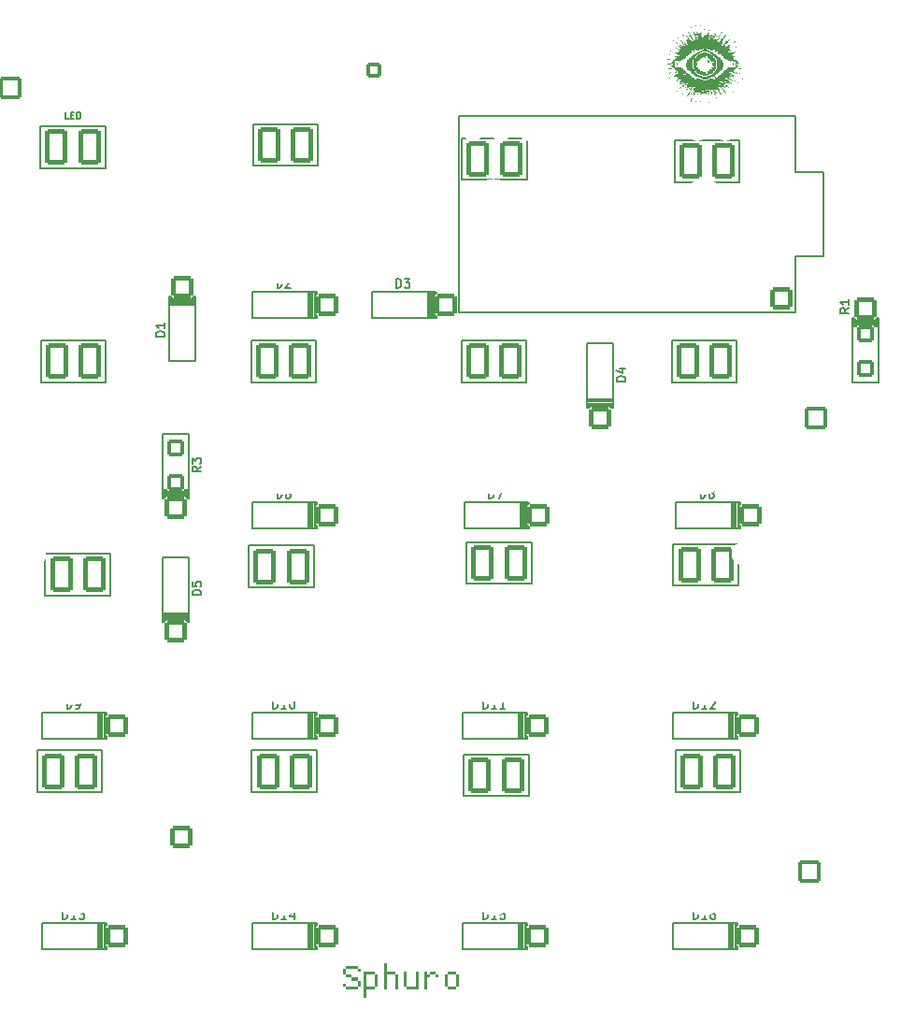
<source format=gbr>
G04 #@! TF.GenerationSoftware,KiCad,Pcbnew,8.0.7-1.fc41*
G04 #@! TF.CreationDate,2024-12-31T00:15:44+05:30*
G04 #@! TF.ProjectId,helper,68656c70-6572-42e6-9b69-6361645f7063,rev?*
G04 #@! TF.SameCoordinates,Original*
G04 #@! TF.FileFunction,Legend,Top*
G04 #@! TF.FilePolarity,Positive*
%FSLAX46Y46*%
G04 Gerber Fmt 4.6, Leading zero omitted, Abs format (unit mm)*
G04 Created by KiCad (PCBNEW 8.0.7-1.fc41) date 2024-12-31 00:15:44*
%MOMM*%
%LPD*%
G01*
G04 APERTURE LIST*
G04 Aperture macros list*
%AMRoundRect*
0 Rectangle with rounded corners*
0 $1 Rounding radius*
0 $2 $3 $4 $5 $6 $7 $8 $9 X,Y pos of 4 corners*
0 Add a 4 corners polygon primitive as box body*
4,1,4,$2,$3,$4,$5,$6,$7,$8,$9,$2,$3,0*
0 Add four circle primitives for the rounded corners*
1,1,$1+$1,$2,$3*
1,1,$1+$1,$4,$5*
1,1,$1+$1,$6,$7*
1,1,$1+$1,$8,$9*
0 Add four rect primitives between the rounded corners*
20,1,$1+$1,$2,$3,$4,$5,0*
20,1,$1+$1,$4,$5,$6,$7,0*
20,1,$1+$1,$6,$7,$8,$9,0*
20,1,$1+$1,$8,$9,$2,$3,0*%
G04 Aperture macros list end*
%ADD10C,0.300000*%
%ADD11C,0.150000*%
%ADD12C,0.200000*%
%ADD13C,0.000000*%
%ADD14R,1.600000X1.600000*%
%ADD15C,1.600000*%
%ADD16C,2.101800*%
%ADD17C,3.400000*%
%ADD18C,3.829000*%
%ADD19C,1.390600*%
%ADD20RoundRect,0.200000X-0.800000X0.800000X-0.800000X-0.800000X0.800000X-0.800000X0.800000X0.800000X0*%
%ADD21RoundRect,0.200000X-0.600000X0.600000X-0.600000X-0.600000X0.600000X-0.600000X0.600000X0.600000X0*%
%ADD22C,2.000000*%
%ADD23RoundRect,0.200000X0.800000X0.800000X-0.800000X0.800000X-0.800000X-0.800000X0.800000X-0.800000X0*%
%ADD24RoundRect,0.200000X-0.800000X1.400000X-0.800000X-1.400000X0.800000X-1.400000X0.800000X1.400000X0*%
%ADD25C,3.600000*%
%ADD26RoundRect,0.200000X0.800000X-0.800000X0.800000X0.800000X-0.800000X0.800000X-0.800000X-0.800000X0*%
%ADD27RoundRect,0.200000X0.600000X-0.600000X0.600000X0.600000X-0.600000X0.600000X-0.600000X-0.600000X0*%
%ADD28O,1.400000X1.400000*%
%ADD29RoundRect,0.200000X0.500000X-0.500000X0.500000X0.500000X-0.500000X0.500000X-0.500000X-0.500000X0*%
%ADD30RoundRect,0.200000X-0.850000X-0.850000X0.850000X-0.850000X0.850000X0.850000X-0.850000X0.850000X0*%
%ADD31O,2.100000X2.100000*%
%ADD32RoundRect,0.200000X0.850000X0.850000X-0.850000X0.850000X-0.850000X-0.850000X0.850000X-0.850000X0*%
%ADD33RoundRect,0.200000X-0.850000X0.850000X-0.850000X-0.850000X0.850000X-0.850000X0.850000X0.850000X0*%
%ADD34C,2.100000*%
G04 APERTURE END LIST*
D10*
G36*
X155512317Y-134407316D02*
G01*
X155512317Y-134145000D01*
X155774634Y-134145000D01*
X155774634Y-134407316D01*
X155512317Y-134407316D01*
G37*
G36*
X155774634Y-134407316D02*
G01*
X155774634Y-134145000D01*
X156036951Y-134145000D01*
X156036951Y-134407316D01*
X155774634Y-134407316D01*
G37*
G36*
X156036951Y-134407316D02*
G01*
X156036951Y-134145000D01*
X156299267Y-134145000D01*
X156299267Y-134407316D01*
X156036951Y-134407316D01*
G37*
G36*
X156299267Y-134407316D02*
G01*
X156299267Y-134145000D01*
X156562317Y-134145000D01*
X156562317Y-134407316D01*
X156299267Y-134407316D01*
G37*
G36*
X155249267Y-134669633D02*
G01*
X155249267Y-134407316D01*
X155512317Y-134407316D01*
X155512317Y-134669633D01*
X155249267Y-134669633D01*
G37*
G36*
X156562317Y-134669633D02*
G01*
X156562317Y-134407316D01*
X156824634Y-134407316D01*
X156824634Y-134669633D01*
X156562317Y-134669633D01*
G37*
G36*
X155249267Y-134932683D02*
G01*
X155249267Y-134669633D01*
X155512317Y-134669633D01*
X155512317Y-134932683D01*
X155249267Y-134932683D01*
G37*
G36*
X155512317Y-135195000D02*
G01*
X155512317Y-134932683D01*
X155774634Y-134932683D01*
X155774634Y-135195000D01*
X155512317Y-135195000D01*
G37*
G36*
X155774634Y-135195000D02*
G01*
X155774634Y-134932683D01*
X156036951Y-134932683D01*
X156036951Y-135195000D01*
X155774634Y-135195000D01*
G37*
G36*
X156036951Y-135457316D02*
G01*
X156036951Y-135195000D01*
X156299267Y-135195000D01*
X156299267Y-135457316D01*
X156036951Y-135457316D01*
G37*
G36*
X156299267Y-135457316D02*
G01*
X156299267Y-135195000D01*
X156562317Y-135195000D01*
X156562317Y-135457316D01*
X156299267Y-135457316D01*
G37*
G36*
X156562317Y-135719633D02*
G01*
X156562317Y-135457316D01*
X156824634Y-135457316D01*
X156824634Y-135719633D01*
X156562317Y-135719633D01*
G37*
G36*
X155249267Y-135982683D02*
G01*
X155249267Y-135719633D01*
X155512317Y-135719633D01*
X155512317Y-135982683D01*
X155249267Y-135982683D01*
G37*
G36*
X156562317Y-135982683D02*
G01*
X156562317Y-135719633D01*
X156824634Y-135719633D01*
X156824634Y-135982683D01*
X156562317Y-135982683D01*
G37*
G36*
X155512317Y-136245000D02*
G01*
X155512317Y-135982683D01*
X155774634Y-135982683D01*
X155774634Y-136245000D01*
X155512317Y-136245000D01*
G37*
G36*
X155774634Y-136245000D02*
G01*
X155774634Y-135982683D01*
X156036951Y-135982683D01*
X156036951Y-136245000D01*
X155774634Y-136245000D01*
G37*
G36*
X156036951Y-136245000D02*
G01*
X156036951Y-135982683D01*
X156299267Y-135982683D01*
X156299267Y-136245000D01*
X156036951Y-136245000D01*
G37*
G36*
X156299267Y-136245000D02*
G01*
X156299267Y-135982683D01*
X156562317Y-135982683D01*
X156562317Y-136245000D01*
X156299267Y-136245000D01*
G37*
G36*
X157086951Y-134932683D02*
G01*
X157086951Y-134669633D01*
X157350000Y-134669633D01*
X157350000Y-134932683D01*
X157086951Y-134932683D01*
G37*
G36*
X157350000Y-134932683D02*
G01*
X157350000Y-134669633D01*
X157612317Y-134669633D01*
X157612317Y-134932683D01*
X157350000Y-134932683D01*
G37*
G36*
X157612317Y-134932683D02*
G01*
X157612317Y-134669633D01*
X157874634Y-134669633D01*
X157874634Y-134932683D01*
X157612317Y-134932683D01*
G37*
G36*
X157874634Y-134932683D02*
G01*
X157874634Y-134669633D01*
X158136951Y-134669633D01*
X158136951Y-134932683D01*
X157874634Y-134932683D01*
G37*
G36*
X157086951Y-135195000D02*
G01*
X157086951Y-134932683D01*
X157350000Y-134932683D01*
X157350000Y-135195000D01*
X157086951Y-135195000D01*
G37*
G36*
X158136951Y-135195000D02*
G01*
X158136951Y-134932683D01*
X158400000Y-134932683D01*
X158400000Y-135195000D01*
X158136951Y-135195000D01*
G37*
G36*
X157086951Y-135457316D02*
G01*
X157086951Y-135195000D01*
X157350000Y-135195000D01*
X157350000Y-135457316D01*
X157086951Y-135457316D01*
G37*
G36*
X158136951Y-135457316D02*
G01*
X158136951Y-135195000D01*
X158400000Y-135195000D01*
X158400000Y-135457316D01*
X158136951Y-135457316D01*
G37*
G36*
X157086951Y-135719633D02*
G01*
X157086951Y-135457316D01*
X157350000Y-135457316D01*
X157350000Y-135719633D01*
X157086951Y-135719633D01*
G37*
G36*
X158136951Y-135719633D02*
G01*
X158136951Y-135457316D01*
X158400000Y-135457316D01*
X158400000Y-135719633D01*
X158136951Y-135719633D01*
G37*
G36*
X157086951Y-135982683D02*
G01*
X157086951Y-135719633D01*
X157350000Y-135719633D01*
X157350000Y-135982683D01*
X157086951Y-135982683D01*
G37*
G36*
X158136951Y-135982683D02*
G01*
X158136951Y-135719633D01*
X158400000Y-135719633D01*
X158400000Y-135982683D01*
X158136951Y-135982683D01*
G37*
G36*
X157086951Y-136245000D02*
G01*
X157086951Y-135982683D01*
X157350000Y-135982683D01*
X157350000Y-136245000D01*
X157086951Y-136245000D01*
G37*
G36*
X157350000Y-136245000D02*
G01*
X157350000Y-135982683D01*
X157612317Y-135982683D01*
X157612317Y-136245000D01*
X157350000Y-136245000D01*
G37*
G36*
X157612317Y-136245000D02*
G01*
X157612317Y-135982683D01*
X157874634Y-135982683D01*
X157874634Y-136245000D01*
X157612317Y-136245000D01*
G37*
G36*
X157874634Y-136245000D02*
G01*
X157874634Y-135982683D01*
X158136951Y-135982683D01*
X158136951Y-136245000D01*
X157874634Y-136245000D01*
G37*
G36*
X157086951Y-136507316D02*
G01*
X157086951Y-136245000D01*
X157350000Y-136245000D01*
X157350000Y-136507316D01*
X157086951Y-136507316D01*
G37*
G36*
X157086951Y-136770366D02*
G01*
X157086951Y-136507316D01*
X157350000Y-136507316D01*
X157350000Y-136770366D01*
X157086951Y-136770366D01*
G37*
G36*
X157086951Y-137032683D02*
G01*
X157086951Y-136770366D01*
X157350000Y-136770366D01*
X157350000Y-137032683D01*
X157086951Y-137032683D01*
G37*
G36*
X158924634Y-134145000D02*
G01*
X158924634Y-133882683D01*
X159187683Y-133882683D01*
X159187683Y-134145000D01*
X158924634Y-134145000D01*
G37*
G36*
X158924634Y-134407316D02*
G01*
X158924634Y-134145000D01*
X159187683Y-134145000D01*
X159187683Y-134407316D01*
X158924634Y-134407316D01*
G37*
G36*
X158924634Y-134669633D02*
G01*
X158924634Y-134407316D01*
X159187683Y-134407316D01*
X159187683Y-134669633D01*
X158924634Y-134669633D01*
G37*
G36*
X158924634Y-134932683D02*
G01*
X158924634Y-134669633D01*
X159187683Y-134669633D01*
X159187683Y-134932683D01*
X158924634Y-134932683D01*
G37*
G36*
X159187683Y-134932683D02*
G01*
X159187683Y-134669633D01*
X159450000Y-134669633D01*
X159450000Y-134932683D01*
X159187683Y-134932683D01*
G37*
G36*
X159450000Y-134932683D02*
G01*
X159450000Y-134669633D01*
X159712317Y-134669633D01*
X159712317Y-134932683D01*
X159450000Y-134932683D01*
G37*
G36*
X159712317Y-134932683D02*
G01*
X159712317Y-134669633D01*
X159974634Y-134669633D01*
X159974634Y-134932683D01*
X159712317Y-134932683D01*
G37*
G36*
X158924634Y-135195000D02*
G01*
X158924634Y-134932683D01*
X159187683Y-134932683D01*
X159187683Y-135195000D01*
X158924634Y-135195000D01*
G37*
G36*
X159974634Y-135195000D02*
G01*
X159974634Y-134932683D01*
X160237683Y-134932683D01*
X160237683Y-135195000D01*
X159974634Y-135195000D01*
G37*
G36*
X158924634Y-135457316D02*
G01*
X158924634Y-135195000D01*
X159187683Y-135195000D01*
X159187683Y-135457316D01*
X158924634Y-135457316D01*
G37*
G36*
X159974634Y-135457316D02*
G01*
X159974634Y-135195000D01*
X160237683Y-135195000D01*
X160237683Y-135457316D01*
X159974634Y-135457316D01*
G37*
G36*
X158924634Y-135719633D02*
G01*
X158924634Y-135457316D01*
X159187683Y-135457316D01*
X159187683Y-135719633D01*
X158924634Y-135719633D01*
G37*
G36*
X159974634Y-135719633D02*
G01*
X159974634Y-135457316D01*
X160237683Y-135457316D01*
X160237683Y-135719633D01*
X159974634Y-135719633D01*
G37*
G36*
X158924634Y-135982683D02*
G01*
X158924634Y-135719633D01*
X159187683Y-135719633D01*
X159187683Y-135982683D01*
X158924634Y-135982683D01*
G37*
G36*
X159974634Y-135982683D02*
G01*
X159974634Y-135719633D01*
X160237683Y-135719633D01*
X160237683Y-135982683D01*
X159974634Y-135982683D01*
G37*
G36*
X158924634Y-136245000D02*
G01*
X158924634Y-135982683D01*
X159187683Y-135982683D01*
X159187683Y-136245000D01*
X158924634Y-136245000D01*
G37*
G36*
X159974634Y-136245000D02*
G01*
X159974634Y-135982683D01*
X160237683Y-135982683D01*
X160237683Y-136245000D01*
X159974634Y-136245000D01*
G37*
G36*
X160762317Y-134932683D02*
G01*
X160762317Y-134669633D01*
X161025366Y-134669633D01*
X161025366Y-134932683D01*
X160762317Y-134932683D01*
G37*
G36*
X161812317Y-134932683D02*
G01*
X161812317Y-134669633D01*
X162075366Y-134669633D01*
X162075366Y-134932683D01*
X161812317Y-134932683D01*
G37*
G36*
X160762317Y-135195000D02*
G01*
X160762317Y-134932683D01*
X161025366Y-134932683D01*
X161025366Y-135195000D01*
X160762317Y-135195000D01*
G37*
G36*
X161812317Y-135195000D02*
G01*
X161812317Y-134932683D01*
X162075366Y-134932683D01*
X162075366Y-135195000D01*
X161812317Y-135195000D01*
G37*
G36*
X160762317Y-135457316D02*
G01*
X160762317Y-135195000D01*
X161025366Y-135195000D01*
X161025366Y-135457316D01*
X160762317Y-135457316D01*
G37*
G36*
X161812317Y-135457316D02*
G01*
X161812317Y-135195000D01*
X162075366Y-135195000D01*
X162075366Y-135457316D01*
X161812317Y-135457316D01*
G37*
G36*
X160762317Y-135719633D02*
G01*
X160762317Y-135457316D01*
X161025366Y-135457316D01*
X161025366Y-135719633D01*
X160762317Y-135719633D01*
G37*
G36*
X161812317Y-135719633D02*
G01*
X161812317Y-135457316D01*
X162075366Y-135457316D01*
X162075366Y-135719633D01*
X161812317Y-135719633D01*
G37*
G36*
X160762317Y-135982683D02*
G01*
X160762317Y-135719633D01*
X161025366Y-135719633D01*
X161025366Y-135982683D01*
X160762317Y-135982683D01*
G37*
G36*
X161812317Y-135982683D02*
G01*
X161812317Y-135719633D01*
X162075366Y-135719633D01*
X162075366Y-135982683D01*
X161812317Y-135982683D01*
G37*
G36*
X161025366Y-136245000D02*
G01*
X161025366Y-135982683D01*
X161287683Y-135982683D01*
X161287683Y-136245000D01*
X161025366Y-136245000D01*
G37*
G36*
X161287683Y-136245000D02*
G01*
X161287683Y-135982683D01*
X161550000Y-135982683D01*
X161550000Y-136245000D01*
X161287683Y-136245000D01*
G37*
G36*
X161550000Y-136245000D02*
G01*
X161550000Y-135982683D01*
X161812317Y-135982683D01*
X161812317Y-136245000D01*
X161550000Y-136245000D01*
G37*
G36*
X161812317Y-136245000D02*
G01*
X161812317Y-135982683D01*
X162075366Y-135982683D01*
X162075366Y-136245000D01*
X161812317Y-136245000D01*
G37*
G36*
X162600000Y-134932683D02*
G01*
X162600000Y-134669633D01*
X162863050Y-134669633D01*
X162863050Y-134932683D01*
X162600000Y-134932683D01*
G37*
G36*
X163125366Y-134932683D02*
G01*
X163125366Y-134669633D01*
X163387683Y-134669633D01*
X163387683Y-134932683D01*
X163125366Y-134932683D01*
G37*
G36*
X163387683Y-134932683D02*
G01*
X163387683Y-134669633D01*
X163650000Y-134669633D01*
X163650000Y-134932683D01*
X163387683Y-134932683D01*
G37*
G36*
X162600000Y-135195000D02*
G01*
X162600000Y-134932683D01*
X162863050Y-134932683D01*
X162863050Y-135195000D01*
X162600000Y-135195000D01*
G37*
G36*
X162863050Y-135195000D02*
G01*
X162863050Y-134932683D01*
X163125366Y-134932683D01*
X163125366Y-135195000D01*
X162863050Y-135195000D01*
G37*
G36*
X163650000Y-135195000D02*
G01*
X163650000Y-134932683D01*
X163913050Y-134932683D01*
X163913050Y-135195000D01*
X163650000Y-135195000D01*
G37*
G36*
X162600000Y-135457316D02*
G01*
X162600000Y-135195000D01*
X162863050Y-135195000D01*
X162863050Y-135457316D01*
X162600000Y-135457316D01*
G37*
G36*
X162600000Y-135719633D02*
G01*
X162600000Y-135457316D01*
X162863050Y-135457316D01*
X162863050Y-135719633D01*
X162600000Y-135719633D01*
G37*
G36*
X162600000Y-135982683D02*
G01*
X162600000Y-135719633D01*
X162863050Y-135719633D01*
X162863050Y-135982683D01*
X162600000Y-135982683D01*
G37*
G36*
X162600000Y-136245000D02*
G01*
X162600000Y-135982683D01*
X162863050Y-135982683D01*
X162863050Y-136245000D01*
X162600000Y-136245000D01*
G37*
G36*
X164700733Y-134932683D02*
G01*
X164700733Y-134669633D01*
X164963050Y-134669633D01*
X164963050Y-134932683D01*
X164700733Y-134932683D01*
G37*
G36*
X164963050Y-134932683D02*
G01*
X164963050Y-134669633D01*
X165225366Y-134669633D01*
X165225366Y-134932683D01*
X164963050Y-134932683D01*
G37*
G36*
X165225366Y-134932683D02*
G01*
X165225366Y-134669633D01*
X165487683Y-134669633D01*
X165487683Y-134932683D01*
X165225366Y-134932683D01*
G37*
G36*
X164437683Y-135195000D02*
G01*
X164437683Y-134932683D01*
X164700733Y-134932683D01*
X164700733Y-135195000D01*
X164437683Y-135195000D01*
G37*
G36*
X165487683Y-135195000D02*
G01*
X165487683Y-134932683D01*
X165750733Y-134932683D01*
X165750733Y-135195000D01*
X165487683Y-135195000D01*
G37*
G36*
X164437683Y-135457316D02*
G01*
X164437683Y-135195000D01*
X164700733Y-135195000D01*
X164700733Y-135457316D01*
X164437683Y-135457316D01*
G37*
G36*
X165487683Y-135457316D02*
G01*
X165487683Y-135195000D01*
X165750733Y-135195000D01*
X165750733Y-135457316D01*
X165487683Y-135457316D01*
G37*
G36*
X164437683Y-135719633D02*
G01*
X164437683Y-135457316D01*
X164700733Y-135457316D01*
X164700733Y-135719633D01*
X164437683Y-135719633D01*
G37*
G36*
X165487683Y-135719633D02*
G01*
X165487683Y-135457316D01*
X165750733Y-135457316D01*
X165750733Y-135719633D01*
X165487683Y-135719633D01*
G37*
G36*
X164437683Y-135982683D02*
G01*
X164437683Y-135719633D01*
X164700733Y-135719633D01*
X164700733Y-135982683D01*
X164437683Y-135982683D01*
G37*
G36*
X165487683Y-135982683D02*
G01*
X165487683Y-135719633D01*
X165750733Y-135719633D01*
X165750733Y-135982683D01*
X165487683Y-135982683D01*
G37*
G36*
X164700733Y-136245000D02*
G01*
X164700733Y-135982683D01*
X164963050Y-135982683D01*
X164963050Y-136245000D01*
X164700733Y-136245000D01*
G37*
G36*
X164963050Y-136245000D02*
G01*
X164963050Y-135982683D01*
X165225366Y-135982683D01*
X165225366Y-136245000D01*
X164963050Y-136245000D01*
G37*
G36*
X165225366Y-136245000D02*
G01*
X165225366Y-135982683D01*
X165487683Y-135982683D01*
X165487683Y-136245000D01*
X165225366Y-136245000D01*
G37*
D11*
X201073095Y-74555332D02*
X200692142Y-74821999D01*
X201073095Y-75012475D02*
X200273095Y-75012475D01*
X200273095Y-75012475D02*
X200273095Y-74707713D01*
X200273095Y-74707713D02*
X200311190Y-74631523D01*
X200311190Y-74631523D02*
X200349285Y-74593428D01*
X200349285Y-74593428D02*
X200425476Y-74555332D01*
X200425476Y-74555332D02*
X200539761Y-74555332D01*
X200539761Y-74555332D02*
X200615952Y-74593428D01*
X200615952Y-74593428D02*
X200654047Y-74631523D01*
X200654047Y-74631523D02*
X200692142Y-74707713D01*
X200692142Y-74707713D02*
X200692142Y-75012475D01*
X201073095Y-73793428D02*
X201073095Y-74250571D01*
X201073095Y-74021999D02*
X200273095Y-74021999D01*
X200273095Y-74021999D02*
X200387380Y-74098190D01*
X200387380Y-74098190D02*
X200463571Y-74174380D01*
X200463571Y-74174380D02*
X200501666Y-74250571D01*
X130398886Y-57427271D02*
X130113172Y-57427271D01*
X130113172Y-57427271D02*
X130113172Y-56827271D01*
X130598886Y-57112985D02*
X130798886Y-57112985D01*
X130884600Y-57427271D02*
X130598886Y-57427271D01*
X130598886Y-57427271D02*
X130598886Y-56827271D01*
X130598886Y-56827271D02*
X130884600Y-56827271D01*
X131141743Y-57427271D02*
X131141743Y-56827271D01*
X131141743Y-56827271D02*
X131284600Y-56827271D01*
X131284600Y-56827271D02*
X131370314Y-56855842D01*
X131370314Y-56855842D02*
X131427457Y-56912985D01*
X131427457Y-56912985D02*
X131456028Y-56970128D01*
X131456028Y-56970128D02*
X131484600Y-57084414D01*
X131484600Y-57084414D02*
X131484600Y-57170128D01*
X131484600Y-57170128D02*
X131456028Y-57284414D01*
X131456028Y-57284414D02*
X131427457Y-57341557D01*
X131427457Y-57341557D02*
X131370314Y-57398700D01*
X131370314Y-57398700D02*
X131284600Y-57427271D01*
X131284600Y-57427271D02*
X131141743Y-57427271D01*
X142368295Y-88906332D02*
X141987342Y-89172999D01*
X142368295Y-89363475D02*
X141568295Y-89363475D01*
X141568295Y-89363475D02*
X141568295Y-89058713D01*
X141568295Y-89058713D02*
X141606390Y-88982523D01*
X141606390Y-88982523D02*
X141644485Y-88944428D01*
X141644485Y-88944428D02*
X141720676Y-88906332D01*
X141720676Y-88906332D02*
X141834961Y-88906332D01*
X141834961Y-88906332D02*
X141911152Y-88944428D01*
X141911152Y-88944428D02*
X141949247Y-88982523D01*
X141949247Y-88982523D02*
X141987342Y-89058713D01*
X141987342Y-89058713D02*
X141987342Y-89363475D01*
X141568295Y-88639666D02*
X141568295Y-88144428D01*
X141568295Y-88144428D02*
X141873057Y-88411094D01*
X141873057Y-88411094D02*
X141873057Y-88296809D01*
X141873057Y-88296809D02*
X141911152Y-88220618D01*
X141911152Y-88220618D02*
X141949247Y-88182523D01*
X141949247Y-88182523D02*
X142025438Y-88144428D01*
X142025438Y-88144428D02*
X142215914Y-88144428D01*
X142215914Y-88144428D02*
X142292104Y-88182523D01*
X142292104Y-88182523D02*
X142330200Y-88220618D01*
X142330200Y-88220618D02*
X142368295Y-88296809D01*
X142368295Y-88296809D02*
X142368295Y-88525380D01*
X142368295Y-88525380D02*
X142330200Y-88601571D01*
X142330200Y-88601571D02*
X142292104Y-88639666D01*
X139102495Y-77146075D02*
X138302495Y-77146075D01*
X138302495Y-77146075D02*
X138302495Y-76955599D01*
X138302495Y-76955599D02*
X138340590Y-76841313D01*
X138340590Y-76841313D02*
X138416780Y-76765123D01*
X138416780Y-76765123D02*
X138492971Y-76727028D01*
X138492971Y-76727028D02*
X138645352Y-76688932D01*
X138645352Y-76688932D02*
X138759638Y-76688932D01*
X138759638Y-76688932D02*
X138912019Y-76727028D01*
X138912019Y-76727028D02*
X138988209Y-76765123D01*
X138988209Y-76765123D02*
X139064400Y-76841313D01*
X139064400Y-76841313D02*
X139102495Y-76955599D01*
X139102495Y-76955599D02*
X139102495Y-77146075D01*
X139102495Y-75927028D02*
X139102495Y-76384171D01*
X139102495Y-76155599D02*
X138302495Y-76155599D01*
X138302495Y-76155599D02*
X138416780Y-76231790D01*
X138416780Y-76231790D02*
X138492971Y-76307980D01*
X138492971Y-76307980D02*
X138531066Y-76384171D01*
X149269524Y-72732295D02*
X149269524Y-71932295D01*
X149269524Y-71932295D02*
X149460000Y-71932295D01*
X149460000Y-71932295D02*
X149574286Y-71970390D01*
X149574286Y-71970390D02*
X149650476Y-72046580D01*
X149650476Y-72046580D02*
X149688571Y-72122771D01*
X149688571Y-72122771D02*
X149726667Y-72275152D01*
X149726667Y-72275152D02*
X149726667Y-72389438D01*
X149726667Y-72389438D02*
X149688571Y-72541819D01*
X149688571Y-72541819D02*
X149650476Y-72618009D01*
X149650476Y-72618009D02*
X149574286Y-72694200D01*
X149574286Y-72694200D02*
X149460000Y-72732295D01*
X149460000Y-72732295D02*
X149269524Y-72732295D01*
X150031428Y-72008485D02*
X150069524Y-71970390D01*
X150069524Y-71970390D02*
X150145714Y-71932295D01*
X150145714Y-71932295D02*
X150336190Y-71932295D01*
X150336190Y-71932295D02*
X150412381Y-71970390D01*
X150412381Y-71970390D02*
X150450476Y-72008485D01*
X150450476Y-72008485D02*
X150488571Y-72084676D01*
X150488571Y-72084676D02*
X150488571Y-72160866D01*
X150488571Y-72160866D02*
X150450476Y-72275152D01*
X150450476Y-72275152D02*
X149993333Y-72732295D01*
X149993333Y-72732295D02*
X150488571Y-72732295D01*
X160064524Y-72732295D02*
X160064524Y-71932295D01*
X160064524Y-71932295D02*
X160255000Y-71932295D01*
X160255000Y-71932295D02*
X160369286Y-71970390D01*
X160369286Y-71970390D02*
X160445476Y-72046580D01*
X160445476Y-72046580D02*
X160483571Y-72122771D01*
X160483571Y-72122771D02*
X160521667Y-72275152D01*
X160521667Y-72275152D02*
X160521667Y-72389438D01*
X160521667Y-72389438D02*
X160483571Y-72541819D01*
X160483571Y-72541819D02*
X160445476Y-72618009D01*
X160445476Y-72618009D02*
X160369286Y-72694200D01*
X160369286Y-72694200D02*
X160255000Y-72732295D01*
X160255000Y-72732295D02*
X160064524Y-72732295D01*
X160788333Y-71932295D02*
X161283571Y-71932295D01*
X161283571Y-71932295D02*
X161016905Y-72237057D01*
X161016905Y-72237057D02*
X161131190Y-72237057D01*
X161131190Y-72237057D02*
X161207381Y-72275152D01*
X161207381Y-72275152D02*
X161245476Y-72313247D01*
X161245476Y-72313247D02*
X161283571Y-72389438D01*
X161283571Y-72389438D02*
X161283571Y-72579914D01*
X161283571Y-72579914D02*
X161245476Y-72656104D01*
X161245476Y-72656104D02*
X161207381Y-72694200D01*
X161207381Y-72694200D02*
X161131190Y-72732295D01*
X161131190Y-72732295D02*
X160902619Y-72732295D01*
X160902619Y-72732295D02*
X160826428Y-72694200D01*
X160826428Y-72694200D02*
X160788333Y-72656104D01*
X180823895Y-81184675D02*
X180023895Y-81184675D01*
X180023895Y-81184675D02*
X180023895Y-80994199D01*
X180023895Y-80994199D02*
X180061990Y-80879913D01*
X180061990Y-80879913D02*
X180138180Y-80803723D01*
X180138180Y-80803723D02*
X180214371Y-80765628D01*
X180214371Y-80765628D02*
X180366752Y-80727532D01*
X180366752Y-80727532D02*
X180481038Y-80727532D01*
X180481038Y-80727532D02*
X180633419Y-80765628D01*
X180633419Y-80765628D02*
X180709609Y-80803723D01*
X180709609Y-80803723D02*
X180785800Y-80879913D01*
X180785800Y-80879913D02*
X180823895Y-80994199D01*
X180823895Y-80994199D02*
X180823895Y-81184675D01*
X180290561Y-80041818D02*
X180823895Y-80041818D01*
X179985800Y-80232294D02*
X180557228Y-80422771D01*
X180557228Y-80422771D02*
X180557228Y-79927532D01*
X142368295Y-100539475D02*
X141568295Y-100539475D01*
X141568295Y-100539475D02*
X141568295Y-100348999D01*
X141568295Y-100348999D02*
X141606390Y-100234713D01*
X141606390Y-100234713D02*
X141682580Y-100158523D01*
X141682580Y-100158523D02*
X141758771Y-100120428D01*
X141758771Y-100120428D02*
X141911152Y-100082332D01*
X141911152Y-100082332D02*
X142025438Y-100082332D01*
X142025438Y-100082332D02*
X142177819Y-100120428D01*
X142177819Y-100120428D02*
X142254009Y-100158523D01*
X142254009Y-100158523D02*
X142330200Y-100234713D01*
X142330200Y-100234713D02*
X142368295Y-100348999D01*
X142368295Y-100348999D02*
X142368295Y-100539475D01*
X141568295Y-99358523D02*
X141568295Y-99739475D01*
X141568295Y-99739475D02*
X141949247Y-99777571D01*
X141949247Y-99777571D02*
X141911152Y-99739475D01*
X141911152Y-99739475D02*
X141873057Y-99663285D01*
X141873057Y-99663285D02*
X141873057Y-99472809D01*
X141873057Y-99472809D02*
X141911152Y-99396618D01*
X141911152Y-99396618D02*
X141949247Y-99358523D01*
X141949247Y-99358523D02*
X142025438Y-99320428D01*
X142025438Y-99320428D02*
X142215914Y-99320428D01*
X142215914Y-99320428D02*
X142292104Y-99358523D01*
X142292104Y-99358523D02*
X142330200Y-99396618D01*
X142330200Y-99396618D02*
X142368295Y-99472809D01*
X142368295Y-99472809D02*
X142368295Y-99663285D01*
X142368295Y-99663285D02*
X142330200Y-99739475D01*
X142330200Y-99739475D02*
X142292104Y-99777571D01*
X149269524Y-91782295D02*
X149269524Y-90982295D01*
X149269524Y-90982295D02*
X149460000Y-90982295D01*
X149460000Y-90982295D02*
X149574286Y-91020390D01*
X149574286Y-91020390D02*
X149650476Y-91096580D01*
X149650476Y-91096580D02*
X149688571Y-91172771D01*
X149688571Y-91172771D02*
X149726667Y-91325152D01*
X149726667Y-91325152D02*
X149726667Y-91439438D01*
X149726667Y-91439438D02*
X149688571Y-91591819D01*
X149688571Y-91591819D02*
X149650476Y-91668009D01*
X149650476Y-91668009D02*
X149574286Y-91744200D01*
X149574286Y-91744200D02*
X149460000Y-91782295D01*
X149460000Y-91782295D02*
X149269524Y-91782295D01*
X150412381Y-90982295D02*
X150260000Y-90982295D01*
X150260000Y-90982295D02*
X150183809Y-91020390D01*
X150183809Y-91020390D02*
X150145714Y-91058485D01*
X150145714Y-91058485D02*
X150069524Y-91172771D01*
X150069524Y-91172771D02*
X150031428Y-91325152D01*
X150031428Y-91325152D02*
X150031428Y-91629914D01*
X150031428Y-91629914D02*
X150069524Y-91706104D01*
X150069524Y-91706104D02*
X150107619Y-91744200D01*
X150107619Y-91744200D02*
X150183809Y-91782295D01*
X150183809Y-91782295D02*
X150336190Y-91782295D01*
X150336190Y-91782295D02*
X150412381Y-91744200D01*
X150412381Y-91744200D02*
X150450476Y-91706104D01*
X150450476Y-91706104D02*
X150488571Y-91629914D01*
X150488571Y-91629914D02*
X150488571Y-91439438D01*
X150488571Y-91439438D02*
X150450476Y-91363247D01*
X150450476Y-91363247D02*
X150412381Y-91325152D01*
X150412381Y-91325152D02*
X150336190Y-91287057D01*
X150336190Y-91287057D02*
X150183809Y-91287057D01*
X150183809Y-91287057D02*
X150107619Y-91325152D01*
X150107619Y-91325152D02*
X150069524Y-91363247D01*
X150069524Y-91363247D02*
X150031428Y-91439438D01*
X168446524Y-91782295D02*
X168446524Y-90982295D01*
X168446524Y-90982295D02*
X168637000Y-90982295D01*
X168637000Y-90982295D02*
X168751286Y-91020390D01*
X168751286Y-91020390D02*
X168827476Y-91096580D01*
X168827476Y-91096580D02*
X168865571Y-91172771D01*
X168865571Y-91172771D02*
X168903667Y-91325152D01*
X168903667Y-91325152D02*
X168903667Y-91439438D01*
X168903667Y-91439438D02*
X168865571Y-91591819D01*
X168865571Y-91591819D02*
X168827476Y-91668009D01*
X168827476Y-91668009D02*
X168751286Y-91744200D01*
X168751286Y-91744200D02*
X168637000Y-91782295D01*
X168637000Y-91782295D02*
X168446524Y-91782295D01*
X169170333Y-90982295D02*
X169703667Y-90982295D01*
X169703667Y-90982295D02*
X169360809Y-91782295D01*
X187623524Y-91782295D02*
X187623524Y-90982295D01*
X187623524Y-90982295D02*
X187814000Y-90982295D01*
X187814000Y-90982295D02*
X187928286Y-91020390D01*
X187928286Y-91020390D02*
X188004476Y-91096580D01*
X188004476Y-91096580D02*
X188042571Y-91172771D01*
X188042571Y-91172771D02*
X188080667Y-91325152D01*
X188080667Y-91325152D02*
X188080667Y-91439438D01*
X188080667Y-91439438D02*
X188042571Y-91591819D01*
X188042571Y-91591819D02*
X188004476Y-91668009D01*
X188004476Y-91668009D02*
X187928286Y-91744200D01*
X187928286Y-91744200D02*
X187814000Y-91782295D01*
X187814000Y-91782295D02*
X187623524Y-91782295D01*
X188537809Y-91325152D02*
X188461619Y-91287057D01*
X188461619Y-91287057D02*
X188423524Y-91248961D01*
X188423524Y-91248961D02*
X188385428Y-91172771D01*
X188385428Y-91172771D02*
X188385428Y-91134676D01*
X188385428Y-91134676D02*
X188423524Y-91058485D01*
X188423524Y-91058485D02*
X188461619Y-91020390D01*
X188461619Y-91020390D02*
X188537809Y-90982295D01*
X188537809Y-90982295D02*
X188690190Y-90982295D01*
X188690190Y-90982295D02*
X188766381Y-91020390D01*
X188766381Y-91020390D02*
X188804476Y-91058485D01*
X188804476Y-91058485D02*
X188842571Y-91134676D01*
X188842571Y-91134676D02*
X188842571Y-91172771D01*
X188842571Y-91172771D02*
X188804476Y-91248961D01*
X188804476Y-91248961D02*
X188766381Y-91287057D01*
X188766381Y-91287057D02*
X188690190Y-91325152D01*
X188690190Y-91325152D02*
X188537809Y-91325152D01*
X188537809Y-91325152D02*
X188461619Y-91363247D01*
X188461619Y-91363247D02*
X188423524Y-91401342D01*
X188423524Y-91401342D02*
X188385428Y-91477533D01*
X188385428Y-91477533D02*
X188385428Y-91629914D01*
X188385428Y-91629914D02*
X188423524Y-91706104D01*
X188423524Y-91706104D02*
X188461619Y-91744200D01*
X188461619Y-91744200D02*
X188537809Y-91782295D01*
X188537809Y-91782295D02*
X188690190Y-91782295D01*
X188690190Y-91782295D02*
X188766381Y-91744200D01*
X188766381Y-91744200D02*
X188804476Y-91706104D01*
X188804476Y-91706104D02*
X188842571Y-91629914D01*
X188842571Y-91629914D02*
X188842571Y-91477533D01*
X188842571Y-91477533D02*
X188804476Y-91401342D01*
X188804476Y-91401342D02*
X188766381Y-91363247D01*
X188766381Y-91363247D02*
X188690190Y-91325152D01*
X130219524Y-110832295D02*
X130219524Y-110032295D01*
X130219524Y-110032295D02*
X130410000Y-110032295D01*
X130410000Y-110032295D02*
X130524286Y-110070390D01*
X130524286Y-110070390D02*
X130600476Y-110146580D01*
X130600476Y-110146580D02*
X130638571Y-110222771D01*
X130638571Y-110222771D02*
X130676667Y-110375152D01*
X130676667Y-110375152D02*
X130676667Y-110489438D01*
X130676667Y-110489438D02*
X130638571Y-110641819D01*
X130638571Y-110641819D02*
X130600476Y-110718009D01*
X130600476Y-110718009D02*
X130524286Y-110794200D01*
X130524286Y-110794200D02*
X130410000Y-110832295D01*
X130410000Y-110832295D02*
X130219524Y-110832295D01*
X131057619Y-110832295D02*
X131210000Y-110832295D01*
X131210000Y-110832295D02*
X131286190Y-110794200D01*
X131286190Y-110794200D02*
X131324286Y-110756104D01*
X131324286Y-110756104D02*
X131400476Y-110641819D01*
X131400476Y-110641819D02*
X131438571Y-110489438D01*
X131438571Y-110489438D02*
X131438571Y-110184676D01*
X131438571Y-110184676D02*
X131400476Y-110108485D01*
X131400476Y-110108485D02*
X131362381Y-110070390D01*
X131362381Y-110070390D02*
X131286190Y-110032295D01*
X131286190Y-110032295D02*
X131133809Y-110032295D01*
X131133809Y-110032295D02*
X131057619Y-110070390D01*
X131057619Y-110070390D02*
X131019524Y-110108485D01*
X131019524Y-110108485D02*
X130981428Y-110184676D01*
X130981428Y-110184676D02*
X130981428Y-110375152D01*
X130981428Y-110375152D02*
X131019524Y-110451342D01*
X131019524Y-110451342D02*
X131057619Y-110489438D01*
X131057619Y-110489438D02*
X131133809Y-110527533D01*
X131133809Y-110527533D02*
X131286190Y-110527533D01*
X131286190Y-110527533D02*
X131362381Y-110489438D01*
X131362381Y-110489438D02*
X131400476Y-110451342D01*
X131400476Y-110451342D02*
X131438571Y-110375152D01*
X148888571Y-110832295D02*
X148888571Y-110032295D01*
X148888571Y-110032295D02*
X149079047Y-110032295D01*
X149079047Y-110032295D02*
X149193333Y-110070390D01*
X149193333Y-110070390D02*
X149269523Y-110146580D01*
X149269523Y-110146580D02*
X149307618Y-110222771D01*
X149307618Y-110222771D02*
X149345714Y-110375152D01*
X149345714Y-110375152D02*
X149345714Y-110489438D01*
X149345714Y-110489438D02*
X149307618Y-110641819D01*
X149307618Y-110641819D02*
X149269523Y-110718009D01*
X149269523Y-110718009D02*
X149193333Y-110794200D01*
X149193333Y-110794200D02*
X149079047Y-110832295D01*
X149079047Y-110832295D02*
X148888571Y-110832295D01*
X150107618Y-110832295D02*
X149650475Y-110832295D01*
X149879047Y-110832295D02*
X149879047Y-110032295D01*
X149879047Y-110032295D02*
X149802856Y-110146580D01*
X149802856Y-110146580D02*
X149726666Y-110222771D01*
X149726666Y-110222771D02*
X149650475Y-110260866D01*
X150602857Y-110032295D02*
X150679047Y-110032295D01*
X150679047Y-110032295D02*
X150755238Y-110070390D01*
X150755238Y-110070390D02*
X150793333Y-110108485D01*
X150793333Y-110108485D02*
X150831428Y-110184676D01*
X150831428Y-110184676D02*
X150869523Y-110337057D01*
X150869523Y-110337057D02*
X150869523Y-110527533D01*
X150869523Y-110527533D02*
X150831428Y-110679914D01*
X150831428Y-110679914D02*
X150793333Y-110756104D01*
X150793333Y-110756104D02*
X150755238Y-110794200D01*
X150755238Y-110794200D02*
X150679047Y-110832295D01*
X150679047Y-110832295D02*
X150602857Y-110832295D01*
X150602857Y-110832295D02*
X150526666Y-110794200D01*
X150526666Y-110794200D02*
X150488571Y-110756104D01*
X150488571Y-110756104D02*
X150450476Y-110679914D01*
X150450476Y-110679914D02*
X150412380Y-110527533D01*
X150412380Y-110527533D02*
X150412380Y-110337057D01*
X150412380Y-110337057D02*
X150450476Y-110184676D01*
X150450476Y-110184676D02*
X150488571Y-110108485D01*
X150488571Y-110108485D02*
X150526666Y-110070390D01*
X150526666Y-110070390D02*
X150602857Y-110032295D01*
X167938571Y-110832295D02*
X167938571Y-110032295D01*
X167938571Y-110032295D02*
X168129047Y-110032295D01*
X168129047Y-110032295D02*
X168243333Y-110070390D01*
X168243333Y-110070390D02*
X168319523Y-110146580D01*
X168319523Y-110146580D02*
X168357618Y-110222771D01*
X168357618Y-110222771D02*
X168395714Y-110375152D01*
X168395714Y-110375152D02*
X168395714Y-110489438D01*
X168395714Y-110489438D02*
X168357618Y-110641819D01*
X168357618Y-110641819D02*
X168319523Y-110718009D01*
X168319523Y-110718009D02*
X168243333Y-110794200D01*
X168243333Y-110794200D02*
X168129047Y-110832295D01*
X168129047Y-110832295D02*
X167938571Y-110832295D01*
X169157618Y-110832295D02*
X168700475Y-110832295D01*
X168929047Y-110832295D02*
X168929047Y-110032295D01*
X168929047Y-110032295D02*
X168852856Y-110146580D01*
X168852856Y-110146580D02*
X168776666Y-110222771D01*
X168776666Y-110222771D02*
X168700475Y-110260866D01*
X169919523Y-110832295D02*
X169462380Y-110832295D01*
X169690952Y-110832295D02*
X169690952Y-110032295D01*
X169690952Y-110032295D02*
X169614761Y-110146580D01*
X169614761Y-110146580D02*
X169538571Y-110222771D01*
X169538571Y-110222771D02*
X169462380Y-110260866D01*
X186988571Y-110832295D02*
X186988571Y-110032295D01*
X186988571Y-110032295D02*
X187179047Y-110032295D01*
X187179047Y-110032295D02*
X187293333Y-110070390D01*
X187293333Y-110070390D02*
X187369523Y-110146580D01*
X187369523Y-110146580D02*
X187407618Y-110222771D01*
X187407618Y-110222771D02*
X187445714Y-110375152D01*
X187445714Y-110375152D02*
X187445714Y-110489438D01*
X187445714Y-110489438D02*
X187407618Y-110641819D01*
X187407618Y-110641819D02*
X187369523Y-110718009D01*
X187369523Y-110718009D02*
X187293333Y-110794200D01*
X187293333Y-110794200D02*
X187179047Y-110832295D01*
X187179047Y-110832295D02*
X186988571Y-110832295D01*
X188207618Y-110832295D02*
X187750475Y-110832295D01*
X187979047Y-110832295D02*
X187979047Y-110032295D01*
X187979047Y-110032295D02*
X187902856Y-110146580D01*
X187902856Y-110146580D02*
X187826666Y-110222771D01*
X187826666Y-110222771D02*
X187750475Y-110260866D01*
X188512380Y-110108485D02*
X188550476Y-110070390D01*
X188550476Y-110070390D02*
X188626666Y-110032295D01*
X188626666Y-110032295D02*
X188817142Y-110032295D01*
X188817142Y-110032295D02*
X188893333Y-110070390D01*
X188893333Y-110070390D02*
X188931428Y-110108485D01*
X188931428Y-110108485D02*
X188969523Y-110184676D01*
X188969523Y-110184676D02*
X188969523Y-110260866D01*
X188969523Y-110260866D02*
X188931428Y-110375152D01*
X188931428Y-110375152D02*
X188474285Y-110832295D01*
X188474285Y-110832295D02*
X188969523Y-110832295D01*
X129838571Y-129882295D02*
X129838571Y-129082295D01*
X129838571Y-129082295D02*
X130029047Y-129082295D01*
X130029047Y-129082295D02*
X130143333Y-129120390D01*
X130143333Y-129120390D02*
X130219523Y-129196580D01*
X130219523Y-129196580D02*
X130257618Y-129272771D01*
X130257618Y-129272771D02*
X130295714Y-129425152D01*
X130295714Y-129425152D02*
X130295714Y-129539438D01*
X130295714Y-129539438D02*
X130257618Y-129691819D01*
X130257618Y-129691819D02*
X130219523Y-129768009D01*
X130219523Y-129768009D02*
X130143333Y-129844200D01*
X130143333Y-129844200D02*
X130029047Y-129882295D01*
X130029047Y-129882295D02*
X129838571Y-129882295D01*
X131057618Y-129882295D02*
X130600475Y-129882295D01*
X130829047Y-129882295D02*
X130829047Y-129082295D01*
X130829047Y-129082295D02*
X130752856Y-129196580D01*
X130752856Y-129196580D02*
X130676666Y-129272771D01*
X130676666Y-129272771D02*
X130600475Y-129310866D01*
X131324285Y-129082295D02*
X131819523Y-129082295D01*
X131819523Y-129082295D02*
X131552857Y-129387057D01*
X131552857Y-129387057D02*
X131667142Y-129387057D01*
X131667142Y-129387057D02*
X131743333Y-129425152D01*
X131743333Y-129425152D02*
X131781428Y-129463247D01*
X131781428Y-129463247D02*
X131819523Y-129539438D01*
X131819523Y-129539438D02*
X131819523Y-129729914D01*
X131819523Y-129729914D02*
X131781428Y-129806104D01*
X131781428Y-129806104D02*
X131743333Y-129844200D01*
X131743333Y-129844200D02*
X131667142Y-129882295D01*
X131667142Y-129882295D02*
X131438571Y-129882295D01*
X131438571Y-129882295D02*
X131362380Y-129844200D01*
X131362380Y-129844200D02*
X131324285Y-129806104D01*
X148888571Y-129882295D02*
X148888571Y-129082295D01*
X148888571Y-129082295D02*
X149079047Y-129082295D01*
X149079047Y-129082295D02*
X149193333Y-129120390D01*
X149193333Y-129120390D02*
X149269523Y-129196580D01*
X149269523Y-129196580D02*
X149307618Y-129272771D01*
X149307618Y-129272771D02*
X149345714Y-129425152D01*
X149345714Y-129425152D02*
X149345714Y-129539438D01*
X149345714Y-129539438D02*
X149307618Y-129691819D01*
X149307618Y-129691819D02*
X149269523Y-129768009D01*
X149269523Y-129768009D02*
X149193333Y-129844200D01*
X149193333Y-129844200D02*
X149079047Y-129882295D01*
X149079047Y-129882295D02*
X148888571Y-129882295D01*
X150107618Y-129882295D02*
X149650475Y-129882295D01*
X149879047Y-129882295D02*
X149879047Y-129082295D01*
X149879047Y-129082295D02*
X149802856Y-129196580D01*
X149802856Y-129196580D02*
X149726666Y-129272771D01*
X149726666Y-129272771D02*
X149650475Y-129310866D01*
X150793333Y-129348961D02*
X150793333Y-129882295D01*
X150602857Y-129044200D02*
X150412380Y-129615628D01*
X150412380Y-129615628D02*
X150907619Y-129615628D01*
X167938571Y-129882295D02*
X167938571Y-129082295D01*
X167938571Y-129082295D02*
X168129047Y-129082295D01*
X168129047Y-129082295D02*
X168243333Y-129120390D01*
X168243333Y-129120390D02*
X168319523Y-129196580D01*
X168319523Y-129196580D02*
X168357618Y-129272771D01*
X168357618Y-129272771D02*
X168395714Y-129425152D01*
X168395714Y-129425152D02*
X168395714Y-129539438D01*
X168395714Y-129539438D02*
X168357618Y-129691819D01*
X168357618Y-129691819D02*
X168319523Y-129768009D01*
X168319523Y-129768009D02*
X168243333Y-129844200D01*
X168243333Y-129844200D02*
X168129047Y-129882295D01*
X168129047Y-129882295D02*
X167938571Y-129882295D01*
X169157618Y-129882295D02*
X168700475Y-129882295D01*
X168929047Y-129882295D02*
X168929047Y-129082295D01*
X168929047Y-129082295D02*
X168852856Y-129196580D01*
X168852856Y-129196580D02*
X168776666Y-129272771D01*
X168776666Y-129272771D02*
X168700475Y-129310866D01*
X169881428Y-129082295D02*
X169500476Y-129082295D01*
X169500476Y-129082295D02*
X169462380Y-129463247D01*
X169462380Y-129463247D02*
X169500476Y-129425152D01*
X169500476Y-129425152D02*
X169576666Y-129387057D01*
X169576666Y-129387057D02*
X169767142Y-129387057D01*
X169767142Y-129387057D02*
X169843333Y-129425152D01*
X169843333Y-129425152D02*
X169881428Y-129463247D01*
X169881428Y-129463247D02*
X169919523Y-129539438D01*
X169919523Y-129539438D02*
X169919523Y-129729914D01*
X169919523Y-129729914D02*
X169881428Y-129806104D01*
X169881428Y-129806104D02*
X169843333Y-129844200D01*
X169843333Y-129844200D02*
X169767142Y-129882295D01*
X169767142Y-129882295D02*
X169576666Y-129882295D01*
X169576666Y-129882295D02*
X169500476Y-129844200D01*
X169500476Y-129844200D02*
X169462380Y-129806104D01*
X186988571Y-129882295D02*
X186988571Y-129082295D01*
X186988571Y-129082295D02*
X187179047Y-129082295D01*
X187179047Y-129082295D02*
X187293333Y-129120390D01*
X187293333Y-129120390D02*
X187369523Y-129196580D01*
X187369523Y-129196580D02*
X187407618Y-129272771D01*
X187407618Y-129272771D02*
X187445714Y-129425152D01*
X187445714Y-129425152D02*
X187445714Y-129539438D01*
X187445714Y-129539438D02*
X187407618Y-129691819D01*
X187407618Y-129691819D02*
X187369523Y-129768009D01*
X187369523Y-129768009D02*
X187293333Y-129844200D01*
X187293333Y-129844200D02*
X187179047Y-129882295D01*
X187179047Y-129882295D02*
X186988571Y-129882295D01*
X188207618Y-129882295D02*
X187750475Y-129882295D01*
X187979047Y-129882295D02*
X187979047Y-129082295D01*
X187979047Y-129082295D02*
X187902856Y-129196580D01*
X187902856Y-129196580D02*
X187826666Y-129272771D01*
X187826666Y-129272771D02*
X187750475Y-129310866D01*
X188893333Y-129082295D02*
X188740952Y-129082295D01*
X188740952Y-129082295D02*
X188664761Y-129120390D01*
X188664761Y-129120390D02*
X188626666Y-129158485D01*
X188626666Y-129158485D02*
X188550476Y-129272771D01*
X188550476Y-129272771D02*
X188512380Y-129425152D01*
X188512380Y-129425152D02*
X188512380Y-129729914D01*
X188512380Y-129729914D02*
X188550476Y-129806104D01*
X188550476Y-129806104D02*
X188588571Y-129844200D01*
X188588571Y-129844200D02*
X188664761Y-129882295D01*
X188664761Y-129882295D02*
X188817142Y-129882295D01*
X188817142Y-129882295D02*
X188893333Y-129844200D01*
X188893333Y-129844200D02*
X188931428Y-129806104D01*
X188931428Y-129806104D02*
X188969523Y-129729914D01*
X188969523Y-129729914D02*
X188969523Y-129539438D01*
X188969523Y-129539438D02*
X188931428Y-129463247D01*
X188931428Y-129463247D02*
X188893333Y-129425152D01*
X188893333Y-129425152D02*
X188817142Y-129387057D01*
X188817142Y-129387057D02*
X188664761Y-129387057D01*
X188664761Y-129387057D02*
X188588571Y-129425152D01*
X188588571Y-129425152D02*
X188550476Y-129463247D01*
X188550476Y-129463247D02*
X188512380Y-129539438D01*
D12*
X201390400Y-75473700D02*
X203790400Y-75473700D01*
X201390400Y-81298700D02*
X201390400Y-75498700D01*
X203790400Y-75498700D02*
X203790400Y-81298700D01*
X203790400Y-75573700D02*
X201390400Y-75573700D01*
X203790400Y-75698700D02*
X201390400Y-75698700D01*
X203790400Y-75873700D02*
X201390400Y-75873700D01*
X203790400Y-76048700D02*
X201390400Y-76048700D01*
X203790400Y-76223700D02*
X201390400Y-76223700D01*
X203790400Y-81298700D02*
X201390400Y-81298700D01*
D11*
X165735000Y-74930000D02*
X165735000Y-57150000D01*
X196215000Y-57150000D02*
X165735000Y-57150000D01*
X196215000Y-57150000D02*
X196215000Y-62230000D01*
X196215000Y-62230000D02*
X198755000Y-62230000D01*
X196215000Y-69850000D02*
X196215000Y-74930000D01*
X196215000Y-74930000D02*
X165735000Y-74930000D01*
X198755000Y-62230000D02*
X198755000Y-69850000D01*
X198755000Y-69850000D02*
X196215000Y-69850000D01*
D12*
X128266400Y-96829400D02*
X134166400Y-96829400D01*
X128266400Y-100604400D02*
X128266400Y-96829400D01*
X134166400Y-96829400D02*
X134166400Y-100604400D01*
X134166400Y-100604400D02*
X128266400Y-100604400D01*
X146706800Y-96080100D02*
X152606800Y-96080100D01*
X146706800Y-99855100D02*
X146706800Y-96080100D01*
X152606800Y-96080100D02*
X152606800Y-99855100D01*
X152606800Y-99855100D02*
X146706800Y-99855100D01*
X166417200Y-95762600D02*
X172317200Y-95762600D01*
X166417200Y-99537600D02*
X166417200Y-95762600D01*
X172317200Y-95762600D02*
X172317200Y-99537600D01*
X172317200Y-99537600D02*
X166417200Y-99537600D01*
X185162400Y-95927700D02*
X191062400Y-95927700D01*
X185162400Y-99702700D02*
X185162400Y-95927700D01*
X191062400Y-95927700D02*
X191062400Y-99702700D01*
X191062400Y-99702700D02*
X185162400Y-99702700D01*
X127860000Y-77500000D02*
X133760000Y-77500000D01*
X127860000Y-81275000D02*
X127860000Y-77500000D01*
X133760000Y-77500000D02*
X133760000Y-81275000D01*
X133760000Y-81275000D02*
X127860000Y-81275000D01*
X146910000Y-77500000D02*
X152810000Y-77500000D01*
X146910000Y-81275000D02*
X146910000Y-77500000D01*
X152810000Y-77500000D02*
X152810000Y-81275000D01*
X152810000Y-81275000D02*
X146910000Y-81275000D01*
X165960000Y-77500000D02*
X171860000Y-77500000D01*
X165960000Y-81275000D02*
X165960000Y-77500000D01*
X171860000Y-77500000D02*
X171860000Y-81275000D01*
X171860000Y-81275000D02*
X165960000Y-81275000D01*
X185010000Y-77500000D02*
X190910000Y-77500000D01*
X185010000Y-81275000D02*
X185010000Y-77500000D01*
X190910000Y-77500000D02*
X190910000Y-81275000D01*
X190910000Y-81275000D02*
X185010000Y-81275000D01*
X127834600Y-58132500D02*
X133734600Y-58132500D01*
X127834600Y-61907500D02*
X127834600Y-58132500D01*
X133734600Y-58132500D02*
X133734600Y-61907500D01*
X133734600Y-61907500D02*
X127834600Y-61907500D01*
X147075100Y-57929300D02*
X152975100Y-57929300D01*
X147075100Y-61704300D02*
X147075100Y-57929300D01*
X152975100Y-57929300D02*
X152975100Y-61704300D01*
X152975100Y-61704300D02*
X147075100Y-61704300D01*
X185264000Y-59377100D02*
X191164000Y-59377100D01*
X185264000Y-63152100D02*
X185264000Y-59377100D01*
X191164000Y-59377100D02*
X191164000Y-63152100D01*
X191164000Y-63152100D02*
X185264000Y-63152100D01*
X165985400Y-59173900D02*
X171885400Y-59173900D01*
X165985400Y-62948900D02*
X165985400Y-59173900D01*
X171885400Y-59173900D02*
X171885400Y-62948900D01*
X171885400Y-62948900D02*
X165985400Y-62948900D01*
X185352900Y-114622100D02*
X191252900Y-114622100D01*
X185352900Y-118397100D02*
X185352900Y-114622100D01*
X191252900Y-114622100D02*
X191252900Y-118397100D01*
X191252900Y-118397100D02*
X185352900Y-118397100D01*
X166163200Y-114990400D02*
X172063200Y-114990400D01*
X166163200Y-118765400D02*
X166163200Y-114990400D01*
X172063200Y-114990400D02*
X172063200Y-118765400D01*
X172063200Y-118765400D02*
X166163200Y-118765400D01*
X146973500Y-114622100D02*
X152873500Y-114622100D01*
X146973500Y-118397100D02*
X146973500Y-114622100D01*
X152873500Y-114622100D02*
X152873500Y-118397100D01*
X152873500Y-118397100D02*
X146973500Y-118397100D01*
X127529800Y-114622100D02*
X133429800Y-114622100D01*
X127529800Y-118397100D02*
X127529800Y-114622100D01*
X133429800Y-114622100D02*
X133429800Y-118397100D01*
X133429800Y-118397100D02*
X127529800Y-118397100D01*
X138881000Y-85973000D02*
X141281000Y-85973000D01*
X138881000Y-91048000D02*
X141281000Y-91048000D01*
X138881000Y-91223000D02*
X141281000Y-91223000D01*
X138881000Y-91398000D02*
X141281000Y-91398000D01*
X138881000Y-91573000D02*
X141281000Y-91573000D01*
X138881000Y-91698000D02*
X141281000Y-91698000D01*
X138881000Y-91773000D02*
X138881000Y-85973000D01*
X141281000Y-85973000D02*
X141281000Y-91773000D01*
X141281000Y-91798000D02*
X138881000Y-91798000D01*
X139465200Y-73530600D02*
X141865200Y-73530600D01*
X139465200Y-79355600D02*
X139465200Y-73555600D01*
X141865200Y-73555600D02*
X141865200Y-79355600D01*
X141865200Y-73630600D02*
X139465200Y-73630600D01*
X141865200Y-73755600D02*
X139465200Y-73755600D01*
X141865200Y-73930600D02*
X139465200Y-73930600D01*
X141865200Y-74105600D02*
X139465200Y-74105600D01*
X141865200Y-74280600D02*
X139465200Y-74280600D01*
X141865200Y-79355600D02*
X139465200Y-79355600D01*
X147060000Y-73095000D02*
X152860000Y-73095000D01*
X147060000Y-75495000D02*
X147060000Y-73095000D01*
X152135000Y-75495000D02*
X152135000Y-73095000D01*
X152310000Y-75495000D02*
X152310000Y-73095000D01*
X152485000Y-75495000D02*
X152485000Y-73095000D01*
X152660000Y-75495000D02*
X152660000Y-73095000D01*
X152785000Y-75495000D02*
X152785000Y-73095000D01*
X152860000Y-75495000D02*
X147060000Y-75495000D01*
X152885000Y-73095000D02*
X152885000Y-75495000D01*
X157855000Y-73095000D02*
X163655000Y-73095000D01*
X157855000Y-75495000D02*
X157855000Y-73095000D01*
X162930000Y-75495000D02*
X162930000Y-73095000D01*
X163105000Y-75495000D02*
X163105000Y-73095000D01*
X163280000Y-75495000D02*
X163280000Y-73095000D01*
X163455000Y-75495000D02*
X163455000Y-73095000D01*
X163580000Y-75495000D02*
X163580000Y-73095000D01*
X163655000Y-75495000D02*
X157855000Y-75495000D01*
X163680000Y-73095000D02*
X163680000Y-75495000D01*
X177336600Y-77794200D02*
X179736600Y-77794200D01*
X177336600Y-82869200D02*
X179736600Y-82869200D01*
X177336600Y-83044200D02*
X179736600Y-83044200D01*
X177336600Y-83219200D02*
X179736600Y-83219200D01*
X177336600Y-83394200D02*
X179736600Y-83394200D01*
X177336600Y-83519200D02*
X179736600Y-83519200D01*
X177336600Y-83594200D02*
X177336600Y-77794200D01*
X179736600Y-77794200D02*
X179736600Y-83594200D01*
X179736600Y-83619200D02*
X177336600Y-83619200D01*
X138881000Y-97149000D02*
X141281000Y-97149000D01*
X138881000Y-102224000D02*
X141281000Y-102224000D01*
X138881000Y-102399000D02*
X141281000Y-102399000D01*
X138881000Y-102574000D02*
X141281000Y-102574000D01*
X138881000Y-102749000D02*
X141281000Y-102749000D01*
X138881000Y-102874000D02*
X141281000Y-102874000D01*
X138881000Y-102949000D02*
X138881000Y-97149000D01*
X141281000Y-97149000D02*
X141281000Y-102949000D01*
X141281000Y-102974000D02*
X138881000Y-102974000D01*
X147060000Y-92145000D02*
X152860000Y-92145000D01*
X147060000Y-94545000D02*
X147060000Y-92145000D01*
X152135000Y-94545000D02*
X152135000Y-92145000D01*
X152310000Y-94545000D02*
X152310000Y-92145000D01*
X152485000Y-94545000D02*
X152485000Y-92145000D01*
X152660000Y-94545000D02*
X152660000Y-92145000D01*
X152785000Y-94545000D02*
X152785000Y-92145000D01*
X152860000Y-94545000D02*
X147060000Y-94545000D01*
X152885000Y-92145000D02*
X152885000Y-94545000D01*
X166237000Y-92145000D02*
X172037000Y-92145000D01*
X166237000Y-94545000D02*
X166237000Y-92145000D01*
X171312000Y-94545000D02*
X171312000Y-92145000D01*
X171487000Y-94545000D02*
X171487000Y-92145000D01*
X171662000Y-94545000D02*
X171662000Y-92145000D01*
X171837000Y-94545000D02*
X171837000Y-92145000D01*
X171962000Y-94545000D02*
X171962000Y-92145000D01*
X172037000Y-94545000D02*
X166237000Y-94545000D01*
X172062000Y-92145000D02*
X172062000Y-94545000D01*
X185414000Y-92145000D02*
X191214000Y-92145000D01*
X185414000Y-94545000D02*
X185414000Y-92145000D01*
X190489000Y-94545000D02*
X190489000Y-92145000D01*
X190664000Y-94545000D02*
X190664000Y-92145000D01*
X190839000Y-94545000D02*
X190839000Y-92145000D01*
X191014000Y-94545000D02*
X191014000Y-92145000D01*
X191139000Y-94545000D02*
X191139000Y-92145000D01*
X191214000Y-94545000D02*
X185414000Y-94545000D01*
X191239000Y-92145000D02*
X191239000Y-94545000D01*
X128010000Y-111195000D02*
X133810000Y-111195000D01*
X128010000Y-113595000D02*
X128010000Y-111195000D01*
X133085000Y-113595000D02*
X133085000Y-111195000D01*
X133260000Y-113595000D02*
X133260000Y-111195000D01*
X133435000Y-113595000D02*
X133435000Y-111195000D01*
X133610000Y-113595000D02*
X133610000Y-111195000D01*
X133735000Y-113595000D02*
X133735000Y-111195000D01*
X133810000Y-113595000D02*
X128010000Y-113595000D01*
X133835000Y-111195000D02*
X133835000Y-113595000D01*
X147060000Y-111195000D02*
X152860000Y-111195000D01*
X147060000Y-113595000D02*
X147060000Y-111195000D01*
X152135000Y-113595000D02*
X152135000Y-111195000D01*
X152310000Y-113595000D02*
X152310000Y-111195000D01*
X152485000Y-113595000D02*
X152485000Y-111195000D01*
X152660000Y-113595000D02*
X152660000Y-111195000D01*
X152785000Y-113595000D02*
X152785000Y-111195000D01*
X152860000Y-113595000D02*
X147060000Y-113595000D01*
X152885000Y-111195000D02*
X152885000Y-113595000D01*
X166110000Y-111195000D02*
X171910000Y-111195000D01*
X166110000Y-113595000D02*
X166110000Y-111195000D01*
X171185000Y-113595000D02*
X171185000Y-111195000D01*
X171360000Y-113595000D02*
X171360000Y-111195000D01*
X171535000Y-113595000D02*
X171535000Y-111195000D01*
X171710000Y-113595000D02*
X171710000Y-111195000D01*
X171835000Y-113595000D02*
X171835000Y-111195000D01*
X171910000Y-113595000D02*
X166110000Y-113595000D01*
X171935000Y-111195000D02*
X171935000Y-113595000D01*
X185160000Y-111195000D02*
X190960000Y-111195000D01*
X185160000Y-113595000D02*
X185160000Y-111195000D01*
X190235000Y-113595000D02*
X190235000Y-111195000D01*
X190410000Y-113595000D02*
X190410000Y-111195000D01*
X190585000Y-113595000D02*
X190585000Y-111195000D01*
X190760000Y-113595000D02*
X190760000Y-111195000D01*
X190885000Y-113595000D02*
X190885000Y-111195000D01*
X190960000Y-113595000D02*
X185160000Y-113595000D01*
X190985000Y-111195000D02*
X190985000Y-113595000D01*
X128010000Y-130245000D02*
X133810000Y-130245000D01*
X128010000Y-132645000D02*
X128010000Y-130245000D01*
X133085000Y-132645000D02*
X133085000Y-130245000D01*
X133260000Y-132645000D02*
X133260000Y-130245000D01*
X133435000Y-132645000D02*
X133435000Y-130245000D01*
X133610000Y-132645000D02*
X133610000Y-130245000D01*
X133735000Y-132645000D02*
X133735000Y-130245000D01*
X133810000Y-132645000D02*
X128010000Y-132645000D01*
X133835000Y-130245000D02*
X133835000Y-132645000D01*
X147060000Y-130245000D02*
X152860000Y-130245000D01*
X147060000Y-132645000D02*
X147060000Y-130245000D01*
X152135000Y-132645000D02*
X152135000Y-130245000D01*
X152310000Y-132645000D02*
X152310000Y-130245000D01*
X152485000Y-132645000D02*
X152485000Y-130245000D01*
X152660000Y-132645000D02*
X152660000Y-130245000D01*
X152785000Y-132645000D02*
X152785000Y-130245000D01*
X152860000Y-132645000D02*
X147060000Y-132645000D01*
X152885000Y-130245000D02*
X152885000Y-132645000D01*
X166110000Y-130245000D02*
X171910000Y-130245000D01*
X166110000Y-132645000D02*
X166110000Y-130245000D01*
X171185000Y-132645000D02*
X171185000Y-130245000D01*
X171360000Y-132645000D02*
X171360000Y-130245000D01*
X171535000Y-132645000D02*
X171535000Y-130245000D01*
X171710000Y-132645000D02*
X171710000Y-130245000D01*
X171835000Y-132645000D02*
X171835000Y-130245000D01*
X171910000Y-132645000D02*
X166110000Y-132645000D01*
X171935000Y-130245000D02*
X171935000Y-132645000D01*
X185160000Y-130245000D02*
X190960000Y-130245000D01*
X185160000Y-132645000D02*
X185160000Y-130245000D01*
X190235000Y-132645000D02*
X190235000Y-130245000D01*
X190410000Y-132645000D02*
X190410000Y-130245000D01*
X190585000Y-132645000D02*
X190585000Y-130245000D01*
X190760000Y-132645000D02*
X190760000Y-130245000D01*
X190885000Y-132645000D02*
X190885000Y-130245000D01*
X190960000Y-132645000D02*
X185160000Y-132645000D01*
X190985000Y-130245000D02*
X190985000Y-132645000D01*
D13*
G36*
X184379226Y-52909090D02*
G01*
X184370129Y-52918181D01*
X184361031Y-52909090D01*
X184370129Y-52899999D01*
X184379226Y-52909090D01*
G37*
G36*
X184397421Y-52054545D02*
G01*
X184388323Y-52063636D01*
X184379226Y-52054545D01*
X184388323Y-52045454D01*
X184397421Y-52054545D01*
G37*
G36*
X184488395Y-51599999D02*
G01*
X184479298Y-51609090D01*
X184470200Y-51599999D01*
X184479298Y-51590909D01*
X184488395Y-51599999D01*
G37*
G36*
X184561174Y-52909090D02*
G01*
X184552077Y-52918181D01*
X184542980Y-52909090D01*
X184552077Y-52899999D01*
X184561174Y-52909090D01*
G37*
G36*
X184579369Y-51599999D02*
G01*
X184570272Y-51609090D01*
X184561174Y-51599999D01*
X184570272Y-51590909D01*
X184579369Y-51599999D01*
G37*
G36*
X184652149Y-53836363D02*
G01*
X184643051Y-53845454D01*
X184633954Y-53836363D01*
X184643051Y-53827272D01*
X184652149Y-53836363D01*
G37*
G36*
X184743123Y-51181818D02*
G01*
X184734025Y-51190909D01*
X184724928Y-51181818D01*
X184734025Y-51172727D01*
X184743123Y-51181818D01*
G37*
G36*
X185034240Y-54181818D02*
G01*
X185025143Y-54190909D01*
X185016045Y-54181818D01*
X185025143Y-54172727D01*
X185034240Y-54181818D01*
G37*
G36*
X185853008Y-49654545D02*
G01*
X185843911Y-49663636D01*
X185834813Y-49654545D01*
X185843911Y-49645454D01*
X185853008Y-49654545D01*
G37*
G36*
X187199427Y-48909090D02*
G01*
X187190329Y-48918181D01*
X187181232Y-48909090D01*
X187190329Y-48899999D01*
X187199427Y-48909090D01*
G37*
G36*
X188800573Y-56000000D02*
G01*
X188791475Y-56009090D01*
X188782378Y-56000000D01*
X188791475Y-55990909D01*
X188800573Y-56000000D01*
G37*
G36*
X189291833Y-49072727D02*
G01*
X189282736Y-49081818D01*
X189273639Y-49072727D01*
X189282736Y-49063636D01*
X189291833Y-49072727D01*
G37*
G36*
X189291833Y-55872727D02*
G01*
X189282736Y-55881818D01*
X189273639Y-55872727D01*
X189282736Y-55863636D01*
X189291833Y-55872727D01*
G37*
G36*
X190274355Y-51399999D02*
G01*
X190265257Y-51409090D01*
X190256160Y-51399999D01*
X190265257Y-51390909D01*
X190274355Y-51399999D01*
G37*
G36*
X191202292Y-54272727D02*
G01*
X191193194Y-54281818D01*
X191184097Y-54272727D01*
X191193194Y-54263636D01*
X191202292Y-54272727D01*
G37*
G36*
X191566189Y-51599999D02*
G01*
X191557091Y-51609090D01*
X191547994Y-51599999D01*
X191557091Y-51590909D01*
X191566189Y-51599999D01*
G37*
G36*
X191566189Y-53418181D02*
G01*
X191557091Y-53427272D01*
X191547994Y-53418181D01*
X191557091Y-53409090D01*
X191566189Y-53418181D01*
G37*
G36*
X191638968Y-52909090D02*
G01*
X191629871Y-52918181D01*
X191620773Y-52909090D01*
X191629871Y-52899999D01*
X191638968Y-52909090D01*
G37*
G36*
X184464135Y-52906060D02*
G01*
X184466313Y-52927638D01*
X184464135Y-52930303D01*
X184453318Y-52927807D01*
X184452005Y-52918181D01*
X184458663Y-52903216D01*
X184464135Y-52906060D01*
G37*
G36*
X184464135Y-53396969D02*
G01*
X184466313Y-53418547D01*
X184464135Y-53421212D01*
X184453318Y-53418716D01*
X184452005Y-53409090D01*
X184458663Y-53394125D01*
X184464135Y-53396969D01*
G37*
G36*
X184482330Y-52051515D02*
G01*
X184479832Y-52062324D01*
X184470200Y-52063636D01*
X184455224Y-52056983D01*
X184458070Y-52051515D01*
X184479663Y-52049339D01*
X184482330Y-52051515D01*
G37*
G36*
X184555109Y-53396969D02*
G01*
X184557287Y-53418547D01*
X184555109Y-53421212D01*
X184544293Y-53418716D01*
X184542980Y-53409090D01*
X184549637Y-53394125D01*
X184555109Y-53396969D01*
G37*
G36*
X184573304Y-52051515D02*
G01*
X184570807Y-52062324D01*
X184561174Y-52063636D01*
X184546198Y-52056983D01*
X184549044Y-52051515D01*
X184570637Y-52049339D01*
X184573304Y-52051515D01*
G37*
G36*
X184646084Y-51142424D02*
G01*
X184648261Y-51164001D01*
X184646084Y-51166666D01*
X184635267Y-51164170D01*
X184633954Y-51154545D01*
X184640611Y-51139579D01*
X184646084Y-51142424D01*
G37*
G36*
X184646383Y-52896590D02*
G01*
X184648552Y-52925006D01*
X184644946Y-52931439D01*
X184636677Y-52926016D01*
X184635390Y-52907575D01*
X184639834Y-52888175D01*
X184646383Y-52896590D01*
G37*
G36*
X184664278Y-51596969D02*
G01*
X184666456Y-51618547D01*
X184664278Y-51621212D01*
X184653462Y-51618716D01*
X184652149Y-51609090D01*
X184658806Y-51594125D01*
X184664278Y-51596969D01*
G37*
G36*
X184737058Y-53796969D02*
G01*
X184739235Y-53818547D01*
X184737058Y-53821212D01*
X184726241Y-53818716D01*
X184724928Y-53809090D01*
X184731585Y-53794125D01*
X184737058Y-53796969D01*
G37*
G36*
X184755253Y-51596969D02*
G01*
X184757430Y-51618547D01*
X184755253Y-51621212D01*
X184744436Y-51618716D01*
X184743123Y-51609090D01*
X184749780Y-51594125D01*
X184755253Y-51596969D01*
G37*
G36*
X184755253Y-53360606D02*
G01*
X184757430Y-53382183D01*
X184755253Y-53384848D01*
X184744436Y-53382352D01*
X184743123Y-53372727D01*
X184749780Y-53357761D01*
X184755253Y-53360606D01*
G37*
G36*
X184846227Y-54269696D02*
G01*
X184843729Y-54280506D01*
X184834097Y-54281818D01*
X184819121Y-54275165D01*
X184821967Y-54269696D01*
X184843560Y-54267520D01*
X184846227Y-54269696D01*
G37*
G36*
X185100955Y-50287878D02*
G01*
X185103132Y-50309456D01*
X185100955Y-50312121D01*
X185090138Y-50309625D01*
X185088825Y-50299999D01*
X185095482Y-50285034D01*
X185100955Y-50287878D01*
G37*
G36*
X185446657Y-49960606D02*
G01*
X185448834Y-49982183D01*
X185446657Y-49984848D01*
X185435840Y-49982352D01*
X185434527Y-49972727D01*
X185441184Y-49957761D01*
X185446657Y-49960606D01*
G37*
G36*
X185846943Y-55415151D02*
G01*
X185844446Y-55425960D01*
X185834813Y-55427272D01*
X185819837Y-55420620D01*
X185822683Y-55415151D01*
X185844276Y-55412975D01*
X185846943Y-55415151D01*
G37*
G36*
X186774880Y-49069696D02*
G01*
X186772383Y-49080506D01*
X186762750Y-49081818D01*
X186747774Y-49075165D01*
X186750620Y-49069696D01*
X186772213Y-49067520D01*
X186774880Y-49069696D01*
G37*
G36*
X186775179Y-49514772D02*
G01*
X186777349Y-49543188D01*
X186773743Y-49549621D01*
X186765473Y-49544198D01*
X186764187Y-49525757D01*
X186768630Y-49506356D01*
X186775179Y-49514772D01*
G37*
G36*
X187193362Y-55960606D02*
G01*
X187195539Y-55982183D01*
X187193362Y-55984848D01*
X187182545Y-55982352D01*
X187181232Y-55972727D01*
X187187889Y-55957761D01*
X187193362Y-55960606D01*
G37*
G36*
X187630038Y-49160606D02*
G01*
X187627540Y-49171415D01*
X187617908Y-49172727D01*
X187602931Y-49166074D01*
X187605778Y-49160606D01*
X187627371Y-49158430D01*
X187630038Y-49160606D01*
G37*
G36*
X187630038Y-49269696D02*
G01*
X187627540Y-49280506D01*
X187617908Y-49281818D01*
X187602931Y-49275165D01*
X187605778Y-49269696D01*
X187627371Y-49267520D01*
X187630038Y-49269696D01*
G37*
G36*
X187630038Y-55760606D02*
G01*
X187627540Y-55771415D01*
X187617908Y-55772727D01*
X187602931Y-55766074D01*
X187605778Y-55760606D01*
X187627371Y-55758430D01*
X187630038Y-55760606D01*
G37*
G36*
X187630038Y-55960606D02*
G01*
X187627540Y-55971415D01*
X187617908Y-55972727D01*
X187602931Y-55966074D01*
X187605778Y-55960606D01*
X187627371Y-55958430D01*
X187630038Y-55960606D01*
G37*
G36*
X187993935Y-55633333D02*
G01*
X187996112Y-55654910D01*
X187993935Y-55657575D01*
X187983118Y-55655079D01*
X187981805Y-55645454D01*
X187988462Y-55630488D01*
X187993935Y-55633333D01*
G37*
G36*
X188012129Y-48851515D02*
G01*
X188014307Y-48873092D01*
X188012129Y-48875757D01*
X188001313Y-48873261D01*
X188000000Y-48863636D01*
X188006657Y-48848670D01*
X188012129Y-48851515D01*
G37*
G36*
X188012129Y-49051515D02*
G01*
X188009632Y-49062324D01*
X188000000Y-49063636D01*
X187985023Y-49056983D01*
X187987870Y-49051515D01*
X188009463Y-49049339D01*
X188012129Y-49051515D01*
G37*
G36*
X188012129Y-49142424D02*
G01*
X188009632Y-49153233D01*
X188000000Y-49154545D01*
X187985023Y-49147893D01*
X187987870Y-49142424D01*
X188009463Y-49140248D01*
X188012129Y-49142424D01*
G37*
G36*
X188012129Y-56015151D02*
G01*
X188014307Y-56036729D01*
X188012129Y-56039393D01*
X188001313Y-56036898D01*
X188000000Y-56027272D01*
X188006657Y-56012307D01*
X188012129Y-56015151D01*
G37*
G36*
X188012129Y-56106060D02*
G01*
X188014307Y-56127638D01*
X188012129Y-56130303D01*
X188001313Y-56127807D01*
X188000000Y-56118181D01*
X188006657Y-56103216D01*
X188012129Y-56106060D01*
G37*
G36*
X188376026Y-48924242D02*
G01*
X188378204Y-48945819D01*
X188376026Y-48948484D01*
X188365210Y-48945989D01*
X188363896Y-48936363D01*
X188370554Y-48921397D01*
X188376026Y-48924242D01*
G37*
G36*
X188394221Y-49033333D02*
G01*
X188391724Y-49044142D01*
X188382091Y-49045454D01*
X188367115Y-49038802D01*
X188369961Y-49033333D01*
X188391554Y-49031157D01*
X188394221Y-49033333D01*
G37*
G36*
X188467001Y-50160606D02*
G01*
X188464503Y-50171415D01*
X188454871Y-50172727D01*
X188439894Y-50166074D01*
X188442741Y-50160606D01*
X188464334Y-50158430D01*
X188467001Y-50160606D01*
G37*
G36*
X188794508Y-48924242D02*
G01*
X188796685Y-48945819D01*
X188794508Y-48948484D01*
X188783691Y-48945989D01*
X188782378Y-48936363D01*
X188789035Y-48921397D01*
X188794508Y-48924242D01*
G37*
G36*
X188794508Y-49033333D02*
G01*
X188796685Y-49054910D01*
X188794508Y-49057575D01*
X188783691Y-49055079D01*
X188782378Y-49045454D01*
X188789035Y-49030488D01*
X188794508Y-49033333D01*
G37*
G36*
X189176899Y-49314772D02*
G01*
X189179068Y-49343188D01*
X189175462Y-49349621D01*
X189167192Y-49344198D01*
X189165906Y-49325757D01*
X189170349Y-49306356D01*
X189176899Y-49314772D01*
G37*
G36*
X189249379Y-55778787D02*
G01*
X189251556Y-55800365D01*
X189249379Y-55803030D01*
X189238562Y-55800534D01*
X189237249Y-55790909D01*
X189243906Y-55775943D01*
X189249379Y-55778787D01*
G37*
G36*
X189285768Y-49160606D02*
G01*
X189287946Y-49182183D01*
X189285768Y-49184848D01*
X189274952Y-49182352D01*
X189273639Y-49172727D01*
X189280296Y-49157761D01*
X189285768Y-49160606D01*
G37*
G36*
X189431327Y-54869696D02*
G01*
X189433505Y-54891274D01*
X189431327Y-54893939D01*
X189420510Y-54891443D01*
X189419197Y-54881818D01*
X189425854Y-54866852D01*
X189431327Y-54869696D01*
G37*
G36*
X190868720Y-54633333D02*
G01*
X190870897Y-54654910D01*
X190868720Y-54657575D01*
X190857903Y-54655079D01*
X190856590Y-54645454D01*
X190863247Y-54630488D01*
X190868720Y-54633333D01*
G37*
G36*
X191123448Y-50778787D02*
G01*
X191120950Y-50789596D01*
X191111318Y-50790909D01*
X191096341Y-50784256D01*
X191099188Y-50778787D01*
X191120781Y-50776611D01*
X191123448Y-50778787D01*
G37*
G36*
X191196227Y-50724242D02*
G01*
X191198404Y-50745819D01*
X191196227Y-50748484D01*
X191185410Y-50745989D01*
X191184097Y-50736363D01*
X191190754Y-50721397D01*
X191196227Y-50724242D01*
G37*
G36*
X191287201Y-51178787D02*
G01*
X191289379Y-51200365D01*
X191287201Y-51203030D01*
X191276384Y-51200534D01*
X191275071Y-51190909D01*
X191281728Y-51175943D01*
X191287201Y-51178787D01*
G37*
G36*
X191378175Y-52051515D02*
G01*
X191380353Y-52073092D01*
X191378175Y-52075757D01*
X191367358Y-52073261D01*
X191366045Y-52063636D01*
X191372703Y-52048670D01*
X191378175Y-52051515D01*
G37*
G36*
X191378475Y-52460227D02*
G01*
X191380644Y-52488643D01*
X191377038Y-52495075D01*
X191368768Y-52489653D01*
X191367482Y-52471212D01*
X191371925Y-52451811D01*
X191378475Y-52460227D01*
G37*
G36*
X191414565Y-51160606D02*
G01*
X191412067Y-51171415D01*
X191402435Y-51172727D01*
X191387459Y-51166074D01*
X191390305Y-51160606D01*
X191411898Y-51158430D01*
X191414565Y-51160606D01*
G37*
G36*
X191432760Y-53833333D02*
G01*
X191430262Y-53844142D01*
X191420630Y-53845454D01*
X191405654Y-53838802D01*
X191408500Y-53833333D01*
X191430093Y-53831157D01*
X191432760Y-53833333D01*
G37*
G36*
X191469150Y-52051515D02*
G01*
X191471327Y-52073092D01*
X191469150Y-52075757D01*
X191458333Y-52073261D01*
X191457020Y-52063636D01*
X191463677Y-52048670D01*
X191469150Y-52051515D01*
G37*
G36*
X191469150Y-53396969D02*
G01*
X191471327Y-53418547D01*
X191469150Y-53421212D01*
X191458333Y-53418716D01*
X191457020Y-53409090D01*
X191463677Y-53394125D01*
X191469150Y-53396969D01*
G37*
G36*
X191469449Y-51587499D02*
G01*
X191471618Y-51615915D01*
X191468012Y-51622348D01*
X191459743Y-51616925D01*
X191458456Y-51598484D01*
X191462900Y-51579084D01*
X191469449Y-51587499D01*
G37*
G36*
X191578319Y-52051515D02*
G01*
X191575821Y-52062324D01*
X191566189Y-52063636D01*
X191551212Y-52056983D01*
X191554059Y-52051515D01*
X191575652Y-52049339D01*
X191578319Y-52051515D01*
G37*
G36*
X184956905Y-52456026D02*
G01*
X184957291Y-52467045D01*
X184939181Y-52491055D01*
X184917379Y-52494108D01*
X184906876Y-52474242D01*
X184921526Y-52449196D01*
X184935685Y-52445454D01*
X184956905Y-52456026D01*
G37*
G36*
X185034240Y-52889393D02*
G01*
X185019591Y-52914440D01*
X185005432Y-52918181D01*
X184984211Y-52907610D01*
X184983825Y-52896590D01*
X185001936Y-52872580D01*
X185023738Y-52869527D01*
X185034240Y-52889393D01*
G37*
G36*
X185431838Y-54449146D02*
G01*
X185421721Y-54465523D01*
X185398921Y-54474473D01*
X185390797Y-54466476D01*
X185392405Y-54441849D01*
X185399051Y-54435799D01*
X185424881Y-54431558D01*
X185431838Y-54449146D01*
G37*
G36*
X185595592Y-54867328D02*
G01*
X185585475Y-54883705D01*
X185562674Y-54892655D01*
X185554550Y-54884658D01*
X185556159Y-54860030D01*
X185562804Y-54853981D01*
X185588635Y-54849740D01*
X185595592Y-54867328D01*
G37*
G36*
X186553656Y-49594991D02*
G01*
X186556711Y-49616777D01*
X186536831Y-49627272D01*
X186511767Y-49612633D01*
X186508022Y-49598484D01*
X186518602Y-49577279D01*
X186529629Y-49576893D01*
X186553656Y-49594991D01*
G37*
G36*
X186835826Y-49345637D02*
G01*
X186846323Y-49367427D01*
X186843850Y-49373983D01*
X186826286Y-49390105D01*
X186817691Y-49371743D01*
X186817335Y-49362563D01*
X186826287Y-49343836D01*
X186835826Y-49345637D01*
G37*
G36*
X186867364Y-55583298D02*
G01*
X186867750Y-55594318D01*
X186849640Y-55618328D01*
X186827837Y-55621381D01*
X186817335Y-55601515D01*
X186831984Y-55576468D01*
X186846143Y-55572727D01*
X186867364Y-55583298D01*
G37*
G36*
X187267650Y-55710571D02*
G01*
X187268036Y-55721590D01*
X187249926Y-55745601D01*
X187228124Y-55748653D01*
X187217621Y-55728787D01*
X187232271Y-55703741D01*
X187246430Y-55699999D01*
X187267650Y-55710571D01*
G37*
G36*
X187764613Y-55227827D02*
G01*
X187763652Y-55249652D01*
X187748878Y-55259404D01*
X187728714Y-55250259D01*
X187720285Y-55235811D01*
X187720018Y-55213509D01*
X187739493Y-55212315D01*
X187764613Y-55227827D01*
G37*
G36*
X188033701Y-55921874D02*
G01*
X188023584Y-55938250D01*
X188000783Y-55947200D01*
X187992659Y-55939204D01*
X187994268Y-55914576D01*
X188000913Y-55908526D01*
X188026744Y-55904285D01*
X188033701Y-55921874D01*
G37*
G36*
X188094327Y-49681510D02*
G01*
X188105705Y-49704545D01*
X188098608Y-49731584D01*
X188081876Y-49736363D01*
X188058852Y-49723316D01*
X188057799Y-49708130D01*
X188073544Y-49680202D01*
X188094327Y-49681510D01*
G37*
G36*
X188700648Y-49631354D02*
G01*
X188703703Y-49653141D01*
X188683822Y-49663636D01*
X188658758Y-49648997D01*
X188655014Y-49634848D01*
X188665593Y-49613643D01*
X188676620Y-49613257D01*
X188700648Y-49631354D01*
G37*
G36*
X189628585Y-55540445D02*
G01*
X189631640Y-55562232D01*
X189611759Y-55572727D01*
X189586695Y-55558088D01*
X189582951Y-55543939D01*
X189593530Y-55522734D01*
X189604557Y-55522348D01*
X189628585Y-55540445D01*
G37*
G36*
X189649879Y-49437871D02*
G01*
X189646702Y-49459678D01*
X189622752Y-49477651D01*
X189604192Y-49469738D01*
X189601146Y-49456060D01*
X189615795Y-49431014D01*
X189629954Y-49427272D01*
X189649879Y-49437871D01*
G37*
G36*
X189708674Y-50521968D02*
G01*
X189706444Y-50538877D01*
X189696423Y-50552563D01*
X189684532Y-50538803D01*
X189677855Y-50512036D01*
X189681201Y-50504850D01*
X189699188Y-50501865D01*
X189708674Y-50521968D01*
G37*
G36*
X190379563Y-54781748D02*
G01*
X190397549Y-54805681D01*
X190389630Y-54824228D01*
X190375943Y-54827272D01*
X190350879Y-54812633D01*
X190347134Y-54798484D01*
X190357740Y-54778573D01*
X190379563Y-54781748D01*
G37*
G36*
X190477852Y-51063328D02*
G01*
X190489229Y-51086363D01*
X190482133Y-51113403D01*
X190465401Y-51118181D01*
X190442376Y-51105134D01*
X190441323Y-51089948D01*
X190457068Y-51062021D01*
X190477852Y-51063328D01*
G37*
G36*
X190550631Y-50990601D02*
G01*
X190562009Y-51013636D01*
X190554912Y-51040675D01*
X190538180Y-51045454D01*
X190515156Y-51032407D01*
X190514102Y-51017221D01*
X190529847Y-50989293D01*
X190550631Y-50990601D01*
G37*
G36*
X190565472Y-54362121D02*
G01*
X190550823Y-54387167D01*
X190536664Y-54390909D01*
X190515443Y-54380337D01*
X190515057Y-54369318D01*
X190533168Y-54345307D01*
X190554970Y-54342255D01*
X190565472Y-54362121D01*
G37*
G36*
X190776419Y-53308483D02*
G01*
X190779641Y-53321590D01*
X190759291Y-53346899D01*
X190734131Y-53344036D01*
X190722941Y-53328041D01*
X190724999Y-53305361D01*
X190749508Y-53299999D01*
X190776419Y-53308483D01*
G37*
G36*
X190779255Y-51001480D02*
G01*
X190779641Y-51012499D01*
X190761531Y-51036510D01*
X190739728Y-51039563D01*
X190729226Y-51019696D01*
X190743876Y-50994650D01*
X190758034Y-50990909D01*
X190779255Y-51001480D01*
G37*
G36*
X190856887Y-50363819D02*
G01*
X190867383Y-50385609D01*
X190864910Y-50392165D01*
X190847346Y-50408287D01*
X190838751Y-50389924D01*
X190838395Y-50380745D01*
X190847347Y-50362018D01*
X190856887Y-50363819D01*
G37*
G36*
X191290597Y-52458678D02*
G01*
X191293266Y-52471654D01*
X191287270Y-52497923D01*
X191271515Y-52490049D01*
X191266751Y-52483074D01*
X191269033Y-52459723D01*
X191274774Y-52454728D01*
X191290597Y-52458678D01*
G37*
G36*
X184664089Y-52056593D02*
G01*
X184661246Y-52063636D01*
X184644896Y-52080981D01*
X184641977Y-52081818D01*
X184634162Y-52067751D01*
X184633954Y-52063636D01*
X184647941Y-52046153D01*
X184653222Y-52045454D01*
X184664089Y-52056593D01*
G37*
G36*
X184669815Y-53386563D02*
G01*
X184670343Y-53390909D01*
X184656498Y-53408562D01*
X184652149Y-53409090D01*
X184634482Y-53395255D01*
X184633954Y-53390909D01*
X184647800Y-53373255D01*
X184652149Y-53372727D01*
X184669815Y-53386563D01*
G37*
G36*
X184669823Y-52458504D02*
G01*
X184670343Y-52462563D01*
X184657118Y-52487187D01*
X184652149Y-52490909D01*
X184636572Y-52486787D01*
X184633954Y-52473800D01*
X184643453Y-52448923D01*
X184652149Y-52445454D01*
X184669823Y-52458504D01*
G37*
G36*
X184755063Y-52056593D02*
G01*
X184752220Y-52063636D01*
X184735870Y-52080981D01*
X184732952Y-52081818D01*
X184725137Y-52067751D01*
X184724928Y-52063636D01*
X184738915Y-52046153D01*
X184744197Y-52045454D01*
X184755063Y-52056593D01*
G37*
G36*
X184760789Y-52459290D02*
G01*
X184761318Y-52463636D01*
X184747472Y-52481289D01*
X184743123Y-52481818D01*
X184725457Y-52467982D01*
X184724928Y-52463636D01*
X184738774Y-52445982D01*
X184743123Y-52445454D01*
X184760789Y-52459290D01*
G37*
G36*
X184760789Y-52895654D02*
G01*
X184761318Y-52899999D01*
X184747472Y-52917653D01*
X184743123Y-52918181D01*
X184725457Y-52904345D01*
X184724928Y-52899999D01*
X184738774Y-52882346D01*
X184743123Y-52881818D01*
X184760789Y-52895654D01*
G37*
G36*
X184833357Y-51240471D02*
G01*
X184834097Y-51245454D01*
X184827889Y-51263163D01*
X184826073Y-51263636D01*
X184810539Y-51250895D01*
X184806805Y-51245454D01*
X184808247Y-51228700D01*
X184814828Y-51227272D01*
X184833357Y-51240471D01*
G37*
G36*
X184833888Y-53750430D02*
G01*
X184834097Y-53754545D01*
X184820110Y-53772028D01*
X184814828Y-53772727D01*
X184803962Y-53761588D01*
X184806805Y-53754545D01*
X184823155Y-53737200D01*
X184826073Y-53736363D01*
X184833888Y-53750430D01*
G37*
G36*
X184849213Y-52455272D02*
G01*
X184852292Y-52463636D01*
X184837555Y-52479766D01*
X184825000Y-52481818D01*
X184800786Y-52472000D01*
X184797707Y-52463636D01*
X184812444Y-52447505D01*
X184825000Y-52445454D01*
X184849213Y-52455272D01*
G37*
G36*
X184849275Y-52885708D02*
G01*
X184852292Y-52888963D01*
X184838064Y-52900687D01*
X184825000Y-52906575D01*
X184801571Y-52906952D01*
X184797707Y-52899429D01*
X184812453Y-52883802D01*
X184825000Y-52881818D01*
X184849275Y-52885708D01*
G37*
G36*
X184850468Y-52060209D02*
G01*
X184852292Y-52072727D01*
X184838020Y-52096838D01*
X184825571Y-52100000D01*
X184807215Y-52087953D01*
X184809322Y-52072727D01*
X184827182Y-52048667D01*
X184836044Y-52045454D01*
X184850468Y-52060209D01*
G37*
G36*
X184851763Y-51622926D02*
G01*
X184852292Y-51627272D01*
X184838446Y-51644926D01*
X184834097Y-51645454D01*
X184816431Y-51631618D01*
X184815902Y-51627272D01*
X184829748Y-51609619D01*
X184834097Y-51609090D01*
X184851763Y-51622926D01*
G37*
G36*
X184864232Y-50711138D02*
G01*
X184861389Y-50718181D01*
X184845039Y-50735526D01*
X184842121Y-50736363D01*
X184834306Y-50722296D01*
X184834097Y-50718181D01*
X184848084Y-50700698D01*
X184853366Y-50699999D01*
X184864232Y-50711138D01*
G37*
G36*
X184867329Y-53295822D02*
G01*
X184870487Y-53308017D01*
X184860414Y-53337777D01*
X184838918Y-53347893D01*
X184827537Y-53341929D01*
X184815711Y-53313024D01*
X184826585Y-53287759D01*
X184843194Y-53281818D01*
X184867329Y-53295822D01*
G37*
G36*
X184930444Y-51658670D02*
G01*
X184934169Y-51663636D01*
X184930044Y-51679201D01*
X184917048Y-51681818D01*
X184892153Y-51672325D01*
X184888682Y-51663636D01*
X184901740Y-51645974D01*
X184905803Y-51645454D01*
X184930444Y-51658670D01*
G37*
G36*
X184935626Y-51272188D02*
G01*
X184934169Y-51281818D01*
X184918606Y-51299144D01*
X184915974Y-51299999D01*
X184901508Y-51287318D01*
X184897779Y-51281818D01*
X184902100Y-51266414D01*
X184915974Y-51263636D01*
X184935626Y-51272188D01*
G37*
G36*
X184940187Y-52000726D02*
G01*
X184943266Y-52009090D01*
X184928529Y-52025221D01*
X184915974Y-52027272D01*
X184891761Y-52017455D01*
X184888682Y-52009090D01*
X184903419Y-51992960D01*
X184915974Y-51990909D01*
X184940187Y-52000726D01*
G37*
G36*
X184941213Y-53696544D02*
G01*
X184943266Y-53709090D01*
X184933441Y-53733286D01*
X184925071Y-53736363D01*
X184908929Y-53721637D01*
X184906876Y-53709090D01*
X184916701Y-53684895D01*
X184925071Y-53681818D01*
X184941213Y-53696544D01*
G37*
G36*
X184941340Y-52878378D02*
G01*
X184943266Y-52890909D01*
X184932092Y-52915984D01*
X184906971Y-52911491D01*
X184901306Y-52906554D01*
X184897626Y-52883890D01*
X184916068Y-52865513D01*
X184926145Y-52863636D01*
X184941340Y-52878378D01*
G37*
G36*
X184942526Y-50767743D02*
G01*
X184943266Y-50772727D01*
X184937058Y-50790436D01*
X184935242Y-50790909D01*
X184919708Y-50778168D01*
X184915974Y-50772727D01*
X184917416Y-50755973D01*
X184923997Y-50754545D01*
X184942526Y-50767743D01*
G37*
G36*
X184942737Y-54222926D02*
G01*
X184943266Y-54227272D01*
X184929420Y-54244926D01*
X184925071Y-54245454D01*
X184907405Y-54231618D01*
X184906876Y-54227272D01*
X184920722Y-54209619D01*
X184925071Y-54209090D01*
X184942737Y-54222926D01*
G37*
G36*
X184954707Y-53238641D02*
G01*
X184961461Y-53254545D01*
X184946292Y-53276756D01*
X184925071Y-53281818D01*
X184895436Y-53270449D01*
X184888682Y-53254545D01*
X184903850Y-53232334D01*
X184925071Y-53227272D01*
X184954707Y-53238641D01*
G37*
G36*
X185016045Y-50799999D02*
G01*
X185033546Y-50823244D01*
X185034240Y-50828345D01*
X185020362Y-50844964D01*
X185016045Y-50845454D01*
X185000077Y-50830655D01*
X184997851Y-50817108D01*
X185006671Y-50798289D01*
X185016045Y-50799999D01*
G37*
G36*
X185103850Y-52078190D02*
G01*
X185107020Y-52090909D01*
X185092455Y-52115013D01*
X185079727Y-52118181D01*
X185055605Y-52103627D01*
X185052435Y-52090909D01*
X185066999Y-52066804D01*
X185079727Y-52063636D01*
X185103850Y-52078190D01*
G37*
G36*
X185106279Y-54695016D02*
G01*
X185107020Y-54699999D01*
X185100812Y-54717709D01*
X185098996Y-54718181D01*
X185083462Y-54705441D01*
X185079727Y-54699999D01*
X185081170Y-54683245D01*
X185087751Y-54681818D01*
X185106279Y-54695016D01*
G37*
G36*
X185158434Y-52950917D02*
G01*
X185161604Y-52963636D01*
X185147040Y-52987741D01*
X185134312Y-52990909D01*
X185110190Y-52976355D01*
X185107020Y-52963636D01*
X185121584Y-52939531D01*
X185134312Y-52936363D01*
X185158434Y-52950917D01*
G37*
G36*
X185158434Y-53314553D02*
G01*
X185161604Y-53327272D01*
X185147040Y-53351377D01*
X185134312Y-53354545D01*
X185110190Y-53339991D01*
X185107020Y-53327272D01*
X185121584Y-53303167D01*
X185134312Y-53299999D01*
X185158434Y-53314553D01*
G37*
G36*
X185158525Y-50873454D02*
G01*
X185161604Y-50881818D01*
X185146867Y-50897948D01*
X185134312Y-50899999D01*
X185110099Y-50890182D01*
X185107020Y-50881818D01*
X185121757Y-50865687D01*
X185134312Y-50863636D01*
X185158525Y-50873454D01*
G37*
G36*
X185158525Y-54109817D02*
G01*
X185161604Y-54118181D01*
X185146867Y-54134312D01*
X185134312Y-54136363D01*
X185110099Y-54126545D01*
X185107020Y-54118181D01*
X185121757Y-54102051D01*
X185134312Y-54099999D01*
X185158525Y-54109817D01*
G37*
G36*
X185179059Y-50349562D02*
G01*
X185179799Y-50354545D01*
X185173591Y-50372254D01*
X185171775Y-50372727D01*
X185156241Y-50359986D01*
X185152507Y-50354545D01*
X185153949Y-50337791D01*
X185160530Y-50336363D01*
X185179059Y-50349562D01*
G37*
G36*
X185179270Y-54622926D02*
G01*
X185179799Y-54627272D01*
X185165953Y-54644926D01*
X185161604Y-54645454D01*
X185143938Y-54631618D01*
X185143409Y-54627272D01*
X185157255Y-54609619D01*
X185161604Y-54609090D01*
X185179270Y-54622926D01*
G37*
G36*
X185229318Y-53224249D02*
G01*
X185234384Y-53245454D01*
X185223007Y-53275068D01*
X185207091Y-53281818D01*
X185184865Y-53266660D01*
X185179799Y-53245454D01*
X185191176Y-53215840D01*
X185207091Y-53209090D01*
X185229318Y-53224249D01*
G37*
G36*
X185231213Y-50932735D02*
G01*
X185234384Y-50945454D01*
X185219819Y-50969559D01*
X185207091Y-50972727D01*
X185182969Y-50958173D01*
X185179799Y-50945454D01*
X185194363Y-50921349D01*
X185207091Y-50918181D01*
X185231213Y-50932735D01*
G37*
G36*
X185231213Y-51314553D02*
G01*
X185234384Y-51327272D01*
X185219819Y-51351377D01*
X185207091Y-51354545D01*
X185182969Y-51339991D01*
X185179799Y-51327272D01*
X185194363Y-51303167D01*
X185207091Y-51299999D01*
X185231213Y-51314553D01*
G37*
G36*
X185231213Y-53678190D02*
G01*
X185234384Y-53690909D01*
X185219819Y-53715013D01*
X185207091Y-53718181D01*
X185182969Y-53703627D01*
X185179799Y-53690909D01*
X185194363Y-53666804D01*
X185207091Y-53663636D01*
X185231213Y-53678190D01*
G37*
G36*
X185231213Y-54041826D02*
G01*
X185234384Y-54054545D01*
X185219819Y-54078650D01*
X185207091Y-54081818D01*
X185182969Y-54067264D01*
X185179799Y-54054545D01*
X185194363Y-54030440D01*
X185207091Y-54027272D01*
X185231213Y-54041826D01*
G37*
G36*
X185252370Y-54568612D02*
G01*
X185252578Y-54572727D01*
X185238591Y-54590210D01*
X185233310Y-54590909D01*
X185222443Y-54579770D01*
X185225286Y-54572727D01*
X185241636Y-54555382D01*
X185244555Y-54554545D01*
X185252370Y-54568612D01*
G37*
G36*
X185267302Y-50400401D02*
G01*
X185270773Y-50409090D01*
X185257714Y-50426752D01*
X185253652Y-50427272D01*
X185229010Y-50414056D01*
X185225286Y-50409090D01*
X185229411Y-50393525D01*
X185242407Y-50390909D01*
X185267302Y-50400401D01*
G37*
G36*
X185302097Y-53296976D02*
G01*
X185307163Y-53318181D01*
X185295786Y-53347796D01*
X185279871Y-53354545D01*
X185257644Y-53339387D01*
X185252578Y-53318181D01*
X185263955Y-53288567D01*
X185279871Y-53281818D01*
X185302097Y-53296976D01*
G37*
G36*
X185303993Y-53969099D02*
G01*
X185307163Y-53981818D01*
X185292599Y-54005923D01*
X185279871Y-54009090D01*
X185255748Y-53994536D01*
X185252578Y-53981818D01*
X185267143Y-53957713D01*
X185279871Y-53954545D01*
X185303993Y-53969099D01*
G37*
G36*
X185343063Y-54513868D02*
G01*
X185343553Y-54518181D01*
X185328743Y-54534138D01*
X185315187Y-54536363D01*
X185296354Y-54527549D01*
X185298065Y-54518181D01*
X185321327Y-54500693D01*
X185326432Y-54499999D01*
X185343063Y-54513868D01*
G37*
G36*
X185345521Y-50467709D02*
G01*
X185346282Y-50472727D01*
X185332117Y-50494046D01*
X185326722Y-50496515D01*
X185310132Y-50487738D01*
X185307163Y-50472727D01*
X185316395Y-50450098D01*
X185326722Y-50448939D01*
X185345521Y-50467709D01*
G37*
G36*
X185431456Y-50527430D02*
G01*
X185434527Y-50535290D01*
X185422488Y-50559032D01*
X185399152Y-50564718D01*
X185391578Y-50560111D01*
X185380509Y-50533718D01*
X185399984Y-50518709D01*
X185407235Y-50518181D01*
X185431456Y-50527430D01*
G37*
G36*
X185451981Y-55004107D02*
G01*
X185452722Y-55009090D01*
X185446514Y-55026800D01*
X185444698Y-55027272D01*
X185429164Y-55014532D01*
X185425429Y-55009090D01*
X185426872Y-54992336D01*
X185433453Y-54990909D01*
X185451981Y-55004107D01*
G37*
G36*
X185518115Y-54363359D02*
G01*
X185516404Y-54372727D01*
X185493142Y-54390215D01*
X185488038Y-54390909D01*
X185471407Y-54377041D01*
X185470916Y-54372727D01*
X185485726Y-54356770D01*
X185499283Y-54354545D01*
X185518115Y-54363359D01*
G37*
G36*
X185522422Y-50600726D02*
G01*
X185525501Y-50609090D01*
X185510764Y-50625221D01*
X185498209Y-50627272D01*
X185473996Y-50617455D01*
X185470916Y-50609090D01*
X185485654Y-50592960D01*
X185498209Y-50590909D01*
X185522422Y-50600726D01*
G37*
G36*
X185524761Y-50040471D02*
G01*
X185525501Y-50045454D01*
X185519293Y-50063163D01*
X185517477Y-50063636D01*
X185501943Y-50050895D01*
X185498209Y-50045454D01*
X185499651Y-50028700D01*
X185506232Y-50027272D01*
X185524761Y-50040471D01*
G37*
G36*
X185524980Y-54931231D02*
G01*
X185525501Y-54935290D01*
X185512275Y-54959914D01*
X185507306Y-54963636D01*
X185491730Y-54959514D01*
X185489111Y-54946527D01*
X185498611Y-54921650D01*
X185507306Y-54918181D01*
X185524980Y-54931231D01*
G37*
G36*
X185578033Y-54296544D02*
G01*
X185580086Y-54309090D01*
X185570261Y-54333286D01*
X185561891Y-54336363D01*
X185545749Y-54321637D01*
X185543696Y-54309090D01*
X185553521Y-54284895D01*
X185561891Y-54281818D01*
X185578033Y-54296544D01*
G37*
G36*
X185595110Y-52678190D02*
G01*
X185598280Y-52690909D01*
X185583716Y-52715013D01*
X185570988Y-52718181D01*
X185546866Y-52703627D01*
X185543696Y-52690909D01*
X185558260Y-52666804D01*
X185570988Y-52663636D01*
X185595110Y-52678190D01*
G37*
G36*
X185595201Y-50673454D02*
G01*
X185598280Y-50681818D01*
X185583543Y-50697948D01*
X185570988Y-50699999D01*
X185546775Y-50690182D01*
X185543696Y-50681818D01*
X185558433Y-50665687D01*
X185570988Y-50663636D01*
X185595201Y-50673454D01*
G37*
G36*
X185596228Y-50096544D02*
G01*
X185598280Y-50109090D01*
X185588456Y-50133286D01*
X185580086Y-50136363D01*
X185563943Y-50121637D01*
X185561891Y-50109090D01*
X185571715Y-50084895D01*
X185580086Y-50081818D01*
X185596228Y-50096544D01*
G37*
G36*
X185644136Y-50724898D02*
G01*
X185663541Y-50742891D01*
X185662042Y-50754417D01*
X185635865Y-50771968D01*
X185608775Y-50756550D01*
X185606630Y-50753335D01*
X185602522Y-50727853D01*
X185624980Y-50720100D01*
X185644136Y-50724898D01*
G37*
G36*
X185664306Y-53893186D02*
G01*
X185671060Y-53909090D01*
X185655891Y-53931301D01*
X185634670Y-53936363D01*
X185605034Y-53924995D01*
X185598280Y-53909090D01*
X185613449Y-53886880D01*
X185634670Y-53881818D01*
X185664306Y-53893186D01*
G37*
G36*
X185667890Y-54787281D02*
G01*
X185671060Y-54799999D01*
X185656495Y-54824104D01*
X185643767Y-54827272D01*
X185619645Y-54812718D01*
X185616475Y-54799999D01*
X185631040Y-54775895D01*
X185643767Y-54772727D01*
X185667890Y-54787281D01*
G37*
G36*
X185669007Y-50169271D02*
G01*
X185671060Y-50181818D01*
X185661235Y-50206013D01*
X185652865Y-50209090D01*
X185636723Y-50194364D01*
X185634670Y-50181818D01*
X185644495Y-50157622D01*
X185652865Y-50154545D01*
X185669007Y-50169271D01*
G37*
G36*
X185723313Y-50225752D02*
G01*
X185741681Y-50249613D01*
X185741508Y-50260950D01*
X185723461Y-50270805D01*
X185709780Y-50265156D01*
X185691413Y-50241295D01*
X185691586Y-50229958D01*
X185709633Y-50220103D01*
X185723313Y-50225752D01*
G37*
G36*
X185741393Y-53974853D02*
G01*
X185735490Y-53989699D01*
X185709043Y-54008277D01*
X185682176Y-53993912D01*
X185680078Y-53990780D01*
X185684133Y-53970099D01*
X185697983Y-53961261D01*
X185730964Y-53957671D01*
X185741393Y-53974853D01*
G37*
G36*
X185925259Y-49732017D02*
G01*
X185925788Y-49736363D01*
X185911942Y-49754017D01*
X185907593Y-49754545D01*
X185889927Y-49740709D01*
X185889398Y-49736363D01*
X185903244Y-49718710D01*
X185907593Y-49718181D01*
X185925259Y-49732017D01*
G37*
G36*
X185925259Y-55350199D02*
G01*
X185925788Y-55354545D01*
X185911942Y-55372198D01*
X185907593Y-55372727D01*
X185889927Y-55358891D01*
X185889398Y-55354545D01*
X185903244Y-55336891D01*
X185907593Y-55336363D01*
X185925259Y-55350199D01*
G37*
G36*
X185995397Y-49787281D02*
G01*
X185998567Y-49800000D01*
X185984003Y-49824104D01*
X185971275Y-49827272D01*
X185947152Y-49812718D01*
X185943982Y-49800000D01*
X185958547Y-49775895D01*
X185971275Y-49772727D01*
X185995397Y-49787281D01*
G37*
G36*
X185995488Y-55291635D02*
G01*
X185998567Y-55299999D01*
X185983830Y-55316130D01*
X185971275Y-55318181D01*
X185947062Y-55308364D01*
X185943982Y-55299999D01*
X185958719Y-55283869D01*
X185971275Y-55281818D01*
X185995488Y-55291635D01*
G37*
G36*
X186157255Y-50442430D02*
G01*
X186162320Y-50463636D01*
X186153215Y-50495311D01*
X186130561Y-50496341D01*
X186119866Y-50487878D01*
X186107620Y-50458758D01*
X186118143Y-50433378D01*
X186135028Y-50427272D01*
X186157255Y-50442430D01*
G37*
G36*
X186231930Y-50514553D02*
G01*
X186235100Y-50527272D01*
X186220535Y-50551377D01*
X186207808Y-50554545D01*
X186183685Y-50539991D01*
X186180515Y-50527272D01*
X186195080Y-50503167D01*
X186207808Y-50499999D01*
X186231930Y-50514553D01*
G37*
G36*
X186231930Y-54932735D02*
G01*
X186235100Y-54945454D01*
X186220535Y-54969559D01*
X186207808Y-54972727D01*
X186183685Y-54958173D01*
X186180515Y-54945454D01*
X186195080Y-54921349D01*
X186207808Y-54918181D01*
X186231930Y-54932735D01*
G37*
G36*
X186253086Y-55695885D02*
G01*
X186253295Y-55699999D01*
X186239307Y-55717483D01*
X186234026Y-55718181D01*
X186223159Y-55707042D01*
X186226002Y-55699999D01*
X186242352Y-55682654D01*
X186245271Y-55681818D01*
X186253086Y-55695885D01*
G37*
G36*
X186302814Y-50296976D02*
G01*
X186307879Y-50318181D01*
X186296503Y-50347796D01*
X186280587Y-50354545D01*
X186258360Y-50339387D01*
X186253295Y-50318181D01*
X186264671Y-50288567D01*
X186280587Y-50281818D01*
X186302814Y-50296976D01*
G37*
G36*
X186304709Y-50587281D02*
G01*
X186307879Y-50599999D01*
X186293315Y-50624104D01*
X186280587Y-50627272D01*
X186256465Y-50612718D01*
X186253295Y-50599999D01*
X186267859Y-50575895D01*
X186280587Y-50572727D01*
X186304709Y-50587281D01*
G37*
G36*
X186325545Y-55622926D02*
G01*
X186326074Y-55627272D01*
X186312228Y-55644926D01*
X186307879Y-55645454D01*
X186290213Y-55631618D01*
X186289684Y-55627272D01*
X186303530Y-55609619D01*
X186307879Y-55609090D01*
X186325545Y-55622926D01*
G37*
G36*
X186377488Y-49932735D02*
G01*
X186380659Y-49945454D01*
X186366094Y-49969559D01*
X186353366Y-49972727D01*
X186329244Y-49958173D01*
X186326074Y-49945454D01*
X186340638Y-49921349D01*
X186353366Y-49918181D01*
X186377488Y-49932735D01*
G37*
G36*
X186404082Y-55538622D02*
G01*
X186405409Y-55562497D01*
X186386515Y-55583639D01*
X186374458Y-55587765D01*
X186349093Y-55584012D01*
X186347414Y-55560742D01*
X186365084Y-55532741D01*
X186380908Y-55527272D01*
X186404082Y-55538622D01*
G37*
G36*
X186445892Y-49999276D02*
G01*
X186449268Y-50012500D01*
X186428094Y-50037664D01*
X186399830Y-50038611D01*
X186393168Y-50033712D01*
X186381115Y-50007657D01*
X186401480Y-49992524D01*
X186418565Y-49990909D01*
X186445892Y-49999276D01*
G37*
G36*
X186483004Y-55362159D02*
G01*
X186489828Y-55372727D01*
X186474589Y-55387499D01*
X186453438Y-55390909D01*
X186423872Y-55383295D01*
X186417048Y-55372727D01*
X186432287Y-55357954D01*
X186453438Y-55354545D01*
X186483004Y-55362159D01*
G37*
G36*
X186632322Y-49654238D02*
G01*
X186635386Y-49661691D01*
X186620907Y-49681567D01*
X186608094Y-49688393D01*
X186584621Y-49685599D01*
X186580802Y-49672156D01*
X186595379Y-49648549D01*
X186608094Y-49645454D01*
X186632322Y-49654238D01*
G37*
G36*
X186634382Y-54651244D02*
G01*
X186635386Y-54662121D01*
X186623828Y-54693376D01*
X186606760Y-54699999D01*
X186584899Y-54686368D01*
X186584016Y-54669688D01*
X186599211Y-54639381D01*
X186620234Y-54632609D01*
X186634382Y-54651244D01*
G37*
G36*
X186762750Y-49254545D02*
G01*
X186780108Y-49270883D01*
X186780945Y-49273800D01*
X186766868Y-49281609D01*
X186762750Y-49281818D01*
X186745255Y-49267840D01*
X186744555Y-49262563D01*
X186755702Y-49251704D01*
X186762750Y-49254545D01*
G37*
G36*
X186780416Y-49168381D02*
G01*
X186780945Y-49172727D01*
X186767099Y-49190380D01*
X186762750Y-49190909D01*
X186745084Y-49177073D01*
X186744555Y-49172727D01*
X186758401Y-49155073D01*
X186762750Y-49154545D01*
X186780416Y-49168381D01*
G37*
G36*
X186780416Y-55677472D02*
G01*
X186780945Y-55681818D01*
X186767099Y-55699471D01*
X186762750Y-55699999D01*
X186745084Y-55686164D01*
X186744555Y-55681818D01*
X186758401Y-55664164D01*
X186762750Y-55663636D01*
X186780416Y-55677472D01*
G37*
G36*
X186780416Y-55768381D02*
G01*
X186780945Y-55772727D01*
X186767099Y-55790380D01*
X186762750Y-55790909D01*
X186745084Y-55777073D01*
X186744555Y-55772727D01*
X186758401Y-55755073D01*
X186762750Y-55754545D01*
X186780416Y-55768381D01*
G37*
G36*
X186780737Y-55859521D02*
G01*
X186780945Y-55863636D01*
X186766958Y-55881119D01*
X186761676Y-55881818D01*
X186750810Y-55870679D01*
X186753653Y-55863636D01*
X186770003Y-55846291D01*
X186772922Y-55845454D01*
X186780737Y-55859521D01*
G37*
G36*
X186795970Y-55150917D02*
G01*
X186799140Y-55163636D01*
X186784576Y-55187741D01*
X186771848Y-55190909D01*
X186747726Y-55176355D01*
X186744555Y-55163636D01*
X186759120Y-55139531D01*
X186771848Y-55136363D01*
X186795970Y-55150917D01*
G37*
G36*
X186925975Y-54750199D02*
G01*
X186926504Y-54754545D01*
X186912658Y-54772198D01*
X186908309Y-54772727D01*
X186890643Y-54758891D01*
X186890114Y-54754545D01*
X186903960Y-54736891D01*
X186908309Y-54736363D01*
X186925975Y-54750199D01*
G37*
G36*
X186941620Y-55509817D02*
G01*
X186944699Y-55518181D01*
X186929962Y-55534312D01*
X186917406Y-55536363D01*
X186893193Y-55526545D01*
X186890114Y-55518181D01*
X186904851Y-55502051D01*
X186917406Y-55499999D01*
X186941620Y-55509817D01*
G37*
G36*
X186996076Y-55351601D02*
G01*
X186999283Y-55372727D01*
X186989682Y-55403665D01*
X186968319Y-55406099D01*
X186953796Y-55390909D01*
X186951559Y-55360822D01*
X186971478Y-55338553D01*
X186982162Y-55336363D01*
X186996076Y-55351601D01*
G37*
G36*
X187013381Y-49840904D02*
G01*
X187014263Y-49857584D01*
X186999069Y-49887891D01*
X186978046Y-49894663D01*
X186963898Y-49876027D01*
X186962894Y-49865151D01*
X186974452Y-49833895D01*
X186991520Y-49827272D01*
X187013381Y-49840904D01*
G37*
G36*
X187069610Y-50159414D02*
G01*
X187067389Y-50184940D01*
X187059870Y-50208279D01*
X187050666Y-50197536D01*
X187045338Y-50185579D01*
X187038620Y-50153522D01*
X187042523Y-50141640D01*
X187060512Y-50137599D01*
X187069610Y-50159414D01*
G37*
G36*
X187198686Y-49004107D02*
G01*
X187199427Y-49009090D01*
X187193219Y-49026800D01*
X187191403Y-49027272D01*
X187175869Y-49014532D01*
X187172134Y-49009090D01*
X187173577Y-48992336D01*
X187180158Y-48990909D01*
X187198686Y-49004107D01*
G37*
G36*
X187198898Y-49095654D02*
G01*
X187199427Y-49099999D01*
X187185581Y-49117653D01*
X187181232Y-49118181D01*
X187163566Y-49104345D01*
X187163037Y-49099999D01*
X187176883Y-49082346D01*
X187181232Y-49081818D01*
X187198898Y-49095654D01*
G37*
G36*
X187198898Y-55859290D02*
G01*
X187199427Y-55863636D01*
X187185581Y-55881289D01*
X187181232Y-55881818D01*
X187163566Y-55867982D01*
X187163037Y-55863636D01*
X187176883Y-55845982D01*
X187181232Y-55845454D01*
X187198898Y-55859290D01*
G37*
G36*
X187253482Y-49259290D02*
G01*
X187254011Y-49263636D01*
X187240165Y-49281289D01*
X187235816Y-49281818D01*
X187218150Y-49267982D01*
X187217621Y-49263636D01*
X187231467Y-49245982D01*
X187235816Y-49245454D01*
X187253482Y-49259290D01*
G37*
G36*
X187328758Y-55667709D02*
G01*
X187329520Y-55672727D01*
X187315355Y-55694046D01*
X187309960Y-55696515D01*
X187293369Y-55687738D01*
X187290401Y-55672727D01*
X187299633Y-55650098D01*
X187309960Y-55648939D01*
X187328758Y-55667709D01*
G37*
G36*
X187376309Y-50133339D02*
G01*
X187381375Y-50154545D01*
X187369998Y-50184159D01*
X187354083Y-50190909D01*
X187331856Y-50175750D01*
X187326790Y-50154545D01*
X187338167Y-50124931D01*
X187354083Y-50118181D01*
X187376309Y-50133339D01*
G37*
G36*
X187629848Y-56056593D02*
G01*
X187627005Y-56063636D01*
X187610655Y-56080981D01*
X187607737Y-56081818D01*
X187599922Y-56067751D01*
X187599713Y-56063636D01*
X187613700Y-56046153D01*
X187618982Y-56045454D01*
X187629848Y-56056593D01*
G37*
G36*
X187632933Y-55369099D02*
G01*
X187636103Y-55381818D01*
X187625020Y-55406859D01*
X187599856Y-55402345D01*
X187593648Y-55396969D01*
X187582058Y-55370357D01*
X187600996Y-55355155D01*
X187608810Y-55354545D01*
X187632933Y-55369099D01*
G37*
G36*
X187634050Y-49369271D02*
G01*
X187636103Y-49381818D01*
X187626278Y-49406013D01*
X187617908Y-49409090D01*
X187601766Y-49394364D01*
X187599713Y-49381818D01*
X187609538Y-49357622D01*
X187617908Y-49354545D01*
X187634050Y-49369271D01*
G37*
G36*
X187634050Y-49532908D02*
G01*
X187636103Y-49545454D01*
X187626278Y-49569650D01*
X187617908Y-49572727D01*
X187601766Y-49558000D01*
X187599713Y-49545454D01*
X187609538Y-49521258D01*
X187617908Y-49518181D01*
X187634050Y-49532908D01*
G37*
G36*
X187634050Y-55641999D02*
G01*
X187636103Y-55654545D01*
X187626278Y-55678741D01*
X187617908Y-55681818D01*
X187601766Y-55667091D01*
X187599713Y-55654545D01*
X187609538Y-55630349D01*
X187617908Y-55627272D01*
X187634050Y-55641999D01*
G37*
G36*
X187635574Y-49004744D02*
G01*
X187636103Y-49009090D01*
X187622257Y-49026744D01*
X187617908Y-49027272D01*
X187600242Y-49013436D01*
X187599713Y-49009090D01*
X187613559Y-48991437D01*
X187617908Y-48990909D01*
X187635574Y-49004744D01*
G37*
G36*
X187635574Y-55859290D02*
G01*
X187636103Y-55863636D01*
X187622257Y-55881289D01*
X187617908Y-55881818D01*
X187600242Y-55867982D01*
X187599713Y-55863636D01*
X187613559Y-55845982D01*
X187617908Y-55845454D01*
X187635574Y-55859290D01*
G37*
G36*
X187698170Y-55563240D02*
G01*
X187699785Y-55572727D01*
X187685437Y-55600027D01*
X187677041Y-55604545D01*
X187658780Y-55596106D01*
X187654298Y-55572727D01*
X187662681Y-55543889D01*
X187677041Y-55540909D01*
X187698170Y-55563240D01*
G37*
G36*
X187705712Y-49460008D02*
G01*
X187708882Y-49472727D01*
X187694318Y-49496832D01*
X187681590Y-49499999D01*
X187657468Y-49485446D01*
X187654298Y-49472727D01*
X187668862Y-49448622D01*
X187681590Y-49445454D01*
X187705712Y-49460008D01*
G37*
G36*
X187707045Y-55298308D02*
G01*
X187708882Y-55307757D01*
X187693577Y-55331361D01*
X187670976Y-55336363D01*
X187643246Y-55327677D01*
X187640643Y-55313636D01*
X187660221Y-55290996D01*
X187687733Y-55285424D01*
X187707045Y-55298308D01*
G37*
G36*
X187924050Y-55223644D02*
G01*
X187927220Y-55236363D01*
X187912656Y-55260468D01*
X187899928Y-55263636D01*
X187875806Y-55249082D01*
X187872636Y-55236363D01*
X187887200Y-55212258D01*
X187899928Y-55209090D01*
X187924050Y-55223644D01*
G37*
G36*
X187942245Y-55460008D02*
G01*
X187945415Y-55472727D01*
X187930851Y-55496832D01*
X187918123Y-55499999D01*
X187894001Y-55485446D01*
X187890831Y-55472727D01*
X187905395Y-55448622D01*
X187918123Y-55445454D01*
X187942245Y-55460008D01*
G37*
G36*
X187954540Y-49632519D02*
G01*
X187959061Y-49640909D01*
X187950617Y-49659157D01*
X187927220Y-49663636D01*
X187898362Y-49655258D01*
X187895379Y-49640909D01*
X187917727Y-49619795D01*
X187927220Y-49618181D01*
X187954540Y-49632519D01*
G37*
G36*
X187960440Y-49314553D02*
G01*
X187963610Y-49327272D01*
X187949046Y-49351377D01*
X187936318Y-49354545D01*
X187912195Y-49339991D01*
X187909025Y-49327272D01*
X187923590Y-49303167D01*
X187936318Y-49299999D01*
X187960440Y-49314553D01*
G37*
G36*
X188017454Y-48949562D02*
G01*
X188018194Y-48954545D01*
X188011987Y-48972254D01*
X188010171Y-48972727D01*
X187994637Y-48959986D01*
X187990902Y-48954545D01*
X187992345Y-48937791D01*
X187998926Y-48936363D01*
X188017454Y-48949562D01*
G37*
G36*
X188017986Y-49241339D02*
G01*
X188018194Y-49245454D01*
X188004207Y-49262937D01*
X187998926Y-49263636D01*
X187988059Y-49252497D01*
X187990902Y-49245454D01*
X188007252Y-49228109D01*
X188010171Y-49227272D01*
X188017986Y-49241339D01*
G37*
G36*
X188035899Y-55804777D02*
G01*
X188036389Y-55809090D01*
X188021579Y-55825047D01*
X188008023Y-55827272D01*
X187989190Y-55818458D01*
X187990902Y-55809090D01*
X188014163Y-55791602D01*
X188019268Y-55790909D01*
X188035899Y-55804777D01*
G37*
G36*
X188398233Y-49423817D02*
G01*
X188400286Y-49436363D01*
X188390461Y-49460559D01*
X188382091Y-49463636D01*
X188365949Y-49448909D01*
X188363896Y-49436363D01*
X188373721Y-49412167D01*
X188382091Y-49409090D01*
X188398233Y-49423817D01*
G37*
G36*
X188398233Y-49551090D02*
G01*
X188400286Y-49563636D01*
X188390461Y-49587832D01*
X188382091Y-49590909D01*
X188365949Y-49576182D01*
X188363896Y-49563636D01*
X188373721Y-49539440D01*
X188382091Y-49536363D01*
X188398233Y-49551090D01*
G37*
G36*
X188398233Y-55369271D02*
G01*
X188400286Y-55381818D01*
X188390461Y-55406013D01*
X188382091Y-55409090D01*
X188365949Y-55394364D01*
X188363896Y-55381818D01*
X188373721Y-55357622D01*
X188382091Y-55354545D01*
X188398233Y-55369271D01*
G37*
G36*
X188399757Y-49132017D02*
G01*
X188400286Y-49136363D01*
X188386440Y-49154017D01*
X188382091Y-49154545D01*
X188364425Y-49140709D01*
X188363896Y-49136363D01*
X188377742Y-49118710D01*
X188382091Y-49118181D01*
X188399757Y-49132017D01*
G37*
G36*
X188399757Y-49241108D02*
G01*
X188400286Y-49245454D01*
X188386440Y-49263108D01*
X188382091Y-49263636D01*
X188364425Y-49249800D01*
X188363896Y-49245454D01*
X188377742Y-49227801D01*
X188382091Y-49227272D01*
X188399757Y-49241108D01*
G37*
G36*
X188399757Y-55532017D02*
G01*
X188400286Y-55536363D01*
X188386440Y-55554017D01*
X188382091Y-55554545D01*
X188364425Y-55540709D01*
X188363896Y-55536363D01*
X188377742Y-55518710D01*
X188382091Y-55518181D01*
X188399757Y-55532017D01*
G37*
G36*
X188399757Y-55659290D02*
G01*
X188400286Y-55663636D01*
X188386440Y-55681289D01*
X188382091Y-55681818D01*
X188364425Y-55667982D01*
X188363896Y-55663636D01*
X188377742Y-55645982D01*
X188382091Y-55645454D01*
X188399757Y-55659290D01*
G37*
G36*
X188399757Y-55750199D02*
G01*
X188400286Y-55754545D01*
X188386440Y-55772198D01*
X188382091Y-55772727D01*
X188364425Y-55758891D01*
X188363896Y-55754545D01*
X188377742Y-55736891D01*
X188382091Y-55736363D01*
X188399757Y-55750199D01*
G37*
G36*
X188399757Y-55841108D02*
G01*
X188400286Y-55845454D01*
X188386440Y-55863108D01*
X188382091Y-55863636D01*
X188364425Y-55849800D01*
X188363896Y-55845454D01*
X188377742Y-55827801D01*
X188382091Y-55827272D01*
X188399757Y-55841108D01*
G37*
G36*
X188399757Y-55950199D02*
G01*
X188400286Y-55954545D01*
X188386440Y-55972198D01*
X188382091Y-55972727D01*
X188364425Y-55958891D01*
X188363896Y-55954545D01*
X188377742Y-55936891D01*
X188382091Y-55936363D01*
X188399757Y-55950199D01*
G37*
G36*
X188400077Y-56041339D02*
G01*
X188400286Y-56045454D01*
X188386299Y-56062937D01*
X188381017Y-56063636D01*
X188370151Y-56052497D01*
X188372994Y-56045454D01*
X188389344Y-56028109D01*
X188392262Y-56027272D01*
X188400077Y-56041339D01*
G37*
G36*
X188400077Y-56132248D02*
G01*
X188400286Y-56136363D01*
X188386299Y-56153846D01*
X188381017Y-56154545D01*
X188370151Y-56143406D01*
X188372994Y-56136363D01*
X188389344Y-56119018D01*
X188392262Y-56118181D01*
X188400077Y-56132248D01*
G37*
G36*
X188687992Y-49442500D02*
G01*
X188691404Y-49463636D01*
X188683784Y-49493181D01*
X188673209Y-49499999D01*
X188658426Y-49484771D01*
X188655014Y-49463636D01*
X188662633Y-49434091D01*
X188673209Y-49427272D01*
X188687992Y-49442500D01*
G37*
G36*
X188706428Y-55369099D02*
G01*
X188709598Y-55381818D01*
X188695034Y-55405923D01*
X188682306Y-55409090D01*
X188658184Y-55394536D01*
X188655014Y-55381818D01*
X188669578Y-55357713D01*
X188682306Y-55354545D01*
X188706428Y-55369099D01*
G37*
G36*
X188706428Y-55550917D02*
G01*
X188709598Y-55563636D01*
X188695034Y-55587741D01*
X188682306Y-55590909D01*
X188658184Y-55576355D01*
X188655014Y-55563636D01*
X188669578Y-55539531D01*
X188682306Y-55536363D01*
X188706428Y-55550917D01*
G37*
G36*
X188811382Y-55872450D02*
G01*
X188809670Y-55881818D01*
X188786409Y-55899306D01*
X188781304Y-55900000D01*
X188764673Y-55886131D01*
X188764183Y-55881818D01*
X188778993Y-55865861D01*
X188792549Y-55863636D01*
X188811382Y-55872450D01*
G37*
G36*
X188815688Y-55709817D02*
G01*
X188818767Y-55718181D01*
X188804030Y-55734312D01*
X188791475Y-55736363D01*
X188767262Y-55726545D01*
X188764183Y-55718181D01*
X188778920Y-55702051D01*
X188791475Y-55699999D01*
X188815688Y-55709817D01*
G37*
G36*
X188818239Y-49241108D02*
G01*
X188818767Y-49245454D01*
X188804922Y-49263108D01*
X188800573Y-49263636D01*
X188782907Y-49249800D01*
X188782378Y-49245454D01*
X188796224Y-49227801D01*
X188800573Y-49227272D01*
X188818239Y-49241108D01*
G37*
G36*
X189070325Y-54878190D02*
G01*
X189073495Y-54890909D01*
X189058931Y-54915013D01*
X189046203Y-54918181D01*
X189022081Y-54903627D01*
X189018911Y-54890909D01*
X189033475Y-54866804D01*
X189046203Y-54863636D01*
X189070325Y-54878190D01*
G37*
G36*
X189070325Y-55369099D02*
G01*
X189073495Y-55381818D01*
X189058931Y-55405923D01*
X189046203Y-55409090D01*
X189022081Y-55394536D01*
X189018911Y-55381818D01*
X189033475Y-55357713D01*
X189046203Y-55354545D01*
X189070325Y-55369099D01*
G37*
G36*
X189070325Y-55514553D02*
G01*
X189073495Y-55527272D01*
X189058931Y-55551377D01*
X189046203Y-55554545D01*
X189022081Y-55539991D01*
X189018911Y-55527272D01*
X189033475Y-55503167D01*
X189046203Y-55499999D01*
X189070325Y-55514553D01*
G37*
G36*
X189081099Y-49926640D02*
G01*
X189085835Y-49945130D01*
X189063438Y-49963325D01*
X189040229Y-49969446D01*
X189007402Y-49964322D01*
X189000716Y-49946719D01*
X189016410Y-49923555D01*
X189047719Y-49918181D01*
X189081099Y-49926640D01*
G37*
G36*
X189125001Y-49418908D02*
G01*
X189128080Y-49427272D01*
X189113343Y-49443403D01*
X189100788Y-49445454D01*
X189076574Y-49435636D01*
X189073495Y-49427272D01*
X189088232Y-49411142D01*
X189100788Y-49409090D01*
X189125001Y-49418908D01*
G37*
G36*
X189212800Y-55711138D02*
G01*
X189209957Y-55718181D01*
X189193607Y-55735526D01*
X189190688Y-55736363D01*
X189182873Y-55722296D01*
X189182664Y-55718181D01*
X189196652Y-55700698D01*
X189201933Y-55699999D01*
X189212800Y-55711138D01*
G37*
G36*
X189215884Y-55587281D02*
G01*
X189219054Y-55599999D01*
X189204490Y-55624104D01*
X189191762Y-55627272D01*
X189167640Y-55612718D01*
X189164469Y-55599999D01*
X189179034Y-55575895D01*
X189191762Y-55572727D01*
X189215884Y-55587281D01*
G37*
G36*
X189215983Y-54945612D02*
G01*
X189219054Y-54953472D01*
X189207015Y-54977214D01*
X189183680Y-54982900D01*
X189176105Y-54978293D01*
X189165036Y-54951900D01*
X189184511Y-54936891D01*
X189191762Y-54936363D01*
X189215983Y-54945612D01*
G37*
G36*
X189254915Y-49241108D02*
G01*
X189255444Y-49245454D01*
X189241598Y-49263108D01*
X189237249Y-49263636D01*
X189219583Y-49249800D01*
X189219054Y-49245454D01*
X189232900Y-49227801D01*
X189237249Y-49227272D01*
X189254915Y-49241108D01*
G37*
G36*
X189270468Y-50005463D02*
G01*
X189273639Y-50018181D01*
X189259074Y-50042286D01*
X189246346Y-50045454D01*
X189222224Y-50030900D01*
X189219054Y-50018181D01*
X189233618Y-49994076D01*
X189246346Y-49990909D01*
X189270468Y-50005463D01*
G37*
G36*
X189326170Y-50078362D02*
G01*
X189328223Y-50090909D01*
X189318398Y-50115104D01*
X189310028Y-50118181D01*
X189293886Y-50103455D01*
X189291833Y-50090909D01*
X189301658Y-50066713D01*
X189310028Y-50063636D01*
X189326170Y-50078362D01*
G37*
G36*
X189559414Y-55315805D02*
G01*
X189564756Y-55345454D01*
X189555266Y-55382012D01*
X189537464Y-55390909D01*
X189515513Y-55375103D01*
X189510171Y-55345454D01*
X189519662Y-55308896D01*
X189537464Y-55299999D01*
X189559414Y-55315805D01*
G37*
G36*
X189577988Y-54860592D02*
G01*
X189582951Y-54881818D01*
X189570003Y-54911068D01*
X189542426Y-54917456D01*
X189519269Y-54899999D01*
X189516898Y-54869503D01*
X189540559Y-54848187D01*
X189556732Y-54845454D01*
X189577988Y-54860592D01*
G37*
G36*
X189596080Y-49569703D02*
G01*
X189601146Y-49590909D01*
X189589769Y-49620523D01*
X189573853Y-49627272D01*
X189551627Y-49612114D01*
X189546561Y-49590909D01*
X189557938Y-49561294D01*
X189573853Y-49554545D01*
X189596080Y-49569703D01*
G37*
G36*
X189707236Y-55618908D02*
G01*
X189710315Y-55627272D01*
X189695578Y-55643403D01*
X189683022Y-55645454D01*
X189658809Y-55635636D01*
X189655730Y-55627272D01*
X189670467Y-55611142D01*
X189683022Y-55609090D01*
X189707236Y-55618908D01*
G37*
G36*
X189709786Y-49368381D02*
G01*
X189710315Y-49372727D01*
X189696469Y-49390380D01*
X189692120Y-49390909D01*
X189674454Y-49377073D01*
X189673925Y-49372727D01*
X189687771Y-49355073D01*
X189692120Y-49354545D01*
X189709786Y-49368381D01*
G37*
G36*
X189764691Y-49295885D02*
G01*
X189764899Y-49299999D01*
X189750912Y-49317483D01*
X189745631Y-49318181D01*
X189734764Y-49307042D01*
X189737607Y-49299999D01*
X189753957Y-49282654D01*
X189756876Y-49281818D01*
X189764691Y-49295885D01*
G37*
G36*
X189779924Y-50441826D02*
G01*
X189783094Y-50454545D01*
X189768530Y-50478650D01*
X189755802Y-50481818D01*
X189731680Y-50467264D01*
X189728510Y-50454545D01*
X189743074Y-50430440D01*
X189755802Y-50427272D01*
X189779924Y-50441826D01*
G37*
G36*
X189923587Y-54278794D02*
G01*
X189928653Y-54299999D01*
X189917276Y-54329614D01*
X189901361Y-54336363D01*
X189879134Y-54321205D01*
X189874068Y-54299999D01*
X189885445Y-54270385D01*
X189901361Y-54263636D01*
X189923587Y-54278794D01*
G37*
G36*
X190071042Y-49714553D02*
G01*
X190074212Y-49727272D01*
X190059647Y-49751377D01*
X190046919Y-49754545D01*
X190022797Y-49739991D01*
X190019627Y-49727272D01*
X190034191Y-49703167D01*
X190046919Y-49700000D01*
X190071042Y-49714553D01*
G37*
G36*
X190122542Y-49656593D02*
G01*
X190119699Y-49663636D01*
X190103349Y-49680981D01*
X190100430Y-49681818D01*
X190092615Y-49667751D01*
X190092406Y-49663636D01*
X190106394Y-49646153D01*
X190111675Y-49645454D01*
X190122542Y-49656593D01*
G37*
G36*
X190146991Y-55345454D02*
G01*
X190164492Y-55368699D01*
X190165186Y-55373800D01*
X190151308Y-55390419D01*
X190146991Y-55390909D01*
X190131023Y-55376109D01*
X190128796Y-55362563D01*
X190137617Y-55343744D01*
X190146991Y-55345454D01*
G37*
G36*
X190183381Y-49581818D02*
G01*
X190200738Y-49598156D01*
X190201576Y-49601073D01*
X190187498Y-49608882D01*
X190183381Y-49609090D01*
X190165885Y-49595113D01*
X190165186Y-49589836D01*
X190176333Y-49578977D01*
X190183381Y-49581818D01*
G37*
G36*
X190219242Y-55422926D02*
G01*
X190219770Y-55427272D01*
X190205925Y-55444926D01*
X190201576Y-55445454D01*
X190183909Y-55431618D01*
X190183381Y-55427272D01*
X190197226Y-55409619D01*
X190201576Y-55409090D01*
X190219242Y-55422926D01*
G37*
G36*
X190273350Y-50287608D02*
G01*
X190274355Y-50298484D01*
X190262796Y-50329740D01*
X190245728Y-50336363D01*
X190223868Y-50322731D01*
X190222985Y-50306052D01*
X190238179Y-50275744D01*
X190259202Y-50268973D01*
X190273350Y-50287608D01*
G37*
G36*
X190342069Y-51278794D02*
G01*
X190347134Y-51299999D01*
X190335758Y-51329614D01*
X190319842Y-51336363D01*
X190297615Y-51321205D01*
X190292550Y-51299999D01*
X190303926Y-51270385D01*
X190319842Y-51263636D01*
X190342069Y-51278794D01*
G37*
G36*
X190342069Y-54151521D02*
G01*
X190347134Y-54172727D01*
X190335758Y-54202341D01*
X190319842Y-54209090D01*
X190297615Y-54193932D01*
X190292550Y-54172727D01*
X190303926Y-54143112D01*
X190319842Y-54136363D01*
X190342069Y-54151521D01*
G37*
G36*
X190343964Y-54714553D02*
G01*
X190347134Y-54727272D01*
X190332570Y-54751377D01*
X190319842Y-54754545D01*
X190295720Y-54739991D01*
X190292550Y-54727272D01*
X190307114Y-54703167D01*
X190319842Y-54699999D01*
X190343964Y-54714553D01*
G37*
G36*
X190344055Y-50800726D02*
G01*
X190347134Y-50809090D01*
X190332397Y-50825221D01*
X190319842Y-50827272D01*
X190295629Y-50817455D01*
X190292550Y-50809090D01*
X190307287Y-50792960D01*
X190319842Y-50790909D01*
X190344055Y-50800726D01*
G37*
G36*
X190416744Y-50150917D02*
G01*
X190419914Y-50163636D01*
X190405349Y-50187741D01*
X190392621Y-50190909D01*
X190368499Y-50176355D01*
X190365329Y-50163636D01*
X190379893Y-50139531D01*
X190392621Y-50136363D01*
X190416744Y-50150917D01*
G37*
G36*
X190416744Y-50732735D02*
G01*
X190419914Y-50745454D01*
X190405349Y-50769559D01*
X190392621Y-50772727D01*
X190368499Y-50758173D01*
X190365329Y-50745454D01*
X190379893Y-50721349D01*
X190392621Y-50718181D01*
X190416744Y-50732735D01*
G37*
G36*
X190416744Y-51132735D02*
G01*
X190419914Y-51145454D01*
X190405349Y-51169559D01*
X190392621Y-51172727D01*
X190368499Y-51158173D01*
X190365329Y-51145454D01*
X190379893Y-51121349D01*
X190392621Y-51118181D01*
X190416744Y-51132735D01*
G37*
G36*
X190425991Y-54227486D02*
G01*
X190432768Y-54248494D01*
X190414119Y-54262632D01*
X190403235Y-54263636D01*
X190371957Y-54252086D01*
X190365329Y-54235030D01*
X190378971Y-54213185D01*
X190395662Y-54212303D01*
X190425991Y-54227486D01*
G37*
G36*
X190471419Y-54873454D02*
G01*
X190474498Y-54881818D01*
X190459761Y-54897948D01*
X190447206Y-54899999D01*
X190422993Y-54890182D01*
X190419914Y-54881818D01*
X190434651Y-54865687D01*
X190447206Y-54863636D01*
X190471419Y-54873454D01*
G37*
G36*
X190486735Y-50093245D02*
G01*
X190489206Y-50098636D01*
X190480423Y-50115215D01*
X190465401Y-50118181D01*
X190442756Y-50108956D01*
X190441596Y-50098636D01*
X190460380Y-50079851D01*
X190465401Y-50079090D01*
X190486735Y-50093245D01*
G37*
G36*
X190487627Y-52260612D02*
G01*
X190492693Y-52281818D01*
X190481316Y-52311432D01*
X190465401Y-52318181D01*
X190443174Y-52303023D01*
X190438108Y-52281818D01*
X190449485Y-52252203D01*
X190465401Y-52245454D01*
X190487627Y-52260612D01*
G37*
G36*
X190487627Y-52660612D02*
G01*
X190492693Y-52681818D01*
X190481316Y-52711432D01*
X190465401Y-52718181D01*
X190443174Y-52703023D01*
X190438108Y-52681818D01*
X190449485Y-52652203D01*
X190465401Y-52645454D01*
X190487627Y-52660612D01*
G37*
G36*
X190489523Y-50660008D02*
G01*
X190492693Y-50672727D01*
X190478129Y-50696832D01*
X190465401Y-50699999D01*
X190441279Y-50685446D01*
X190438108Y-50672727D01*
X190452673Y-50648622D01*
X190465401Y-50645454D01*
X190489523Y-50660008D01*
G37*
G36*
X190489523Y-54296372D02*
G01*
X190492693Y-54309090D01*
X190481610Y-54334132D01*
X190456446Y-54329618D01*
X190450238Y-54324242D01*
X190438649Y-54297630D01*
X190457586Y-54282427D01*
X190465401Y-54281818D01*
X190489523Y-54296372D01*
G37*
G36*
X190490869Y-50932936D02*
G01*
X190492693Y-50945454D01*
X190478421Y-50969566D01*
X190465972Y-50972727D01*
X190447616Y-50960680D01*
X190449724Y-50945454D01*
X190467583Y-50921394D01*
X190476445Y-50918181D01*
X190490869Y-50932936D01*
G37*
G36*
X190528554Y-54950199D02*
G01*
X190529083Y-54954545D01*
X190515237Y-54972198D01*
X190510888Y-54972727D01*
X190493222Y-54958891D01*
X190492693Y-54954545D01*
X190506539Y-54936891D01*
X190510888Y-54936363D01*
X190528554Y-54950199D01*
G37*
G36*
X190558718Y-53693186D02*
G01*
X190565472Y-53709090D01*
X190551956Y-53731984D01*
X190523219Y-53734993D01*
X190504823Y-53724242D01*
X190493166Y-53698295D01*
X190513693Y-53683233D01*
X190529083Y-53681818D01*
X190558718Y-53693186D01*
G37*
G36*
X190560407Y-51206067D02*
G01*
X190565472Y-51227272D01*
X190554096Y-51256887D01*
X190538180Y-51263636D01*
X190515953Y-51248478D01*
X190510888Y-51227272D01*
X190522265Y-51197658D01*
X190538180Y-51190909D01*
X190560407Y-51206067D01*
G37*
G36*
X190562001Y-50036765D02*
G01*
X190565472Y-50045454D01*
X190552413Y-50063115D01*
X190548351Y-50063636D01*
X190523709Y-50050420D01*
X190519985Y-50045454D01*
X190524110Y-50029889D01*
X190537106Y-50027272D01*
X190562001Y-50036765D01*
G37*
G36*
X190562302Y-51369099D02*
G01*
X190565472Y-51381818D01*
X190550908Y-51405923D01*
X190538180Y-51409090D01*
X190514058Y-51394536D01*
X190510888Y-51381818D01*
X190525452Y-51357713D01*
X190538180Y-51354545D01*
X190562302Y-51369099D01*
G37*
G36*
X190562393Y-50600726D02*
G01*
X190565472Y-50609090D01*
X190550735Y-50625221D01*
X190538180Y-50627272D01*
X190513967Y-50617455D01*
X190510888Y-50609090D01*
X190525625Y-50592960D01*
X190538180Y-50590909D01*
X190562393Y-50600726D01*
G37*
G36*
X190601333Y-55004744D02*
G01*
X190601862Y-55009090D01*
X190588016Y-55026744D01*
X190583667Y-55027272D01*
X190566001Y-55013436D01*
X190565472Y-55009090D01*
X190579318Y-54991437D01*
X190583667Y-54990909D01*
X190601333Y-55004744D01*
G37*
G36*
X190619528Y-49968381D02*
G01*
X190620057Y-49972727D01*
X190606211Y-49990380D01*
X190601862Y-49990909D01*
X190584196Y-49977073D01*
X190583667Y-49972727D01*
X190597513Y-49955073D01*
X190601862Y-49954545D01*
X190619528Y-49968381D01*
G37*
G36*
X190635082Y-54041826D02*
G01*
X190638252Y-54054545D01*
X190623687Y-54078650D01*
X190610959Y-54081818D01*
X190586837Y-54067264D01*
X190583667Y-54054545D01*
X190598232Y-54030440D01*
X190610959Y-54027272D01*
X190635082Y-54041826D01*
G37*
G36*
X190635633Y-54422303D02*
G01*
X190638252Y-54435290D01*
X190628752Y-54460167D01*
X190620057Y-54463636D01*
X190602383Y-54450586D01*
X190601862Y-54446527D01*
X190615088Y-54421903D01*
X190620057Y-54418181D01*
X190635633Y-54422303D01*
G37*
G36*
X190689757Y-50527999D02*
G01*
X190692836Y-50536363D01*
X190678099Y-50552494D01*
X190665544Y-50554545D01*
X190641331Y-50544727D01*
X190638252Y-50536363D01*
X190652989Y-50520233D01*
X190665544Y-50518181D01*
X190689757Y-50527999D01*
G37*
G36*
X190706934Y-53604540D02*
G01*
X190707817Y-53621220D01*
X190692622Y-53651527D01*
X190671599Y-53658299D01*
X190657451Y-53639664D01*
X190656447Y-53628787D01*
X190668005Y-53597532D01*
X190685073Y-53590909D01*
X190706934Y-53604540D01*
G37*
G36*
X190717602Y-51657698D02*
G01*
X190723161Y-51672727D01*
X190708186Y-51695454D01*
X190689804Y-51700000D01*
X190662006Y-51687756D01*
X190656447Y-51672727D01*
X190671422Y-51649999D01*
X190689804Y-51645454D01*
X190717602Y-51657698D01*
G37*
G36*
X190728697Y-54513835D02*
G01*
X190729226Y-54518181D01*
X190715380Y-54535835D01*
X190711031Y-54536363D01*
X190693365Y-54522527D01*
X190692836Y-54518181D01*
X190706682Y-54500528D01*
X190711031Y-54499999D01*
X190728697Y-54513835D01*
G37*
G36*
X190763563Y-50441999D02*
G01*
X190765616Y-50454545D01*
X190755791Y-50478741D01*
X190747421Y-50481818D01*
X190731279Y-50467091D01*
X190729226Y-50454545D01*
X190739051Y-50430349D01*
X190747421Y-50427272D01*
X190763563Y-50441999D01*
G37*
G36*
X190777056Y-53965914D02*
G01*
X190783810Y-53981818D01*
X190768642Y-54004028D01*
X190747421Y-54009090D01*
X190717785Y-53997722D01*
X190711031Y-53981818D01*
X190726200Y-53959607D01*
X190747421Y-53954545D01*
X190777056Y-53965914D01*
G37*
G36*
X190780640Y-53532735D02*
G01*
X190783810Y-53545454D01*
X190769246Y-53569559D01*
X190756518Y-53572727D01*
X190732396Y-53558173D01*
X190729226Y-53545454D01*
X190743790Y-53521349D01*
X190756518Y-53518181D01*
X190780640Y-53532735D01*
G37*
G36*
X190807379Y-54567761D02*
G01*
X190811103Y-54572727D01*
X190806978Y-54588292D01*
X190793982Y-54590909D01*
X190769087Y-54581416D01*
X190765616Y-54572727D01*
X190778675Y-54555065D01*
X190782737Y-54554545D01*
X190807379Y-54567761D01*
G37*
G36*
X190849836Y-50929550D02*
G01*
X190856590Y-50945454D01*
X190841421Y-50967665D01*
X190820200Y-50972727D01*
X190790565Y-50961358D01*
X190783810Y-50945454D01*
X190798979Y-50923243D01*
X190820200Y-50918181D01*
X190849836Y-50929550D01*
G37*
G36*
X190851524Y-53224249D02*
G01*
X190856590Y-53245454D01*
X190845213Y-53275068D01*
X190829298Y-53281818D01*
X190807071Y-53266660D01*
X190802005Y-53245454D01*
X190813382Y-53215840D01*
X190829298Y-53209090D01*
X190851524Y-53224249D01*
G37*
G36*
X190853420Y-54041826D02*
G01*
X190856590Y-54054545D01*
X190842025Y-54078650D01*
X190829298Y-54081818D01*
X190805175Y-54067264D01*
X190802005Y-54054545D01*
X190816570Y-54030440D01*
X190829298Y-54027272D01*
X190853420Y-54041826D01*
G37*
G36*
X190909248Y-51314742D02*
G01*
X190911174Y-51327272D01*
X190900000Y-51352348D01*
X190874879Y-51347854D01*
X190869214Y-51342918D01*
X190865535Y-51320253D01*
X190883976Y-51301877D01*
X190894053Y-51299999D01*
X190909248Y-51314742D01*
G37*
G36*
X190913142Y-50885891D02*
G01*
X190913904Y-50890909D01*
X190899739Y-50912227D01*
X190894344Y-50914696D01*
X190877753Y-50905920D01*
X190874785Y-50890909D01*
X190884017Y-50868280D01*
X190894344Y-50867121D01*
X190913142Y-50885891D01*
G37*
G36*
X190926199Y-53314553D02*
G01*
X190929369Y-53327272D01*
X190914805Y-53351377D01*
X190902077Y-53354545D01*
X190877955Y-53339991D01*
X190874785Y-53327272D01*
X190889349Y-53303167D01*
X190902077Y-53299999D01*
X190926199Y-53314553D01*
G37*
G36*
X190926290Y-53618908D02*
G01*
X190929369Y-53627272D01*
X190914632Y-53643403D01*
X190902077Y-53645454D01*
X190877864Y-53635636D01*
X190874785Y-53627272D01*
X190889522Y-53611142D01*
X190902077Y-53609090D01*
X190926290Y-53618908D01*
G37*
G36*
X190927443Y-54096560D02*
G01*
X190929369Y-54109090D01*
X190918195Y-54134166D01*
X190893074Y-54129673D01*
X190887409Y-54124736D01*
X190883730Y-54102072D01*
X190902171Y-54083695D01*
X190912248Y-54081818D01*
X190927443Y-54096560D01*
G37*
G36*
X190944394Y-52078190D02*
G01*
X190947564Y-52090909D01*
X190933000Y-52115013D01*
X190920272Y-52118181D01*
X190896150Y-52103627D01*
X190892980Y-52090909D01*
X190907544Y-52066804D01*
X190920272Y-52063636D01*
X190944394Y-52078190D01*
G37*
G36*
X190947035Y-50295654D02*
G01*
X190947564Y-50299999D01*
X190933718Y-50317653D01*
X190929369Y-50318181D01*
X190911703Y-50304345D01*
X190911174Y-50299999D01*
X190925020Y-50282346D01*
X190929369Y-50281818D01*
X190947035Y-50295654D01*
G37*
G36*
X190947035Y-54695654D02*
G01*
X190947564Y-54699999D01*
X190933718Y-54717653D01*
X190929369Y-54718181D01*
X190911703Y-54704345D01*
X190911174Y-54699999D01*
X190925020Y-54682346D01*
X190929369Y-54681818D01*
X190947035Y-54695654D01*
G37*
G36*
X190998978Y-53532735D02*
G01*
X191002149Y-53545454D01*
X190987584Y-53569559D01*
X190974856Y-53572727D01*
X190950734Y-53558173D01*
X190947564Y-53545454D01*
X190962128Y-53521349D01*
X190974856Y-53518181D01*
X190998978Y-53532735D01*
G37*
G36*
X191019815Y-50822926D02*
G01*
X191020343Y-50827272D01*
X191006498Y-50844926D01*
X191002149Y-50845454D01*
X190984482Y-50831618D01*
X190983954Y-50827272D01*
X190997800Y-50809619D01*
X191002149Y-50809090D01*
X191019815Y-50822926D01*
G37*
G36*
X191038010Y-54168381D02*
G01*
X191038538Y-54172727D01*
X191024692Y-54190380D01*
X191020343Y-54190909D01*
X191002677Y-54177073D01*
X191002149Y-54172727D01*
X191015994Y-54155073D01*
X191020343Y-54154545D01*
X191038010Y-54168381D01*
G37*
G36*
X191090044Y-51673454D02*
G01*
X191093123Y-51681818D01*
X191078386Y-51697948D01*
X191065831Y-51700000D01*
X191041617Y-51690182D01*
X191038538Y-51681818D01*
X191053275Y-51665687D01*
X191065831Y-51663636D01*
X191090044Y-51673454D01*
G37*
G36*
X191091070Y-53696544D02*
G01*
X191093123Y-53709090D01*
X191083298Y-53733286D01*
X191074928Y-53736363D01*
X191058786Y-53721637D01*
X191056733Y-53709090D01*
X191066558Y-53684895D01*
X191074928Y-53681818D01*
X191091070Y-53696544D01*
G37*
G36*
X191110797Y-52876685D02*
G01*
X191111318Y-52880745D01*
X191098092Y-52905369D01*
X191093123Y-52909090D01*
X191077546Y-52904969D01*
X191074928Y-52891982D01*
X191084427Y-52867105D01*
X191093123Y-52863636D01*
X191110797Y-52876685D01*
G37*
G36*
X191126342Y-52460008D02*
G01*
X191129512Y-52472727D01*
X191114948Y-52496832D01*
X191102220Y-52500000D01*
X191078098Y-52485446D01*
X191074928Y-52472727D01*
X191089492Y-52448622D01*
X191102220Y-52445454D01*
X191126342Y-52460008D01*
G37*
G36*
X191128984Y-54222926D02*
G01*
X191129512Y-54227272D01*
X191115667Y-54244926D01*
X191111318Y-54245454D01*
X191093652Y-54231618D01*
X191093123Y-54227272D01*
X191106969Y-54209619D01*
X191111318Y-54209090D01*
X191128984Y-54222926D01*
G37*
G36*
X191183568Y-53713835D02*
G01*
X191184097Y-53718181D01*
X191170251Y-53735835D01*
X191165902Y-53736363D01*
X191148236Y-53722527D01*
X191147707Y-53718181D01*
X191161553Y-53700528D01*
X191165902Y-53699999D01*
X191183568Y-53713835D01*
G37*
G36*
X191200239Y-52878362D02*
G01*
X191202292Y-52890909D01*
X191192467Y-52915104D01*
X191184097Y-52918181D01*
X191167955Y-52903455D01*
X191165902Y-52890909D01*
X191175727Y-52866713D01*
X191184097Y-52863636D01*
X191200239Y-52878362D01*
G37*
G36*
X191201763Y-51641108D02*
G01*
X191202292Y-51645454D01*
X191188446Y-51663108D01*
X191184097Y-51663636D01*
X191166431Y-51649800D01*
X191165902Y-51645454D01*
X191179748Y-51627801D01*
X191184097Y-51627272D01*
X191201763Y-51641108D01*
G37*
G36*
X191211389Y-52063636D02*
G01*
X191212712Y-52093778D01*
X191206399Y-52103168D01*
X191184095Y-52109693D01*
X191175000Y-52100000D01*
X191173677Y-52069857D01*
X191179990Y-52060467D01*
X191202294Y-52053942D01*
X191211389Y-52063636D01*
G37*
G36*
X191217317Y-53314553D02*
G01*
X191220487Y-53327272D01*
X191209404Y-53352314D01*
X191184240Y-53347800D01*
X191178032Y-53342424D01*
X191166442Y-53315812D01*
X191185380Y-53300609D01*
X191193194Y-53299999D01*
X191217317Y-53314553D01*
G37*
G36*
X191218434Y-52460181D02*
G01*
X191220487Y-52472727D01*
X191210662Y-52496923D01*
X191202292Y-52500000D01*
X191186150Y-52485273D01*
X191184097Y-52472727D01*
X191193922Y-52448531D01*
X191202292Y-52445454D01*
X191218434Y-52460181D01*
G37*
G36*
X191219958Y-51241108D02*
G01*
X191220487Y-51245454D01*
X191206641Y-51263108D01*
X191202292Y-51263636D01*
X191184626Y-51249800D01*
X191184097Y-51245454D01*
X191197943Y-51227801D01*
X191202292Y-51227272D01*
X191219958Y-51241108D01*
G37*
G36*
X191256668Y-53786794D02*
G01*
X191256876Y-53790909D01*
X191242889Y-53808392D01*
X191237608Y-53809090D01*
X191226741Y-53797952D01*
X191229584Y-53790909D01*
X191245934Y-53773563D01*
X191248853Y-53772727D01*
X191256668Y-53786794D01*
G37*
G36*
X191291213Y-52878362D02*
G01*
X191293266Y-52890909D01*
X191283441Y-52915104D01*
X191275071Y-52918181D01*
X191258929Y-52903455D01*
X191256876Y-52890909D01*
X191266701Y-52866713D01*
X191275071Y-52863636D01*
X191291213Y-52878362D01*
G37*
G36*
X191292737Y-51604744D02*
G01*
X191293266Y-51609090D01*
X191279420Y-51626744D01*
X191275071Y-51627272D01*
X191257405Y-51613436D01*
X191256876Y-51609090D01*
X191270722Y-51591437D01*
X191275071Y-51590909D01*
X191292737Y-51604744D01*
G37*
G36*
X191292737Y-52059290D02*
G01*
X191293266Y-52063636D01*
X191279420Y-52081289D01*
X191275071Y-52081818D01*
X191257405Y-52067982D01*
X191256876Y-52063636D01*
X191270722Y-52045982D01*
X191275071Y-52045454D01*
X191292737Y-52059290D01*
G37*
G36*
X191347110Y-53822289D02*
G01*
X191347851Y-53827272D01*
X191341643Y-53844981D01*
X191339827Y-53845454D01*
X191324293Y-53832713D01*
X191320558Y-53827272D01*
X191322001Y-53810518D01*
X191328582Y-53809090D01*
X191347110Y-53822289D01*
G37*
G36*
X191383500Y-51604107D02*
G01*
X191384240Y-51609090D01*
X191378032Y-51626800D01*
X191376217Y-51627272D01*
X191360682Y-51614532D01*
X191356948Y-51609090D01*
X191358391Y-51592336D01*
X191364972Y-51590909D01*
X191383500Y-51604107D01*
G37*
G36*
X191383500Y-53385925D02*
G01*
X191384240Y-53390909D01*
X191378032Y-53408618D01*
X191376217Y-53409090D01*
X191360682Y-53396350D01*
X191356948Y-53390909D01*
X191358391Y-53374154D01*
X191364972Y-53372727D01*
X191383500Y-53385925D01*
G37*
G36*
X191559934Y-52911138D02*
G01*
X191557091Y-52918181D01*
X191540741Y-52935526D01*
X191537823Y-52936363D01*
X191530008Y-52922296D01*
X191529799Y-52918181D01*
X191543786Y-52900698D01*
X191549068Y-52899999D01*
X191559934Y-52911138D01*
G37*
G36*
X189069306Y-49605419D02*
G01*
X189070212Y-49630394D01*
X189055516Y-49666142D01*
X189031399Y-49679489D01*
X189015204Y-49672053D01*
X189009296Y-49644962D01*
X189021659Y-49611829D01*
X189044223Y-49591701D01*
X189049591Y-49590909D01*
X189069306Y-49605419D01*
G37*
G36*
X190355560Y-50208185D02*
G01*
X190356723Y-50209884D01*
X190358924Y-50239736D01*
X190356232Y-50245454D01*
X190331714Y-50262263D01*
X190304476Y-50258647D01*
X190292550Y-50238308D01*
X190305288Y-50212373D01*
X190332029Y-50199790D01*
X190355560Y-50208185D01*
G37*
G36*
X185155624Y-53603765D02*
G01*
X185161604Y-53627272D01*
X185159711Y-53655870D01*
X185157055Y-53661527D01*
X185138050Y-53655780D01*
X185120666Y-53651103D01*
X185093433Y-53632385D01*
X185092212Y-53607536D01*
X185115861Y-53591690D01*
X185125214Y-53590909D01*
X185155624Y-53603765D01*
G37*
G36*
X187012413Y-50078794D02*
G01*
X187017478Y-50099999D01*
X187015578Y-50128915D01*
X187012929Y-50134928D01*
X186994550Y-50127886D01*
X186985637Y-50124322D01*
X186965398Y-50103227D01*
X186966905Y-50077133D01*
X186988838Y-50063663D01*
X186990186Y-50063636D01*
X187012413Y-50078794D01*
G37*
G36*
X187997166Y-55299887D02*
G01*
X188009097Y-55299999D01*
X188033310Y-55309817D01*
X188036389Y-55318181D01*
X188020773Y-55331686D01*
X187989386Y-55336363D01*
X187956976Y-55330050D01*
X187948902Y-55316818D01*
X187964514Y-55299081D01*
X187968613Y-55298636D01*
X187997166Y-55299887D01*
G37*
G36*
X185290581Y-51724095D02*
G01*
X185307048Y-51742970D01*
X185307163Y-51745454D01*
X185293354Y-51765625D01*
X185249281Y-51772677D01*
X185243481Y-51772727D01*
X185196381Y-51766813D01*
X185179914Y-51747938D01*
X185179799Y-51745454D01*
X185193608Y-51725283D01*
X185237681Y-51718231D01*
X185243481Y-51718181D01*
X185290581Y-51724095D01*
G37*
G36*
X185517186Y-53893827D02*
G01*
X185525006Y-53933636D01*
X185525501Y-53954545D01*
X185520994Y-54005114D01*
X185506055Y-54025952D01*
X185498209Y-54027272D01*
X185479232Y-54015263D01*
X185471412Y-53975453D01*
X185470916Y-53954545D01*
X185475423Y-53903975D01*
X185490362Y-53883138D01*
X185498209Y-53881818D01*
X185517186Y-53893827D01*
G37*
G36*
X185864528Y-50722514D02*
G01*
X185884585Y-50732657D01*
X185887445Y-50759683D01*
X185885918Y-50776997D01*
X185875065Y-50823737D01*
X185853048Y-50837506D01*
X185816766Y-50819053D01*
X185793738Y-50799309D01*
X185755502Y-50759194D01*
X185748672Y-50735446D01*
X185774453Y-50724144D01*
X185817687Y-50721450D01*
X185864528Y-50722514D01*
G37*
G36*
X186300773Y-54513799D02*
G01*
X186307830Y-54557840D01*
X186307879Y-54563636D01*
X186301961Y-54610702D01*
X186283073Y-54627157D01*
X186280587Y-54627272D01*
X186260401Y-54613473D01*
X186253344Y-54569432D01*
X186253295Y-54563636D01*
X186259213Y-54516569D01*
X186278101Y-54500115D01*
X186280587Y-54499999D01*
X186300773Y-54513799D01*
G37*
G36*
X188581558Y-54833873D02*
G01*
X188595881Y-54839341D01*
X188642491Y-54869450D01*
X188655014Y-54900052D01*
X188648893Y-54923812D01*
X188624176Y-54934312D01*
X188582235Y-54936363D01*
X188534079Y-54932961D01*
X188513415Y-54920243D01*
X188510734Y-54904545D01*
X188518843Y-54850796D01*
X188540794Y-54828507D01*
X188581558Y-54833873D01*
G37*
G36*
X186155214Y-55004708D02*
G01*
X186162271Y-55048749D01*
X186162320Y-55054545D01*
X186156402Y-55101611D01*
X186137514Y-55118066D01*
X186135028Y-55118181D01*
X186109442Y-55108203D01*
X186105462Y-55099999D01*
X186103351Y-55066003D01*
X186103187Y-55054545D01*
X186106086Y-55011137D01*
X186118243Y-54993490D01*
X186135028Y-54990909D01*
X186155214Y-55004708D01*
G37*
G36*
X188385543Y-55145400D02*
G01*
X188401368Y-55166143D01*
X188388912Y-55189041D01*
X188372994Y-55197484D01*
X188348790Y-55221782D01*
X188345702Y-55235793D01*
X188331391Y-55260262D01*
X188318409Y-55263636D01*
X188298223Y-55249836D01*
X188291166Y-55205795D01*
X188291117Y-55199999D01*
X188294160Y-55157245D01*
X188309594Y-55139708D01*
X188345702Y-55136363D01*
X188385543Y-55145400D01*
G37*
G36*
X190041536Y-55205635D02*
G01*
X190050912Y-55222727D01*
X190075744Y-55261329D01*
X190091279Y-55276048D01*
X190109426Y-55298592D01*
X190097552Y-55319998D01*
X190077583Y-55330894D01*
X190063093Y-55309082D01*
X190062534Y-55307585D01*
X190040428Y-55271374D01*
X190025548Y-55258187D01*
X190005947Y-55234260D01*
X190002739Y-55206429D01*
X190017231Y-55191123D01*
X190020198Y-55190909D01*
X190041536Y-55205635D01*
G37*
G36*
X186082787Y-55129550D02*
G01*
X186089541Y-55145454D01*
X186074212Y-55167624D01*
X186051448Y-55172727D01*
X186015124Y-55188315D01*
X186003839Y-55209090D01*
X185986602Y-55240939D01*
X185964028Y-55240137D01*
X185953080Y-55227272D01*
X185950708Y-55196776D01*
X185974370Y-55175460D01*
X185990543Y-55172727D01*
X186013728Y-55158149D01*
X186016762Y-55145454D01*
X186031931Y-55123243D01*
X186053151Y-55118181D01*
X186082787Y-55129550D01*
G37*
G36*
X190913830Y-51720002D02*
G01*
X190950700Y-51726508D01*
X190964893Y-51739264D01*
X190965759Y-51745454D01*
X190958312Y-51770217D01*
X190952113Y-51773617D01*
X190847132Y-51779422D01*
X190777514Y-51780816D01*
X190742501Y-51777804D01*
X190738382Y-51775815D01*
X190729805Y-51751463D01*
X190729226Y-51742424D01*
X190740598Y-51728303D01*
X190778047Y-51720564D01*
X190846575Y-51718182D01*
X190847492Y-51718181D01*
X190913830Y-51720002D01*
G37*
G36*
X187397454Y-55133193D02*
G01*
X187434377Y-55137897D01*
X187449312Y-55143645D01*
X187450844Y-55163953D01*
X187429207Y-55183395D01*
X187399761Y-55190909D01*
X187368987Y-55206554D01*
X187359897Y-55230394D01*
X187344841Y-55266798D01*
X187319889Y-55278770D01*
X187302910Y-55270075D01*
X187294319Y-55244838D01*
X187290422Y-55200503D01*
X187290401Y-55196969D01*
X187293662Y-55158732D01*
X187309083Y-55138816D01*
X187345118Y-55132184D01*
X187397454Y-55133193D01*
G37*
G36*
X188347686Y-52115263D02*
G01*
X188358624Y-52136363D01*
X188376753Y-52165909D01*
X188392964Y-52172727D01*
X188415385Y-52188646D01*
X188431129Y-52227482D01*
X188435714Y-52275857D01*
X188433587Y-52294016D01*
X188415732Y-52319359D01*
X188370286Y-52331819D01*
X188359196Y-52332915D01*
X188291117Y-52338558D01*
X188291117Y-52219279D01*
X188292723Y-52153443D01*
X188298715Y-52116633D01*
X188310853Y-52101608D01*
X188320113Y-52100000D01*
X188347686Y-52115263D01*
G37*
G36*
X190472902Y-53885885D02*
G01*
X190490611Y-53901765D01*
X190492693Y-53918181D01*
X190505559Y-53948569D01*
X190529083Y-53954545D01*
X190558718Y-53965914D01*
X190565472Y-53981818D01*
X190551663Y-54001989D01*
X190507590Y-54009041D01*
X190501790Y-54009090D01*
X190453679Y-54002647D01*
X190438108Y-53983043D01*
X190422955Y-53957118D01*
X190401719Y-53945454D01*
X190368445Y-53925694D01*
X190366735Y-53903423D01*
X190393252Y-53886426D01*
X190429011Y-53881818D01*
X190472902Y-53885885D01*
G37*
G36*
X188929921Y-55133445D02*
G01*
X188940859Y-55154545D01*
X188959136Y-55184093D01*
X188975546Y-55190909D01*
X188993696Y-55206184D01*
X189000599Y-55253596D01*
X189000716Y-55263636D01*
X188996209Y-55314205D01*
X188981270Y-55335043D01*
X188973424Y-55336363D01*
X188949705Y-55321679D01*
X188946131Y-55307388D01*
X188930857Y-55279835D01*
X188909742Y-55268904D01*
X188884813Y-55253691D01*
X188874504Y-55218787D01*
X188873352Y-55188788D01*
X188877678Y-55140023D01*
X188892566Y-55119824D01*
X188902348Y-55118181D01*
X188929921Y-55133445D01*
G37*
G36*
X190578402Y-52337782D02*
G01*
X190591845Y-52346839D01*
X190598824Y-52370732D01*
X190601456Y-52416662D01*
X190601862Y-52490909D01*
X190601444Y-52565747D01*
X190598779Y-52611421D01*
X190591746Y-52635130D01*
X190578228Y-52644075D01*
X190556375Y-52645454D01*
X190534348Y-52644035D01*
X190520905Y-52634979D01*
X190513926Y-52611085D01*
X190511294Y-52565155D01*
X190510888Y-52490909D01*
X190511305Y-52416070D01*
X190513971Y-52370396D01*
X190521004Y-52346687D01*
X190534522Y-52337742D01*
X190556375Y-52336363D01*
X190578402Y-52337782D01*
G37*
G36*
X185502041Y-52337782D02*
G01*
X185515484Y-52346839D01*
X185522462Y-52370732D01*
X185525095Y-52416662D01*
X185525501Y-52490909D01*
X185524704Y-52566386D01*
X185521305Y-52612521D01*
X185513792Y-52636318D01*
X185500653Y-52644781D01*
X185492144Y-52645454D01*
X185457548Y-52639518D01*
X185446657Y-52633333D01*
X185440921Y-52610564D01*
X185436649Y-52561147D01*
X185434603Y-52494791D01*
X185434527Y-52478787D01*
X185435037Y-52407565D01*
X185438164Y-52365209D01*
X185446302Y-52344221D01*
X185461845Y-52337106D01*
X185480014Y-52336363D01*
X185502041Y-52337782D01*
G37*
G36*
X185440139Y-53142462D02*
G01*
X185450661Y-53167112D01*
X185452722Y-53209090D01*
X185450794Y-53255655D01*
X185438890Y-53276349D01*
X185407831Y-53281655D01*
X185389040Y-53281818D01*
X185341939Y-53275904D01*
X185325473Y-53257029D01*
X185325358Y-53254545D01*
X185310067Y-53232363D01*
X185287703Y-53227272D01*
X185259253Y-53218306D01*
X185255862Y-53187787D01*
X185270791Y-53151585D01*
X185294186Y-53140893D01*
X185315153Y-53158611D01*
X185319585Y-53170811D01*
X185337977Y-53201617D01*
X185361862Y-53207105D01*
X185378321Y-53186864D01*
X185379942Y-53172727D01*
X185392808Y-53142339D01*
X185416332Y-53136363D01*
X185440139Y-53142462D01*
G37*
G36*
X186447253Y-54712099D02*
G01*
X186453438Y-54728974D01*
X186438163Y-54756528D01*
X186417048Y-54767459D01*
X186387483Y-54785449D01*
X186380659Y-54801480D01*
X186366268Y-54828669D01*
X186344269Y-54845454D01*
X186315289Y-54871526D01*
X186307879Y-54891548D01*
X186293301Y-54915095D01*
X186280587Y-54918181D01*
X186258360Y-54903023D01*
X186253295Y-54881818D01*
X186264671Y-54852203D01*
X186280587Y-54845454D01*
X186302953Y-54830392D01*
X186307879Y-54810316D01*
X186323131Y-54776921D01*
X186344269Y-54763636D01*
X186373773Y-54743432D01*
X186380659Y-54726047D01*
X186395810Y-54704929D01*
X186417048Y-54699999D01*
X186447253Y-54712099D01*
G37*
G36*
X188624290Y-55002840D02*
G01*
X188643379Y-55018550D01*
X188650673Y-55057912D01*
X188651564Y-55068181D01*
X188662404Y-55118913D01*
X188683279Y-55136363D01*
X188683404Y-55136363D01*
X188703145Y-55151878D01*
X188709598Y-55199666D01*
X188709598Y-55199999D01*
X188703680Y-55247066D01*
X188684792Y-55263521D01*
X188682306Y-55263636D01*
X188658170Y-55249710D01*
X188655014Y-55237588D01*
X188639861Y-55211663D01*
X188618624Y-55199999D01*
X188591834Y-55180127D01*
X188582449Y-55137494D01*
X188582235Y-55126047D01*
X188578126Y-55082896D01*
X188561806Y-55065662D01*
X188544511Y-55063636D01*
X188515545Y-55053888D01*
X188512919Y-55031818D01*
X188529820Y-55008407D01*
X188572968Y-55000138D01*
X188582484Y-54999999D01*
X188624290Y-55002840D01*
G37*
G36*
X186709030Y-55018743D02*
G01*
X186725798Y-55039363D01*
X186717996Y-55057416D01*
X186689971Y-55063636D01*
X186664890Y-55070754D01*
X186654771Y-55098544D01*
X186653581Y-55127272D01*
X186649511Y-55171132D01*
X186633619Y-55188828D01*
X186617192Y-55190909D01*
X186593384Y-55197007D01*
X186582862Y-55221658D01*
X186580802Y-55263636D01*
X186577750Y-55311217D01*
X186565416Y-55332246D01*
X186544412Y-55336363D01*
X186523383Y-55332023D01*
X186512427Y-55313256D01*
X186508411Y-55271446D01*
X186508022Y-55236363D01*
X186509602Y-55178573D01*
X186516431Y-55148468D01*
X186531646Y-55137430D01*
X186544412Y-55136363D01*
X186574632Y-55123708D01*
X186580802Y-55098804D01*
X186591769Y-55038981D01*
X186624576Y-55008165D01*
X186670806Y-55005070D01*
X186709030Y-55018743D01*
G37*
G36*
X189505623Y-49648852D02*
G01*
X189534830Y-49668635D01*
X189544314Y-49702694D01*
X189533132Y-49735237D01*
X189511611Y-49748901D01*
X189480665Y-49771136D01*
X189473782Y-49793029D01*
X189459925Y-49821861D01*
X189437392Y-49827272D01*
X189408857Y-49837925D01*
X189401002Y-49872727D01*
X189394220Y-49906887D01*
X189381175Y-49918181D01*
X189356194Y-49930922D01*
X189327196Y-49959090D01*
X189293044Y-50000000D01*
X189292439Y-49958520D01*
X189302568Y-49921684D01*
X189319126Y-49906575D01*
X189342138Y-49881780D01*
X189346418Y-49861691D01*
X189357428Y-49833276D01*
X189371588Y-49827272D01*
X189396027Y-49812039D01*
X189406274Y-49790909D01*
X189426184Y-49761338D01*
X189444786Y-49754545D01*
X189467004Y-49740981D01*
X189473782Y-49698666D01*
X189478516Y-49659377D01*
X189496022Y-49647851D01*
X189505623Y-49648852D01*
G37*
G36*
X185940812Y-54514553D02*
G01*
X185943982Y-54527272D01*
X185929418Y-54551377D01*
X185916690Y-54554545D01*
X185894463Y-54569703D01*
X185889398Y-54590909D01*
X185878021Y-54620523D01*
X185862106Y-54627272D01*
X185838387Y-54641957D01*
X185834813Y-54656247D01*
X185819539Y-54683801D01*
X185798424Y-54694731D01*
X185768854Y-54712995D01*
X185762034Y-54729393D01*
X185746871Y-54749790D01*
X185725644Y-54754545D01*
X185696009Y-54743176D01*
X185689255Y-54727272D01*
X185703819Y-54703167D01*
X185716547Y-54699999D01*
X185738913Y-54684937D01*
X185743839Y-54664861D01*
X185759036Y-54631022D01*
X185778548Y-54618714D01*
X185812485Y-54597166D01*
X185823464Y-54581126D01*
X185847971Y-54557376D01*
X185861535Y-54554545D01*
X185886022Y-54540245D01*
X185889398Y-54527272D01*
X185903962Y-54503167D01*
X185916690Y-54499999D01*
X185940812Y-54514553D01*
G37*
G36*
X186070137Y-54358870D02*
G01*
X186087822Y-54375110D01*
X186089541Y-54388788D01*
X186074173Y-54420782D01*
X186053151Y-54432540D01*
X186023560Y-54452436D01*
X186016762Y-54471025D01*
X186031958Y-54495075D01*
X186053151Y-54499999D01*
X186083561Y-54487143D01*
X186089541Y-54463636D01*
X186102407Y-54433248D01*
X186125931Y-54427272D01*
X186151011Y-54434391D01*
X186161131Y-54462180D01*
X186162320Y-54490909D01*
X186160117Y-54531653D01*
X186146513Y-54549760D01*
X186111017Y-54554403D01*
X186089541Y-54554545D01*
X186037061Y-54549262D01*
X186017099Y-54532865D01*
X186016762Y-54529393D01*
X186001513Y-54504997D01*
X185980232Y-54494695D01*
X185953020Y-54476372D01*
X185951588Y-54442574D01*
X185958440Y-54399376D01*
X185960825Y-54377272D01*
X185978392Y-54361157D01*
X186022613Y-54354567D01*
X186025859Y-54354545D01*
X186070137Y-54358870D01*
G37*
G36*
X185802052Y-50296997D02*
G01*
X185811347Y-50318181D01*
X185833593Y-50347892D01*
X185855130Y-50354545D01*
X185883468Y-50365531D01*
X185889398Y-50379545D01*
X185905209Y-50400038D01*
X185943477Y-50415334D01*
X185945654Y-50415788D01*
X185993452Y-50436788D01*
X186011458Y-50463515D01*
X186033706Y-50493329D01*
X186055274Y-50499999D01*
X186079100Y-50508036D01*
X186088616Y-50538217D01*
X186089541Y-50563636D01*
X186086725Y-50606287D01*
X186070834Y-50623779D01*
X186030706Y-50627264D01*
X186025859Y-50627272D01*
X185983062Y-50624212D01*
X185965509Y-50608812D01*
X185962177Y-50573366D01*
X185948929Y-50521223D01*
X185925788Y-50499999D01*
X185896832Y-50474450D01*
X185889398Y-50455130D01*
X185874253Y-50429731D01*
X185853008Y-50418181D01*
X185823504Y-50397977D01*
X185816618Y-50380592D01*
X185802027Y-50357557D01*
X185789326Y-50354545D01*
X185767100Y-50339387D01*
X185762034Y-50318181D01*
X185770358Y-50288648D01*
X185781932Y-50281818D01*
X185802052Y-50296997D01*
G37*
G36*
X186065482Y-49858500D02*
G01*
X186071346Y-49881818D01*
X186082723Y-49911432D01*
X186098639Y-49918181D01*
X186120865Y-49933339D01*
X186125931Y-49954545D01*
X186137308Y-49984159D01*
X186153223Y-49990909D01*
X186177370Y-50004373D01*
X186180515Y-50016061D01*
X186195759Y-50040482D01*
X186216905Y-50050722D01*
X186246497Y-50070617D01*
X186253295Y-50089206D01*
X186267126Y-50114387D01*
X186280587Y-50118181D01*
X186302814Y-50133339D01*
X186307879Y-50154545D01*
X186296503Y-50184159D01*
X186280587Y-50190909D01*
X186256869Y-50176224D01*
X186253295Y-50161934D01*
X186238020Y-50134380D01*
X186216905Y-50123449D01*
X186187173Y-50101219D01*
X186180515Y-50079697D01*
X186169456Y-50051381D01*
X186155345Y-50045454D01*
X186130906Y-50030221D01*
X186120659Y-50009090D01*
X186102659Y-49979332D01*
X186086696Y-49972279D01*
X186063557Y-49957095D01*
X186036845Y-49920008D01*
X186030793Y-49908643D01*
X186011655Y-49867854D01*
X186009836Y-49849970D01*
X186026017Y-49845560D01*
X186035342Y-49845454D01*
X186065482Y-49858500D01*
G37*
G36*
X189996367Y-54351521D02*
G01*
X190001432Y-54372727D01*
X190013995Y-54402834D01*
X190039525Y-54409090D01*
X190075849Y-54424679D01*
X190087135Y-54445454D01*
X190105411Y-54475002D01*
X190121821Y-54481818D01*
X190142233Y-54496970D01*
X190146991Y-54518181D01*
X190160040Y-54548798D01*
X190181259Y-54554545D01*
X190213275Y-54569902D01*
X190225042Y-54590909D01*
X190244952Y-54620479D01*
X190263554Y-54627272D01*
X190288753Y-54641094D01*
X190292550Y-54654545D01*
X190276733Y-54676480D01*
X190247063Y-54681818D01*
X190210478Y-54672334D01*
X190201576Y-54654545D01*
X190187339Y-54630433D01*
X190174923Y-54627272D01*
X190145967Y-54612836D01*
X190128796Y-54590909D01*
X190112218Y-54570640D01*
X190083693Y-54559530D01*
X190033767Y-54555071D01*
X189991695Y-54554545D01*
X189874068Y-54554545D01*
X189874068Y-54481818D01*
X189878575Y-54431248D01*
X189893514Y-54410410D01*
X189901361Y-54409090D01*
X189923587Y-54424249D01*
X189928653Y-54445454D01*
X189941519Y-54475841D01*
X189965043Y-54481818D01*
X189995452Y-54468961D01*
X190001432Y-54445454D01*
X189990056Y-54415840D01*
X189974140Y-54409090D01*
X189951913Y-54393932D01*
X189946848Y-54372727D01*
X189958224Y-54343112D01*
X189974140Y-54336363D01*
X189996367Y-54351521D01*
G37*
G36*
X188096412Y-51445708D02*
G01*
X188155881Y-51447381D01*
X188192102Y-51451838D01*
X188211645Y-51460446D01*
X188221083Y-51474569D01*
X188225809Y-51490909D01*
X188235798Y-51517167D01*
X188255382Y-51530754D01*
X188294571Y-51535765D01*
X188336951Y-51536363D01*
X188394140Y-51537553D01*
X188423873Y-51543832D01*
X188435070Y-51559265D01*
X188436676Y-51581818D01*
X188438971Y-51606959D01*
X188451539Y-51620562D01*
X188482904Y-51626155D01*
X188541588Y-51627271D01*
X188546416Y-51627272D01*
X188615067Y-51630321D01*
X188653547Y-51640322D01*
X188666363Y-51653853D01*
X188690993Y-51681317D01*
X188711279Y-51691442D01*
X188739878Y-51711845D01*
X188745988Y-51728497D01*
X188760579Y-51751533D01*
X188773280Y-51754545D01*
X188792258Y-51766554D01*
X188800077Y-51806364D01*
X188800573Y-51827272D01*
X188802501Y-51873837D01*
X188814404Y-51894531D01*
X188845464Y-51899837D01*
X188864255Y-51900000D01*
X188927937Y-51900000D01*
X188927937Y-51990909D01*
X188930858Y-52048078D01*
X188940974Y-52076000D01*
X188955229Y-52081818D01*
X188979365Y-52095743D01*
X188982521Y-52107865D01*
X188997674Y-52133790D01*
X189018911Y-52145454D01*
X189031585Y-52151208D01*
X189040919Y-52162585D01*
X189047420Y-52184563D01*
X189051599Y-52222125D01*
X189053966Y-52280250D01*
X189055028Y-52363919D01*
X189055297Y-52478113D01*
X189055300Y-52501225D01*
X189054942Y-52622879D01*
X189053627Y-52712723D01*
X189050994Y-52775307D01*
X189046682Y-52815181D01*
X189040332Y-52836893D01*
X189031582Y-52844993D01*
X189028008Y-52845454D01*
X189003872Y-52859380D01*
X189000716Y-52871502D01*
X188985563Y-52897426D01*
X188964326Y-52909090D01*
X188942763Y-52921820D01*
X188931742Y-52948750D01*
X188928078Y-52999532D01*
X188927937Y-53019407D01*
X188927937Y-53118181D01*
X188855157Y-53118181D01*
X188782378Y-53118181D01*
X188782378Y-53190909D01*
X188777871Y-53241478D01*
X188762932Y-53262316D01*
X188755086Y-53263636D01*
X188730963Y-53278190D01*
X188727793Y-53290909D01*
X188712624Y-53313119D01*
X188691404Y-53318181D01*
X188661768Y-53329550D01*
X188655014Y-53345454D01*
X188646630Y-53361290D01*
X188616909Y-53369792D01*
X188558998Y-53372673D01*
X188545845Y-53372727D01*
X188485322Y-53373719D01*
X188452643Y-53379016D01*
X188439273Y-53392102D01*
X188436676Y-53416459D01*
X188436676Y-53417274D01*
X188433748Y-53442630D01*
X188419158Y-53456729D01*
X188384198Y-53463763D01*
X188332802Y-53467274D01*
X188273182Y-53471990D01*
X188240275Y-53481006D01*
X188224408Y-53498624D01*
X188218303Y-53518181D01*
X188211729Y-53539326D01*
X188199147Y-53552773D01*
X188173293Y-53560441D01*
X188126903Y-53564244D01*
X188052715Y-53566100D01*
X188035608Y-53566379D01*
X187956850Y-53566703D01*
X187889493Y-53565280D01*
X187843528Y-53562397D01*
X187831697Y-53560501D01*
X187805634Y-53536548D01*
X187799856Y-53507757D01*
X187797367Y-53483292D01*
X187784214Y-53470082D01*
X187751864Y-53464679D01*
X187691788Y-53463636D01*
X187690687Y-53463636D01*
X187630184Y-53462673D01*
X187597519Y-53457414D01*
X187584146Y-53444301D01*
X187581521Y-53419775D01*
X187581518Y-53418181D01*
X187579207Y-53392990D01*
X187566576Y-53379389D01*
X187535080Y-53373821D01*
X187476176Y-53372728D01*
X187472349Y-53372727D01*
X187403755Y-53369527D01*
X187368727Y-53359610D01*
X187362866Y-53349999D01*
X187349336Y-53321128D01*
X187318007Y-53285623D01*
X187281886Y-53256207D01*
X187255995Y-53245454D01*
X187242660Y-53229478D01*
X187235991Y-53190191D01*
X187235816Y-53181818D01*
X187233000Y-53139167D01*
X187217109Y-53121675D01*
X187176981Y-53118189D01*
X187172134Y-53118181D01*
X187108452Y-53118181D01*
X187108452Y-53020302D01*
X187106350Y-52961782D01*
X187097895Y-52929978D01*
X187079862Y-52915373D01*
X187072063Y-52912913D01*
X187042471Y-52893018D01*
X187035673Y-52874429D01*
X187021841Y-52849248D01*
X187008381Y-52845454D01*
X186998626Y-52840893D01*
X186991454Y-52824141D01*
X186986491Y-52790596D01*
X186983362Y-52735653D01*
X186981693Y-52654711D01*
X186981109Y-52543165D01*
X186981088Y-52509917D01*
X186981203Y-52391879D01*
X186981956Y-52309090D01*
X187199427Y-52309090D01*
X187201174Y-52348191D01*
X187213020Y-52366707D01*
X187244868Y-52372334D01*
X187281303Y-52372727D01*
X187363180Y-52372727D01*
X187363180Y-52490909D01*
X187363180Y-52609090D01*
X187281303Y-52609090D01*
X187199427Y-52609090D01*
X187199427Y-52681818D01*
X187199427Y-52754545D01*
X187317693Y-52754545D01*
X187435959Y-52754545D01*
X187435959Y-52809090D01*
X187428388Y-52851575D01*
X187407402Y-52863636D01*
X187385799Y-52877218D01*
X187384658Y-52904545D01*
X187391824Y-52928168D01*
X187410885Y-52940447D01*
X187451192Y-52945001D01*
X187490544Y-52945532D01*
X187590616Y-52945610D01*
X187596210Y-53022805D01*
X187601805Y-53099999D01*
X187709928Y-53099999D01*
X187818051Y-53099999D01*
X187818051Y-53227272D01*
X187818051Y-53354545D01*
X187881733Y-53354545D01*
X187945415Y-53354545D01*
X187945415Y-53263636D01*
X187945415Y-53172727D01*
X188018194Y-53172727D01*
X188090974Y-53172727D01*
X188090974Y-53260606D01*
X188093210Y-53322317D01*
X188103657Y-53356046D01*
X188127917Y-53370082D01*
X188166786Y-53372727D01*
X188218338Y-53372727D01*
X188218338Y-53236363D01*
X188218338Y-53099999D01*
X188338629Y-53099999D01*
X188458920Y-53099999D01*
X188447240Y-53037781D01*
X188443719Y-52991084D01*
X188458673Y-52964000D01*
X188497794Y-52952502D01*
X188566776Y-52952561D01*
X188567624Y-52952606D01*
X188620120Y-52953995D01*
X188645844Y-52947784D01*
X188654290Y-52929392D01*
X188655014Y-52910438D01*
X188645755Y-52872873D01*
X188627722Y-52863636D01*
X188606054Y-52847374D01*
X188600429Y-52809090D01*
X188600429Y-52754545D01*
X188709598Y-52754545D01*
X188818767Y-52754545D01*
X188818767Y-52691954D01*
X188816470Y-52652542D01*
X188802803Y-52633510D01*
X188767609Y-52625900D01*
X188741439Y-52623772D01*
X188664111Y-52618181D01*
X188658731Y-52495454D01*
X188653351Y-52372727D01*
X188744810Y-52372727D01*
X188799886Y-52370869D01*
X188829225Y-52362093D01*
X188843416Y-52341601D01*
X188848020Y-52325941D01*
X188852465Y-52288120D01*
X188839168Y-52264029D01*
X188802641Y-52250516D01*
X188737398Y-52244427D01*
X188704445Y-52243415D01*
X188638753Y-52240742D01*
X188601673Y-52234750D01*
X188585440Y-52223109D01*
X188582235Y-52206747D01*
X188568283Y-52178090D01*
X188545845Y-52172727D01*
X188516209Y-52161358D01*
X188509455Y-52145454D01*
X188494891Y-52121349D01*
X188482163Y-52118181D01*
X188459936Y-52103023D01*
X188454871Y-52081818D01*
X188444210Y-52053303D01*
X188409384Y-52045454D01*
X188373714Y-52036931D01*
X188363896Y-52009090D01*
X188353044Y-51979609D01*
X188337830Y-51972727D01*
X188321961Y-51963636D01*
X188418481Y-51963636D01*
X188427578Y-51972727D01*
X188436676Y-51963636D01*
X188427578Y-51954545D01*
X188418481Y-51963636D01*
X188321961Y-51963636D01*
X188311503Y-51957645D01*
X188300838Y-51938326D01*
X188278348Y-51909090D01*
X188491260Y-51909090D01*
X188500358Y-51918181D01*
X188509455Y-51909090D01*
X188600429Y-51909090D01*
X188609527Y-51918181D01*
X188618624Y-51909090D01*
X188609527Y-51900000D01*
X188600429Y-51909090D01*
X188509455Y-51909090D01*
X188500358Y-51900000D01*
X188491260Y-51909090D01*
X188278348Y-51909090D01*
X188275406Y-51905266D01*
X188254125Y-51894574D01*
X188233233Y-51883503D01*
X188222376Y-51858165D01*
X188218562Y-51809279D01*
X188218338Y-51783520D01*
X188217464Y-51725739D01*
X188211666Y-51695446D01*
X188196180Y-51683765D01*
X188166243Y-51681819D01*
X188163753Y-51681818D01*
X188125040Y-51686386D01*
X188110783Y-51707496D01*
X188109169Y-51734418D01*
X188100426Y-51777020D01*
X188081876Y-51797484D01*
X188061106Y-51821699D01*
X188054584Y-51853974D01*
X188046279Y-51889904D01*
X188018194Y-51900000D01*
X187990038Y-51889786D01*
X187981808Y-51853913D01*
X187981805Y-51852843D01*
X187969636Y-51810631D01*
X187945415Y-51796177D01*
X187916630Y-51774954D01*
X187909025Y-51734243D01*
X187903590Y-51696188D01*
X187881098Y-51682748D01*
X187864446Y-51681818D01*
X187839144Y-51684716D01*
X187825042Y-51699193D01*
X187817990Y-51733922D01*
X187814410Y-51786363D01*
X187810113Y-51845474D01*
X187802034Y-51877462D01*
X187785526Y-51891560D01*
X187758918Y-51896662D01*
X187719536Y-51910274D01*
X187708882Y-51937571D01*
X187697188Y-51966376D01*
X187681590Y-51972727D01*
X187659363Y-51987885D01*
X187654298Y-52009090D01*
X187641432Y-52039478D01*
X187617908Y-52045454D01*
X187587499Y-52058311D01*
X187581518Y-52081818D01*
X187568652Y-52112205D01*
X187545129Y-52118181D01*
X187515618Y-52128662D01*
X187508739Y-52143333D01*
X187493495Y-52167755D01*
X187472349Y-52177995D01*
X187442757Y-52197890D01*
X187435959Y-52216479D01*
X187429302Y-52232534D01*
X187404484Y-52241478D01*
X187354241Y-52245090D01*
X187317693Y-52245454D01*
X187199427Y-52245454D01*
X187199427Y-52309090D01*
X186981956Y-52309090D01*
X186981996Y-52304642D01*
X186984046Y-52245454D01*
X186984143Y-52242645D01*
X186988318Y-52200325D01*
X186995196Y-52172120D01*
X187005451Y-52152468D01*
X187019759Y-52135806D01*
X187027403Y-52128099D01*
X187062631Y-52097318D01*
X187088671Y-52082150D01*
X187091084Y-52081818D01*
X187101046Y-52065476D01*
X187107328Y-52023745D01*
X187108452Y-51992061D01*
X187109739Y-51938536D01*
X187117755Y-51911312D01*
X187138732Y-51900325D01*
X187167586Y-51896606D01*
X187206917Y-51889111D01*
X187225026Y-51869097D01*
X187232188Y-51824846D01*
X187232366Y-51822727D01*
X187242825Y-51773091D01*
X187262318Y-51754576D01*
X187263303Y-51754545D01*
X187294539Y-51740695D01*
X187303143Y-51730447D01*
X187332123Y-51703451D01*
X187349534Y-51694654D01*
X187376478Y-51671705D01*
X187381375Y-51655116D01*
X187389281Y-51639028D01*
X187417713Y-51630377D01*
X187473740Y-51627359D01*
X187490544Y-51627272D01*
X187599713Y-51627272D01*
X187599713Y-51572727D01*
X187601393Y-51541544D01*
X187612406Y-51525314D01*
X187641707Y-51519153D01*
X187698254Y-51518181D01*
X187699785Y-51518181D01*
X187757616Y-51516603D01*
X187787743Y-51509779D01*
X187798789Y-51494575D01*
X187799856Y-51481818D01*
X187802093Y-51466132D01*
X187812926Y-51455746D01*
X187838541Y-51449573D01*
X187885122Y-51446528D01*
X187958854Y-51445527D01*
X188007125Y-51445454D01*
X188096412Y-51445708D01*
G37*
G36*
X188136731Y-51123341D02*
G01*
X188158850Y-51131285D01*
X188163753Y-51142598D01*
X188179004Y-51167622D01*
X188200143Y-51177995D01*
X188230945Y-51202362D01*
X188236533Y-51225570D01*
X188241395Y-51249269D01*
X188262257Y-51260486D01*
X188308531Y-51263598D01*
X188318409Y-51263636D01*
X188368934Y-51265520D01*
X188392872Y-51274780D01*
X188399973Y-51296830D01*
X188400286Y-51309090D01*
X188403680Y-51337139D01*
X188420361Y-51350429D01*
X188460079Y-51354371D01*
X188482163Y-51354545D01*
X188533329Y-51356924D01*
X188557525Y-51366804D01*
X188564008Y-51388296D01*
X188564040Y-51390909D01*
X188569484Y-51413765D01*
X188592018Y-51424487D01*
X188640942Y-51427266D01*
X188644708Y-51427272D01*
X188695067Y-51429326D01*
X188719737Y-51439593D01*
X188729362Y-51464230D01*
X188731133Y-51477272D01*
X188737940Y-51507587D01*
X188755990Y-51523391D01*
X188795398Y-51530658D01*
X188825301Y-51532895D01*
X188882223Y-51539834D01*
X188912088Y-51553866D01*
X188922946Y-51573804D01*
X188945428Y-51602260D01*
X188983435Y-51609090D01*
X189021930Y-51615606D01*
X189037845Y-51642511D01*
X189040446Y-51659090D01*
X189049354Y-51692847D01*
X189073249Y-51708752D01*
X189114434Y-51714733D01*
X189159344Y-51721405D01*
X189178532Y-51737432D01*
X189182661Y-51772053D01*
X189182664Y-51773824D01*
X189185642Y-51808107D01*
X189201518Y-51823348D01*
X189240706Y-51827194D01*
X189255444Y-51827272D01*
X189302110Y-51829426D01*
X189322856Y-51841099D01*
X189328108Y-51870105D01*
X189328223Y-51881818D01*
X189331097Y-51916793D01*
X189346671Y-51932341D01*
X189385375Y-51936277D01*
X189401002Y-51936363D01*
X189447601Y-51938290D01*
X189468309Y-51950185D01*
X189473619Y-51981222D01*
X189473782Y-52000000D01*
X189475985Y-52040744D01*
X189489589Y-52058851D01*
X189525086Y-52063494D01*
X189546561Y-52063636D01*
X189619341Y-52063636D01*
X189619341Y-52227272D01*
X189619341Y-52390909D01*
X189673925Y-52390909D01*
X189728510Y-52390909D01*
X189728510Y-52581818D01*
X189728510Y-52772727D01*
X189664828Y-52772727D01*
X189601146Y-52772727D01*
X189601146Y-52881818D01*
X189601146Y-52990909D01*
X189538617Y-52990909D01*
X189495873Y-52994436D01*
X189477077Y-53012103D01*
X189470386Y-53049999D01*
X189462885Y-53089302D01*
X189442857Y-53107399D01*
X189398574Y-53114556D01*
X189396454Y-53114733D01*
X189351727Y-53121096D01*
X189332592Y-53137258D01*
X189328262Y-53173999D01*
X189328223Y-53182915D01*
X189325953Y-53222960D01*
X189312151Y-53240757D01*
X189276330Y-53245317D01*
X189255444Y-53245454D01*
X189208777Y-53247608D01*
X189188032Y-53259280D01*
X189182779Y-53288287D01*
X189182664Y-53299999D01*
X189179790Y-53334974D01*
X189164216Y-53350522D01*
X189125513Y-53354459D01*
X189109885Y-53354545D01*
X189063287Y-53356471D01*
X189042578Y-53368367D01*
X189037268Y-53399404D01*
X189037106Y-53418181D01*
X189034289Y-53460832D01*
X189018398Y-53478324D01*
X188978271Y-53481810D01*
X188973424Y-53481818D01*
X188930638Y-53484858D01*
X188913089Y-53500281D01*
X188909742Y-53536363D01*
X188909742Y-53590909D01*
X188745988Y-53590909D01*
X188582235Y-53590909D01*
X188582235Y-53644504D01*
X188580072Y-53675805D01*
X188567488Y-53692433D01*
X188535341Y-53700043D01*
X188486712Y-53703595D01*
X188430724Y-53708348D01*
X188401417Y-53717803D01*
X188389086Y-53737278D01*
X188385431Y-53759090D01*
X188378540Y-53790157D01*
X188360300Y-53804716D01*
X188320067Y-53808924D01*
X188299006Y-53809090D01*
X188245479Y-53812764D01*
X188221368Y-53825220D01*
X188218338Y-53836363D01*
X188204677Y-53856375D01*
X188160876Y-53864678D01*
X188150107Y-53865053D01*
X188096168Y-53866917D01*
X188022636Y-53870384D01*
X187952130Y-53874313D01*
X187883998Y-53877443D01*
X187843789Y-53875481D01*
X187823201Y-53866779D01*
X187813930Y-53849692D01*
X187813122Y-53846766D01*
X187796963Y-53822346D01*
X187758960Y-53809456D01*
X187724531Y-53805688D01*
X187674418Y-53799611D01*
X187649995Y-53786249D01*
X187640559Y-53758602D01*
X187639443Y-53749999D01*
X187633115Y-53720002D01*
X187616458Y-53705259D01*
X187579345Y-53700402D01*
X187545129Y-53699999D01*
X187491811Y-53698377D01*
X187464727Y-53689931D01*
X187453749Y-53669292D01*
X187450814Y-53649999D01*
X187446606Y-53625454D01*
X187435863Y-53610324D01*
X187410993Y-53601915D01*
X187364403Y-53597535D01*
X187294949Y-53594719D01*
X187220251Y-53591092D01*
X187174996Y-53585518D01*
X187152238Y-53576271D01*
X187145031Y-53561626D01*
X187144842Y-53557446D01*
X187129284Y-53511875D01*
X187086009Y-53486095D01*
X187050229Y-53481818D01*
X187015936Y-53477866D01*
X187001875Y-53458722D01*
X186999283Y-53418181D01*
X186997080Y-53377437D01*
X186983476Y-53359330D01*
X186947979Y-53354687D01*
X186926504Y-53354545D01*
X186879837Y-53352391D01*
X186859092Y-53340719D01*
X186853839Y-53311712D01*
X186853724Y-53299999D01*
X186850780Y-53264837D01*
X186834946Y-53249340D01*
X186795724Y-53245521D01*
X186782043Y-53245454D01*
X186735688Y-53243265D01*
X186714271Y-53229976D01*
X186706355Y-53195502D01*
X186704715Y-53177272D01*
X186697708Y-53131928D01*
X186680161Y-53111256D01*
X186641989Y-53103568D01*
X186641040Y-53103475D01*
X186598925Y-53093644D01*
X186580886Y-53068569D01*
X186577358Y-53048930D01*
X186569468Y-53017542D01*
X186548224Y-53001947D01*
X186502832Y-52995052D01*
X186494376Y-52994409D01*
X186417048Y-52988818D01*
X186417048Y-52880772D01*
X186417048Y-52772727D01*
X186353366Y-52772727D01*
X186289684Y-52772727D01*
X186289684Y-52581818D01*
X186289684Y-52454545D01*
X186908309Y-52454545D01*
X186908611Y-52585140D01*
X186909716Y-52683664D01*
X186911925Y-52754404D01*
X186915535Y-52801650D01*
X186920848Y-52829691D01*
X186928161Y-52842814D01*
X186935601Y-52845454D01*
X186957828Y-52860612D01*
X186962894Y-52881818D01*
X186975759Y-52912205D01*
X186999283Y-52918181D01*
X187020313Y-52922522D01*
X187031268Y-52941288D01*
X187035285Y-52983099D01*
X187035673Y-53018181D01*
X187038123Y-53078487D01*
X187046721Y-53109535D01*
X187062965Y-53118181D01*
X187085192Y-53133339D01*
X187090257Y-53154545D01*
X187103123Y-53184932D01*
X187126647Y-53190909D01*
X187156283Y-53202277D01*
X187163037Y-53218181D01*
X187178206Y-53240392D01*
X187199427Y-53245454D01*
X187229836Y-53258311D01*
X187235816Y-53281818D01*
X187247193Y-53311432D01*
X187263108Y-53318181D01*
X187287231Y-53332735D01*
X187290401Y-53345454D01*
X187305426Y-53367989D01*
X187324668Y-53372727D01*
X187356685Y-53388083D01*
X187368452Y-53409090D01*
X187384980Y-53434935D01*
X187422826Y-53444835D01*
X187443353Y-53445454D01*
X187487151Y-53448645D01*
X187505392Y-53463141D01*
X187508739Y-53490909D01*
X187516557Y-53525614D01*
X187531482Y-53537758D01*
X187562690Y-53539277D01*
X187614134Y-53541440D01*
X187636103Y-53542303D01*
X187687053Y-53546411D01*
X187712175Y-53557816D01*
X187722023Y-53582917D01*
X187723737Y-53595454D01*
X187729494Y-53645454D01*
X188010306Y-53645454D01*
X188291117Y-53645454D01*
X188291117Y-53590909D01*
X188291117Y-53536363D01*
X188400286Y-53536363D01*
X188460789Y-53535401D01*
X188493455Y-53530142D01*
X188506827Y-53517028D01*
X188509453Y-53492502D01*
X188509455Y-53490909D01*
X188513428Y-53461623D01*
X188532165Y-53448607D01*
X188575896Y-53445470D01*
X188582235Y-53445454D01*
X188629849Y-53442405D01*
X188650893Y-53430079D01*
X188655014Y-53409090D01*
X188667880Y-53378703D01*
X188691404Y-53372727D01*
X188721039Y-53361358D01*
X188727793Y-53345454D01*
X188742962Y-53323243D01*
X188764183Y-53318181D01*
X188793819Y-53306813D01*
X188800573Y-53290909D01*
X188815268Y-53267207D01*
X188829568Y-53263636D01*
X188857142Y-53248372D01*
X188868080Y-53227272D01*
X188890327Y-53197562D01*
X188911864Y-53190909D01*
X188940716Y-53177061D01*
X188946131Y-53154545D01*
X188957508Y-53124931D01*
X188973424Y-53118181D01*
X188989883Y-53109204D01*
X188998356Y-53077701D01*
X189000716Y-53018181D01*
X189002295Y-52960392D01*
X189009124Y-52930286D01*
X189024339Y-52919248D01*
X189037106Y-52918181D01*
X189067515Y-52905325D01*
X189073495Y-52881818D01*
X189084872Y-52852203D01*
X189100788Y-52845454D01*
X189109799Y-52841167D01*
X189116625Y-52825482D01*
X189121556Y-52794164D01*
X189124879Y-52742977D01*
X189126881Y-52667686D01*
X189127851Y-52564054D01*
X189128080Y-52444032D01*
X189128080Y-52042610D01*
X189059849Y-52048578D01*
X188991618Y-52054545D01*
X188986073Y-51968181D01*
X188978120Y-51910164D01*
X188962973Y-51884145D01*
X188954232Y-51881818D01*
X188932915Y-51866680D01*
X188927937Y-51845454D01*
X188915071Y-51815067D01*
X188891547Y-51809090D01*
X188861911Y-51797722D01*
X188855157Y-51781818D01*
X188840593Y-51757713D01*
X188827865Y-51754545D01*
X188805638Y-51739387D01*
X188800573Y-51718181D01*
X188787707Y-51687794D01*
X188764183Y-51681818D01*
X188734547Y-51670449D01*
X188727793Y-51654545D01*
X188713858Y-51630426D01*
X188701727Y-51627272D01*
X188675582Y-51612161D01*
X188664443Y-51591953D01*
X188641323Y-51564281D01*
X188590606Y-51551469D01*
X188585889Y-51551044D01*
X188540976Y-51543862D01*
X188522021Y-51527248D01*
X188518553Y-51499999D01*
X188515854Y-51474411D01*
X188502012Y-51460087D01*
X188468410Y-51452907D01*
X188411976Y-51449034D01*
X188349661Y-51443692D01*
X188314884Y-51433762D01*
X188298823Y-51416129D01*
X188296136Y-51408125D01*
X188290383Y-51394632D01*
X188277660Y-51385077D01*
X188252457Y-51378787D01*
X188209261Y-51375085D01*
X188142561Y-51373298D01*
X188046847Y-51372750D01*
X188006975Y-51372727D01*
X187900549Y-51372955D01*
X187825173Y-51374100D01*
X187775509Y-51376858D01*
X187746216Y-51381920D01*
X187731957Y-51389981D01*
X187727392Y-51401735D01*
X187727077Y-51409090D01*
X187722733Y-51430105D01*
X187703953Y-51441052D01*
X187662113Y-51445066D01*
X187627005Y-51445454D01*
X187569796Y-51446370D01*
X187540019Y-51452372D01*
X187528717Y-51468344D01*
X187526934Y-51499165D01*
X187526934Y-51499999D01*
X187524060Y-51534974D01*
X187508485Y-51550522D01*
X187469782Y-51554459D01*
X187454154Y-51554545D01*
X187406539Y-51557594D01*
X187385495Y-51569920D01*
X187381375Y-51590909D01*
X187368509Y-51621296D01*
X187344985Y-51627272D01*
X187314576Y-51640129D01*
X187308596Y-51663636D01*
X187295730Y-51694023D01*
X187272206Y-51700000D01*
X187242570Y-51711368D01*
X187235816Y-51727272D01*
X187221252Y-51751377D01*
X187208524Y-51754545D01*
X187184806Y-51769229D01*
X187181232Y-51783520D01*
X187165957Y-51811073D01*
X187144842Y-51822004D01*
X187115272Y-51840268D01*
X187108452Y-51856666D01*
X187093290Y-51877063D01*
X187072063Y-51881818D01*
X187050236Y-51886604D01*
X187039350Y-51906920D01*
X187035829Y-51951700D01*
X187035673Y-51972727D01*
X187035673Y-52063636D01*
X186971991Y-52063636D01*
X186908309Y-52063636D01*
X186908309Y-52454545D01*
X186289684Y-52454545D01*
X186289684Y-52390909D01*
X186353366Y-52390909D01*
X186417048Y-52390909D01*
X186417048Y-52227272D01*
X186417048Y-52063636D01*
X186488675Y-52063636D01*
X186535172Y-52061202D01*
X186556758Y-52048080D01*
X186564860Y-52015539D01*
X186566003Y-52004545D01*
X186573462Y-51964734D01*
X186593321Y-51948490D01*
X186635386Y-51945454D01*
X186679108Y-51941669D01*
X186698621Y-51924726D01*
X186704726Y-51896486D01*
X186713920Y-51863122D01*
X186738750Y-51847479D01*
X186777505Y-51841940D01*
X186822398Y-51834854D01*
X186842735Y-51816747D01*
X186850329Y-51777272D01*
X186857073Y-51738872D01*
X186874914Y-51722175D01*
X186915384Y-51718229D01*
X186926448Y-51718181D01*
X186972820Y-51715285D01*
X186994353Y-51701607D01*
X187002450Y-51669664D01*
X187002623Y-51668181D01*
X187012820Y-51632214D01*
X187040028Y-51619266D01*
X187062965Y-51618181D01*
X187104132Y-51611730D01*
X187121426Y-51587414D01*
X187123364Y-51577272D01*
X187131224Y-51552610D01*
X187152193Y-51540445D01*
X187196132Y-51536552D01*
X187218887Y-51536363D01*
X187272263Y-51535125D01*
X187298705Y-51527581D01*
X187307664Y-51507982D01*
X187308596Y-51481818D01*
X187310631Y-51449363D01*
X187323040Y-51433286D01*
X187355272Y-51427839D01*
X187398304Y-51427272D01*
X187452667Y-51425286D01*
X187480592Y-51416512D01*
X187491939Y-51396728D01*
X187493827Y-51386363D01*
X187503897Y-51359450D01*
X187530907Y-51345684D01*
X187576969Y-51339863D01*
X187625956Y-51333795D01*
X187648426Y-51320811D01*
X187654249Y-51294532D01*
X187654298Y-51289863D01*
X187658167Y-51261824D01*
X187676409Y-51248849D01*
X187718971Y-51245171D01*
X187731626Y-51245041D01*
X187783035Y-51241395D01*
X187812900Y-51225744D01*
X187835860Y-51189944D01*
X187837845Y-51185950D01*
X187853451Y-51157017D01*
X187871080Y-51139296D01*
X187899532Y-51129613D01*
X187947605Y-51124798D01*
X188015245Y-51121991D01*
X188090959Y-51120534D01*
X188136731Y-51123341D01*
G37*
G36*
X186950472Y-49519308D02*
G01*
X186982735Y-49548932D01*
X186999578Y-49558015D01*
X187032167Y-49586683D01*
X187061399Y-49641939D01*
X187079546Y-49702372D01*
X187100449Y-49742727D01*
X187126448Y-49759761D01*
X187148625Y-49771533D01*
X187159636Y-49798244D01*
X187162979Y-49849664D01*
X187163037Y-49861934D01*
X187164882Y-49917082D01*
X187172741Y-49944830D01*
X187190101Y-49954051D01*
X187199427Y-49954545D01*
X187227962Y-49965198D01*
X187235816Y-50000000D01*
X187244345Y-50035643D01*
X187272206Y-50045454D01*
X187302615Y-50058311D01*
X187308596Y-50081818D01*
X187295730Y-50112205D01*
X187272206Y-50118181D01*
X187241797Y-50131038D01*
X187235816Y-50154545D01*
X187248682Y-50184932D01*
X187272206Y-50190909D01*
X187302615Y-50203765D01*
X187308596Y-50227272D01*
X187321461Y-50257660D01*
X187344985Y-50263636D01*
X187375624Y-50276676D01*
X187381375Y-50297879D01*
X187396641Y-50330018D01*
X187416687Y-50341350D01*
X187440245Y-50356451D01*
X187452968Y-50392026D01*
X187457625Y-50434654D01*
X187466075Y-50494838D01*
X187478667Y-50519677D01*
X187491903Y-50509379D01*
X187502290Y-50464153D01*
X187505141Y-50431818D01*
X187506314Y-50374455D01*
X187503999Y-50363636D01*
X187818051Y-50363636D01*
X187832616Y-50387741D01*
X187845343Y-50390909D01*
X187869466Y-50376355D01*
X187872636Y-50363636D01*
X187858071Y-50339531D01*
X187845343Y-50336363D01*
X187821221Y-50350917D01*
X187818051Y-50363636D01*
X187503999Y-50363636D01*
X187500065Y-50345249D01*
X187484543Y-50336424D01*
X187482397Y-50336363D01*
X187457676Y-50321943D01*
X187454154Y-50308520D01*
X187439434Y-50278182D01*
X187426862Y-50270211D01*
X187407053Y-50249940D01*
X187401582Y-50227272D01*
X187581518Y-50227272D01*
X187594384Y-50257660D01*
X187617908Y-50263636D01*
X187647543Y-50275004D01*
X187654298Y-50290909D01*
X187668862Y-50315013D01*
X187681590Y-50318181D01*
X187702992Y-50305268D01*
X187878590Y-50305268D01*
X187891861Y-50330612D01*
X187909025Y-50336363D01*
X187932361Y-50323119D01*
X187937297Y-50316597D01*
X187939423Y-50288868D01*
X187920172Y-50270265D01*
X187893768Y-50272511D01*
X187888777Y-50276597D01*
X187878590Y-50305268D01*
X187702992Y-50305268D01*
X187705712Y-50303627D01*
X187708882Y-50290909D01*
X187694318Y-50266804D01*
X187681590Y-50263636D01*
X187659363Y-50248478D01*
X187654298Y-50227272D01*
X187641432Y-50196885D01*
X187617908Y-50190909D01*
X187587499Y-50203765D01*
X187581518Y-50227272D01*
X187401582Y-50227272D01*
X187399722Y-50219567D01*
X187406753Y-50195507D01*
X187417765Y-50190909D01*
X187434284Y-50178503D01*
X187432957Y-50152273D01*
X187416049Y-50128700D01*
X187408667Y-50124756D01*
X187392569Y-50107700D01*
X187383943Y-50067724D01*
X187381375Y-49998265D01*
X187381375Y-49998054D01*
X187379998Y-49934235D01*
X187374394Y-49898870D01*
X187362348Y-49884104D01*
X187348624Y-49881818D01*
X187302273Y-49866115D01*
X187275788Y-49824282D01*
X187272206Y-49796363D01*
X187280139Y-49761943D01*
X187297881Y-49757135D01*
X187315175Y-49781818D01*
X187337435Y-49806155D01*
X187364587Y-49804861D01*
X187380827Y-49780108D01*
X187381375Y-49772727D01*
X187369998Y-49743112D01*
X187354083Y-49736363D01*
X187331856Y-49721205D01*
X187326790Y-49700000D01*
X187315414Y-49670385D01*
X187299498Y-49663636D01*
X187279312Y-49649836D01*
X187272255Y-49605795D01*
X187272206Y-49600000D01*
X187278552Y-49554736D01*
X187293983Y-49536876D01*
X187313091Y-49549950D01*
X187321756Y-49567660D01*
X187342312Y-49600591D01*
X187377496Y-49641467D01*
X187384867Y-49648865D01*
X187417640Y-49685072D01*
X187435085Y-49712515D01*
X187435959Y-49716665D01*
X187449937Y-49739312D01*
X187467800Y-49752457D01*
X187491074Y-49781241D01*
X187500075Y-49836910D01*
X187500338Y-49848815D01*
X187501764Y-49968802D01*
X187504017Y-50057171D01*
X187507717Y-50118665D01*
X187513485Y-50158030D01*
X187521944Y-50180009D01*
X187533713Y-50189347D01*
X187545129Y-50190909D01*
X187559488Y-50189030D01*
X187569475Y-50179682D01*
X187575879Y-50157295D01*
X187579493Y-50116297D01*
X187581107Y-50051120D01*
X187581513Y-49956193D01*
X187581518Y-49934661D01*
X187581826Y-49833268D01*
X187583276Y-49762454D01*
X187586660Y-49716435D01*
X187592771Y-49689430D01*
X187602400Y-49675655D01*
X187616339Y-49669326D01*
X187617908Y-49668904D01*
X187647477Y-49650640D01*
X187654298Y-49634243D01*
X187668908Y-49611990D01*
X187681590Y-49609090D01*
X187701776Y-49622890D01*
X187708833Y-49666931D01*
X187708882Y-49672727D01*
X187702964Y-49719793D01*
X187684075Y-49736248D01*
X187681590Y-49736363D01*
X187659363Y-49751521D01*
X187654298Y-49772727D01*
X187665674Y-49802341D01*
X187681590Y-49809090D01*
X187705712Y-49823644D01*
X187708882Y-49836363D01*
X187695408Y-49860492D01*
X187683712Y-49863636D01*
X187659273Y-49878869D01*
X187649026Y-49900000D01*
X187649876Y-49929049D01*
X187674196Y-49936363D01*
X187696217Y-49942480D01*
X187706455Y-49966901D01*
X187708882Y-50015955D01*
X187715074Y-50069729D01*
X187730644Y-50110752D01*
X187751080Y-50130693D01*
X187768215Y-50125557D01*
X187783384Y-50130971D01*
X187799022Y-50152988D01*
X187824853Y-50182714D01*
X187845347Y-50190909D01*
X187857751Y-50183364D01*
X187866366Y-50157082D01*
X187872108Y-50106584D01*
X187875895Y-50026397D01*
X187876548Y-50004545D01*
X187879347Y-49920542D01*
X187883185Y-49866156D01*
X187889659Y-49834642D01*
X187900365Y-49819259D01*
X187916898Y-49813264D01*
X187922022Y-49812456D01*
X187940134Y-49811559D01*
X187952050Y-49819256D01*
X187959352Y-49841870D01*
X187963625Y-49885718D01*
X187966450Y-49957121D01*
X187967509Y-49994061D01*
X187970650Y-50079678D01*
X187975201Y-50135417D01*
X187982402Y-50167764D01*
X187993497Y-50183203D01*
X188004548Y-50187483D01*
X188023218Y-50185849D01*
X188032884Y-50166509D01*
X188036309Y-50121634D01*
X188036547Y-50096787D01*
X188039102Y-50016665D01*
X188045321Y-49931328D01*
X188048179Y-49904545D01*
X188056727Y-49848560D01*
X188068283Y-49819990D01*
X188087917Y-49809945D01*
X188102606Y-49809090D01*
X188121798Y-49810422D01*
X188134206Y-49818758D01*
X188141307Y-49840608D01*
X188144582Y-49882484D01*
X188145511Y-49950895D01*
X188145558Y-49998054D01*
X188144530Y-50086671D01*
X188140891Y-50145042D01*
X188133810Y-50179241D01*
X188122456Y-50195341D01*
X188118266Y-50197484D01*
X188093912Y-50219727D01*
X188095206Y-50246860D01*
X188119977Y-50263088D01*
X188127363Y-50263636D01*
X188156999Y-50252267D01*
X188163753Y-50236363D01*
X188178318Y-50212258D01*
X188191045Y-50209090D01*
X188209034Y-50198383D01*
X188217228Y-50161975D01*
X188218338Y-50127272D01*
X188221909Y-50073345D01*
X188234054Y-50048781D01*
X188245630Y-50045454D01*
X188258093Y-50039601D01*
X188266201Y-50018129D01*
X188270792Y-49975168D01*
X188272706Y-49904848D01*
X188272922Y-49854545D01*
X188272466Y-49769378D01*
X188270280Y-49714142D01*
X188265139Y-49682408D01*
X188255818Y-49667747D01*
X188241091Y-49663730D01*
X188236533Y-49663636D01*
X188206897Y-49652267D01*
X188200143Y-49636363D01*
X188212161Y-49617400D01*
X188251999Y-49609585D01*
X188272922Y-49609090D01*
X188323528Y-49613594D01*
X188344381Y-49628522D01*
X188345702Y-49636363D01*
X188360266Y-49660468D01*
X188372994Y-49663636D01*
X188397116Y-49678190D01*
X188400286Y-49690909D01*
X188385722Y-49715013D01*
X188372994Y-49718181D01*
X188351326Y-49734444D01*
X188345702Y-49772727D01*
X188353259Y-49814723D01*
X188370873Y-49827272D01*
X188391260Y-49842947D01*
X188405832Y-49880008D01*
X188410325Y-49923512D01*
X188405563Y-49948847D01*
X188381740Y-49970798D01*
X188371047Y-49972727D01*
X188348954Y-49984174D01*
X188348155Y-50009001D01*
X188366313Y-50032932D01*
X188382091Y-50040186D01*
X188413243Y-50060106D01*
X188413234Y-50089188D01*
X188382231Y-50118092D01*
X188380680Y-50118936D01*
X188353826Y-50145725D01*
X188353372Y-50166475D01*
X188358857Y-50205897D01*
X188354147Y-50255296D01*
X188342121Y-50301553D01*
X188325659Y-50331546D01*
X188316084Y-50336363D01*
X188304216Y-50344346D01*
X188296594Y-50371890D01*
X188292479Y-50424384D01*
X188291129Y-50507218D01*
X188291117Y-50518181D01*
X188292766Y-50598593D01*
X188297292Y-50659489D01*
X188304061Y-50694320D01*
X188308672Y-50699999D01*
X188330675Y-50684997D01*
X188351705Y-50650846D01*
X188362600Y-50613826D01*
X188362561Y-50610424D01*
X188436676Y-50610424D01*
X188439675Y-50658266D01*
X188450935Y-50677812D01*
X188466598Y-50678605D01*
X188491438Y-50655539D01*
X188495973Y-50636363D01*
X188655014Y-50636363D01*
X188669578Y-50660468D01*
X188682306Y-50663636D01*
X188706428Y-50649082D01*
X188709598Y-50636363D01*
X188695034Y-50612258D01*
X188682306Y-50609090D01*
X188658184Y-50623644D01*
X188655014Y-50636363D01*
X188495973Y-50636363D01*
X188503498Y-50604545D01*
X188504799Y-50572727D01*
X188727793Y-50572727D01*
X188739170Y-50602341D01*
X188755086Y-50609090D01*
X188777312Y-50593932D01*
X188782378Y-50572727D01*
X188771901Y-50545454D01*
X188946131Y-50545454D01*
X188947561Y-50617382D01*
X188952727Y-50659603D01*
X188962947Y-50678693D01*
X188973424Y-50681818D01*
X188995542Y-50665006D01*
X189003846Y-50622727D01*
X189005154Y-50492984D01*
X189112084Y-50492984D01*
X189116580Y-50518087D01*
X189121520Y-50523748D01*
X189144201Y-50527425D01*
X189162591Y-50508996D01*
X189164469Y-50498926D01*
X189149716Y-50483743D01*
X189137177Y-50481818D01*
X189112084Y-50492984D01*
X189005154Y-50492984D01*
X189005222Y-50486213D01*
X189002930Y-50440909D01*
X188988171Y-50413921D01*
X188973424Y-50409090D01*
X188959028Y-50416234D01*
X188950577Y-50442047D01*
X188946757Y-50493107D01*
X188946131Y-50545454D01*
X188771901Y-50545454D01*
X188771001Y-50543112D01*
X188755086Y-50536363D01*
X188732859Y-50551521D01*
X188727793Y-50572727D01*
X188504799Y-50572727D01*
X188505339Y-50559529D01*
X188495426Y-50540144D01*
X188473575Y-50536363D01*
X188449638Y-50542170D01*
X188438934Y-50565964D01*
X188436676Y-50610424D01*
X188362561Y-50610424D01*
X188362491Y-50604339D01*
X188361312Y-50575562D01*
X188361059Y-50522229D01*
X188361741Y-50459090D01*
X188362835Y-50427272D01*
X188509455Y-50427272D01*
X188511371Y-50481800D01*
X188519503Y-50508995D01*
X188537428Y-50517792D01*
X188545845Y-50518181D01*
X188567672Y-50513395D01*
X188578557Y-50493079D01*
X188582079Y-50448299D01*
X188582134Y-50440827D01*
X188713259Y-50440827D01*
X188721728Y-50451515D01*
X188750869Y-50463752D01*
X188776268Y-50453237D01*
X188782378Y-50436363D01*
X188767209Y-50414152D01*
X188745988Y-50409090D01*
X188714290Y-50418189D01*
X188713259Y-50440827D01*
X188582134Y-50440827D01*
X188582235Y-50427272D01*
X188580319Y-50372745D01*
X188572187Y-50345550D01*
X188554262Y-50336752D01*
X188545845Y-50336363D01*
X188524018Y-50341149D01*
X188513132Y-50361465D01*
X188509611Y-50406245D01*
X188509455Y-50427272D01*
X188362835Y-50427272D01*
X188363994Y-50393581D01*
X188369510Y-50356545D01*
X188380765Y-50340100D01*
X188400235Y-50336363D01*
X188400286Y-50336363D01*
X188430695Y-50323507D01*
X188436676Y-50299999D01*
X188449541Y-50269612D01*
X188473065Y-50263636D01*
X188490828Y-50260735D01*
X188495802Y-50254545D01*
X188582235Y-50254545D01*
X188590118Y-50298330D01*
X188608738Y-50319491D01*
X188630550Y-50313273D01*
X188642725Y-50292662D01*
X188646895Y-50252286D01*
X188635325Y-50213518D01*
X188613391Y-50191846D01*
X188607405Y-50190909D01*
X188588261Y-50207784D01*
X188582235Y-50254545D01*
X188495802Y-50254545D01*
X188501646Y-50247271D01*
X188507217Y-50216100D01*
X188509239Y-50160081D01*
X188509455Y-50110577D01*
X188511008Y-50017322D01*
X188516462Y-49955033D01*
X188527009Y-49918415D01*
X188543844Y-49902172D01*
X188556889Y-49900000D01*
X188577442Y-49884850D01*
X188582235Y-49863636D01*
X188593611Y-49834021D01*
X188609527Y-49827272D01*
X188631753Y-49812114D01*
X188636819Y-49790909D01*
X188649685Y-49760521D01*
X188673209Y-49754545D01*
X188698794Y-49762109D01*
X188708708Y-49791206D01*
X188709598Y-49815020D01*
X188701514Y-49863119D01*
X188672049Y-49904897D01*
X188645916Y-49928555D01*
X188601702Y-49972096D01*
X188583493Y-50005449D01*
X188592828Y-50024448D01*
X188609527Y-50027272D01*
X188634857Y-50039647D01*
X188638753Y-50050000D01*
X188643177Y-50088852D01*
X188644738Y-50099999D01*
X188650176Y-50142818D01*
X188651902Y-50159090D01*
X188665570Y-50186307D01*
X188690210Y-50187722D01*
X188713234Y-50165247D01*
X188719474Y-50148827D01*
X188726540Y-50109067D01*
X188726764Y-50089736D01*
X188728053Y-50045956D01*
X188754453Y-50027917D01*
X188764183Y-50027272D01*
X188789263Y-50020154D01*
X188799383Y-49992364D01*
X188800573Y-49963636D01*
X188804643Y-49919776D01*
X188820534Y-49902080D01*
X188836962Y-49900000D01*
X188866528Y-49892385D01*
X188873352Y-49881818D01*
X188888089Y-49865687D01*
X188900644Y-49863636D01*
X188924766Y-49849082D01*
X188927937Y-49836363D01*
X188913372Y-49812258D01*
X188900644Y-49809090D01*
X188876522Y-49794536D01*
X188873352Y-49781818D01*
X188887288Y-49757699D01*
X188899418Y-49754545D01*
X188925362Y-49739403D01*
X188937034Y-49718181D01*
X188955428Y-49683535D01*
X188974492Y-49681124D01*
X188989611Y-49707208D01*
X188996167Y-49758045D01*
X188996153Y-49766101D01*
X188991898Y-49821338D01*
X188979010Y-49849786D01*
X188961407Y-49859131D01*
X188939374Y-49873714D01*
X188929510Y-49908421D01*
X188927937Y-49947575D01*
X188925421Y-49997891D01*
X188915037Y-50021347D01*
X188892527Y-50027268D01*
X188891547Y-50027272D01*
X188862572Y-50038446D01*
X188855157Y-50070782D01*
X188844994Y-50108488D01*
X188827865Y-50124756D01*
X188807223Y-50151061D01*
X188800573Y-50199429D01*
X188804565Y-50243528D01*
X188820188Y-50261441D01*
X188836962Y-50263636D01*
X188867371Y-50250779D01*
X188873352Y-50227272D01*
X188884205Y-50197791D01*
X188899418Y-50190909D01*
X188925362Y-50175766D01*
X188937034Y-50154545D01*
X188956344Y-50125083D01*
X188972528Y-50118181D01*
X188995962Y-50102960D01*
X189005988Y-50081818D01*
X189023257Y-50051121D01*
X189043581Y-50049055D01*
X189055073Y-50075621D01*
X189055300Y-50081818D01*
X189043924Y-50111432D01*
X189028008Y-50118181D01*
X189005781Y-50133339D01*
X189000716Y-50154545D01*
X188987850Y-50184932D01*
X188964326Y-50190909D01*
X188933917Y-50203765D01*
X188927937Y-50227272D01*
X188916560Y-50256887D01*
X188900644Y-50263636D01*
X188878418Y-50278794D01*
X188873352Y-50299999D01*
X188860486Y-50330387D01*
X188836962Y-50336363D01*
X188806553Y-50349220D01*
X188800573Y-50372727D01*
X188813438Y-50403114D01*
X188836962Y-50409090D01*
X188867371Y-50396234D01*
X188873352Y-50372727D01*
X188884205Y-50343245D01*
X188899418Y-50336363D01*
X188925362Y-50321221D01*
X188937034Y-50299999D01*
X188957253Y-50270516D01*
X188974650Y-50263636D01*
X188997702Y-50249055D01*
X189000716Y-50236363D01*
X189015280Y-50212258D01*
X189028008Y-50209090D01*
X189052130Y-50223644D01*
X189055300Y-50236363D01*
X189040736Y-50260468D01*
X189028008Y-50263636D01*
X189008006Y-50277150D01*
X189000806Y-50320553D01*
X189000716Y-50328537D01*
X189003647Y-50371532D01*
X189016814Y-50387816D01*
X189041654Y-50387628D01*
X189072526Y-50373698D01*
X189086539Y-50336981D01*
X189088294Y-50322727D01*
X189099965Y-50278553D01*
X189120135Y-50263636D01*
X189143251Y-50249057D01*
X189146275Y-50236363D01*
X189160884Y-50212395D01*
X189174138Y-50209090D01*
X189204697Y-50195624D01*
X189214507Y-50165123D01*
X189200316Y-50132437D01*
X189192436Y-50125517D01*
X189169671Y-50092433D01*
X189173209Y-50069055D01*
X189184642Y-50048431D01*
X189196131Y-50058215D01*
X189205564Y-50077272D01*
X189229024Y-50108666D01*
X189249127Y-50118181D01*
X189268740Y-50131717D01*
X189272558Y-50161472D01*
X189261118Y-50191171D01*
X189246346Y-50202515D01*
X189222165Y-50225408D01*
X189219054Y-50238308D01*
X189203894Y-50258847D01*
X189182664Y-50263636D01*
X189157584Y-50270754D01*
X189147464Y-50298544D01*
X189146275Y-50327272D01*
X189150345Y-50371132D01*
X189166236Y-50388828D01*
X189182664Y-50390909D01*
X189211200Y-50401562D01*
X189219054Y-50436363D01*
X189227583Y-50472007D01*
X189255444Y-50481818D01*
X189285014Y-50489167D01*
X189291833Y-50499360D01*
X189277637Y-50520830D01*
X189255444Y-50536363D01*
X189230948Y-50559453D01*
X189220379Y-50600966D01*
X189219054Y-50636363D01*
X189223568Y-50692991D01*
X189239770Y-50725049D01*
X189255444Y-50736363D01*
X189274887Y-50743274D01*
X189287175Y-50735080D01*
X189293856Y-50706157D01*
X189296476Y-50650878D01*
X189296698Y-50586363D01*
X189311337Y-50559354D01*
X189330593Y-50554545D01*
X189354503Y-50546161D01*
X189363849Y-50515030D01*
X189364613Y-50492396D01*
X189370195Y-50423338D01*
X189386699Y-50387562D01*
X189410344Y-50384427D01*
X189429669Y-50378112D01*
X189440090Y-50338897D01*
X189440679Y-50333279D01*
X189451151Y-50289050D01*
X189473066Y-50274923D01*
X189476924Y-50275018D01*
X189505170Y-50261028D01*
X189518209Y-50234109D01*
X189536775Y-50201045D01*
X189557709Y-50190909D01*
X189584998Y-50175647D01*
X189595874Y-50154545D01*
X189618120Y-50124834D01*
X189639657Y-50118181D01*
X189668510Y-50104334D01*
X189673925Y-50081818D01*
X189685302Y-50052203D01*
X189701217Y-50045454D01*
X189725339Y-50030900D01*
X189728510Y-50018181D01*
X189743679Y-49995971D01*
X189764899Y-49990909D01*
X189795308Y-49978052D01*
X189801289Y-49954545D01*
X189814155Y-49924158D01*
X189837679Y-49918181D01*
X189868088Y-49905325D01*
X189874068Y-49881818D01*
X189887117Y-49851201D01*
X189908336Y-49845454D01*
X189940353Y-49830097D01*
X189952120Y-49809090D01*
X189968148Y-49779581D01*
X189981534Y-49772727D01*
X189997695Y-49787938D01*
X190001432Y-49809090D01*
X189990056Y-49838705D01*
X189974140Y-49845454D01*
X189951913Y-49860612D01*
X189946848Y-49881818D01*
X189935831Y-49911295D01*
X189920380Y-49918181D01*
X189898438Y-49934859D01*
X189882537Y-49978886D01*
X189881965Y-49981818D01*
X189869868Y-50023775D01*
X189855525Y-50044866D01*
X189853120Y-50045454D01*
X189832145Y-50057670D01*
X189796070Y-50089119D01*
X189766988Y-50118181D01*
X189725046Y-50158510D01*
X189690771Y-50184919D01*
X189676742Y-50190909D01*
X189662747Y-50207375D01*
X189655974Y-50250458D01*
X189655730Y-50262371D01*
X189652374Y-50310009D01*
X189638482Y-50332427D01*
X189614792Y-50339644D01*
X189594243Y-50344899D01*
X189582319Y-50358639D01*
X189577013Y-50388696D01*
X189576317Y-50442900D01*
X189577185Y-50486363D01*
X189578029Y-50557568D01*
X189575317Y-50599830D01*
X189567430Y-50620516D01*
X189552751Y-50626996D01*
X189546252Y-50627272D01*
X189526290Y-50621815D01*
X189514724Y-50599994D01*
X189508445Y-50553636D01*
X189506531Y-50522903D01*
X189500849Y-50460643D01*
X189490278Y-50426710D01*
X189472126Y-50413134D01*
X189469233Y-50412479D01*
X189451500Y-50413810D01*
X189441831Y-50431397D01*
X189437928Y-50472778D01*
X189437392Y-50516848D01*
X189436096Y-50578228D01*
X189430390Y-50611558D01*
X189417547Y-50625109D01*
X189401002Y-50627272D01*
X189374366Y-50635844D01*
X189364988Y-50667737D01*
X189364613Y-50681818D01*
X189368566Y-50720036D01*
X189378090Y-50736084D01*
X189378259Y-50736085D01*
X189415420Y-50719174D01*
X189438831Y-50678348D01*
X189440085Y-50672727D01*
X189461387Y-50641924D01*
X189483128Y-50636363D01*
X189502084Y-50640772D01*
X189513601Y-50657791D01*
X189518357Y-50693111D01*
X189517031Y-50752425D01*
X189510301Y-50841421D01*
X189509147Y-50854545D01*
X189505862Y-50908784D01*
X189510773Y-50936794D01*
X189527213Y-50948385D01*
X189542012Y-50951264D01*
X189574663Y-50948541D01*
X189585225Y-50937628D01*
X189588034Y-50904683D01*
X189589774Y-50877521D01*
X189604263Y-50842259D01*
X189623889Y-50830734D01*
X189642353Y-50823003D01*
X189653419Y-50803142D01*
X189659563Y-50762875D01*
X189663025Y-50699999D01*
X189671435Y-50667401D01*
X189699957Y-50647630D01*
X189733058Y-50637702D01*
X189776693Y-50621615D01*
X189800054Y-50602648D01*
X189801289Y-50598018D01*
X189816398Y-50574727D01*
X189837679Y-50563636D01*
X189864469Y-50543763D01*
X189873854Y-50501130D01*
X189874068Y-50489683D01*
X189876967Y-50447845D01*
X189893095Y-50430686D01*
X189933604Y-50427278D01*
X189937750Y-50427272D01*
X189984851Y-50433186D01*
X190001317Y-50452061D01*
X190001432Y-50454545D01*
X189986263Y-50476756D01*
X189965043Y-50481818D01*
X189934633Y-50494674D01*
X189928653Y-50518181D01*
X189940857Y-50547077D01*
X189967874Y-50554280D01*
X189995312Y-50539790D01*
X190006704Y-50518181D01*
X190026614Y-50488611D01*
X190045216Y-50481818D01*
X190069284Y-50466632D01*
X190074212Y-50445454D01*
X190084699Y-50415964D01*
X190099382Y-50409090D01*
X190123821Y-50393857D01*
X190134068Y-50372727D01*
X190152174Y-50345616D01*
X190178365Y-50336808D01*
X190198362Y-50348422D01*
X190201576Y-50362699D01*
X190189298Y-50394234D01*
X190160059Y-50433063D01*
X190125246Y-50466474D01*
X190096245Y-50481755D01*
X190094869Y-50481818D01*
X190081342Y-50498232D01*
X190074532Y-50540819D01*
X190074212Y-50554545D01*
X190070951Y-50602477D01*
X190058293Y-50623563D01*
X190039944Y-50627272D01*
X190007927Y-50642629D01*
X189996160Y-50663636D01*
X189980654Y-50693135D01*
X189967972Y-50699999D01*
X189948098Y-50684965D01*
X189937750Y-50663636D01*
X189917540Y-50637689D01*
X189887719Y-50627717D01*
X189862742Y-50635543D01*
X189855873Y-50653320D01*
X189840720Y-50679245D01*
X189819484Y-50690909D01*
X189789980Y-50711113D01*
X189783094Y-50728497D01*
X189768503Y-50751533D01*
X189755802Y-50754545D01*
X189733575Y-50769703D01*
X189728510Y-50790909D01*
X189715644Y-50821296D01*
X189692120Y-50827272D01*
X189661711Y-50840129D01*
X189655730Y-50863636D01*
X189668596Y-50894023D01*
X189692120Y-50899999D01*
X189722759Y-50886960D01*
X189728510Y-50865756D01*
X189743877Y-50833763D01*
X189764899Y-50822004D01*
X189794497Y-50801617D01*
X189801289Y-50782368D01*
X189810561Y-50761532D01*
X189843805Y-50756798D01*
X189859021Y-50757938D01*
X189903179Y-50769817D01*
X189924155Y-50789779D01*
X189917849Y-50810411D01*
X189894180Y-50821503D01*
X189863600Y-50839543D01*
X189855873Y-50856666D01*
X189841263Y-50878919D01*
X189828581Y-50881818D01*
X189804459Y-50896372D01*
X189801289Y-50909090D01*
X189786272Y-50931658D01*
X189767174Y-50936363D01*
X189740060Y-50948334D01*
X189733058Y-50981818D01*
X189737875Y-51012657D01*
X189759480Y-51025206D01*
X189796169Y-51027272D01*
X189843353Y-51021334D01*
X189865661Y-51000165D01*
X189865717Y-50999999D01*
X190019627Y-50999999D01*
X190034191Y-51024104D01*
X190046919Y-51027272D01*
X190071042Y-51012718D01*
X190074212Y-50999999D01*
X190059647Y-50975895D01*
X190046919Y-50972727D01*
X190022797Y-50987281D01*
X190019627Y-50999999D01*
X189865717Y-50999999D01*
X189868796Y-50990909D01*
X189887073Y-50961360D01*
X189903483Y-50954545D01*
X189925752Y-50939945D01*
X189928653Y-50927272D01*
X189941929Y-50908861D01*
X190086914Y-50908861D01*
X190087135Y-50936363D01*
X190105411Y-50965912D01*
X190121821Y-50972727D01*
X190142233Y-50957575D01*
X190146991Y-50936363D01*
X190133957Y-50905778D01*
X190112305Y-50899999D01*
X190086914Y-50908861D01*
X189941929Y-50908861D01*
X189944470Y-50905337D01*
X189974140Y-50899999D01*
X190009809Y-50891477D01*
X190019627Y-50863636D01*
X190026751Y-50838573D01*
X190054560Y-50828461D01*
X190083309Y-50827272D01*
X190126094Y-50824232D01*
X190143643Y-50808808D01*
X190146991Y-50772727D01*
X190150541Y-50736080D01*
X190168547Y-50721049D01*
X190210673Y-50718181D01*
X190257773Y-50724095D01*
X190274240Y-50742970D01*
X190274355Y-50745454D01*
X190260790Y-50769581D01*
X190249009Y-50772727D01*
X190220656Y-50789146D01*
X190204119Y-50832977D01*
X190201576Y-50865123D01*
X190215153Y-50894439D01*
X190237965Y-50899999D01*
X190268374Y-50912856D01*
X190274355Y-50936363D01*
X190261306Y-50966980D01*
X190240087Y-50972727D01*
X190208070Y-50988083D01*
X190196304Y-51009090D01*
X190172056Y-51039541D01*
X190141871Y-51045454D01*
X190106490Y-51054329D01*
X190088793Y-51087479D01*
X190086511Y-51097636D01*
X190065114Y-51142769D01*
X190038750Y-51159571D01*
X190008664Y-51179316D01*
X190001432Y-51198297D01*
X190014955Y-51220879D01*
X190044729Y-51226660D01*
X190074569Y-51215312D01*
X190085827Y-51200000D01*
X190108736Y-51175835D01*
X190121645Y-51172727D01*
X190144068Y-51158131D01*
X190146991Y-51145454D01*
X190160800Y-51125283D01*
X190204873Y-51118231D01*
X190210673Y-51118181D01*
X190254476Y-51122188D01*
X190272186Y-51137988D01*
X190274355Y-51155131D01*
X190290231Y-51191299D01*
X190315293Y-51208524D01*
X190340059Y-51220790D01*
X190331328Y-51225717D01*
X190324391Y-51226120D01*
X190297357Y-51235704D01*
X190292550Y-51245454D01*
X190277311Y-51260226D01*
X190256160Y-51263636D01*
X190225955Y-51275736D01*
X190219770Y-51292611D01*
X190204496Y-51320164D01*
X190183381Y-51331095D01*
X190153649Y-51353326D01*
X190146991Y-51374847D01*
X190134435Y-51403254D01*
X190118365Y-51409090D01*
X190096504Y-51422722D01*
X190095621Y-51439402D01*
X190110795Y-51469641D01*
X190131819Y-51476515D01*
X190145981Y-51458084D01*
X190146991Y-51447248D01*
X190149773Y-51426728D01*
X190163718Y-51416910D01*
X190197223Y-51415777D01*
X190256160Y-51421050D01*
X190317296Y-51426104D01*
X190350474Y-51424118D01*
X190363675Y-51413744D01*
X190365329Y-51402590D01*
X190378807Y-51376862D01*
X190392621Y-51372727D01*
X190416744Y-51387281D01*
X190419914Y-51399999D01*
X190434939Y-51422535D01*
X190454181Y-51427272D01*
X190486198Y-51442629D01*
X190497965Y-51463636D01*
X190519142Y-51493715D01*
X190549815Y-51497070D01*
X190574804Y-51473700D01*
X190578395Y-51463636D01*
X190593619Y-51438725D01*
X190628548Y-51428424D01*
X190658569Y-51427272D01*
X190708372Y-51422492D01*
X190728276Y-51406763D01*
X190729226Y-51399999D01*
X190745500Y-51378348D01*
X190783810Y-51372727D01*
X190822134Y-51378124D01*
X190838391Y-51391129D01*
X190838395Y-51391363D01*
X190822656Y-51407569D01*
X190784708Y-51420727D01*
X190783810Y-51420909D01*
X190745515Y-51435790D01*
X190729231Y-51456464D01*
X190729226Y-51456818D01*
X190714167Y-51477491D01*
X190694958Y-51481818D01*
X190662942Y-51497174D01*
X190651175Y-51518181D01*
X190626790Y-51548962D01*
X190603565Y-51554545D01*
X190573112Y-51563295D01*
X190565472Y-51576363D01*
X190560102Y-51589013D01*
X190543639Y-51576363D01*
X190507380Y-51557905D01*
X190464687Y-51556901D01*
X190432290Y-51572574D01*
X190426493Y-51581818D01*
X190403584Y-51605982D01*
X190390675Y-51609090D01*
X190368252Y-51594494D01*
X190365329Y-51581818D01*
X190350160Y-51559607D01*
X190328939Y-51554545D01*
X190299304Y-51565914D01*
X190292550Y-51581818D01*
X190277381Y-51604028D01*
X190256160Y-51609090D01*
X190226524Y-51620459D01*
X190219770Y-51636363D01*
X190234939Y-51658574D01*
X190256160Y-51663636D01*
X190285796Y-51652267D01*
X190292550Y-51636363D01*
X190307719Y-51614152D01*
X190328939Y-51609090D01*
X190358575Y-51620459D01*
X190365329Y-51636363D01*
X190380498Y-51658574D01*
X190401719Y-51663636D01*
X190431354Y-51652267D01*
X190438108Y-51636363D01*
X190452673Y-51612258D01*
X190465401Y-51609090D01*
X190489510Y-51623649D01*
X190492693Y-51636417D01*
X190508007Y-51659751D01*
X190546512Y-51686085D01*
X190565630Y-51695320D01*
X190613021Y-51721813D01*
X190644124Y-51750250D01*
X190648733Y-51758902D01*
X190673111Y-51785635D01*
X190694062Y-51790909D01*
X190723594Y-51804356D01*
X190729226Y-51827272D01*
X190723821Y-51852211D01*
X190702599Y-51862142D01*
X190658053Y-51858822D01*
X190622331Y-51852272D01*
X190583075Y-51837470D01*
X190565536Y-51817103D01*
X190565472Y-51815909D01*
X190550308Y-51795633D01*
X190529083Y-51790909D01*
X190498673Y-51803765D01*
X190492693Y-51827272D01*
X190481316Y-51856887D01*
X190465401Y-51863636D01*
X190441188Y-51873454D01*
X190438108Y-51881818D01*
X190452845Y-51897948D01*
X190465401Y-51900000D01*
X190489614Y-51890182D01*
X190492693Y-51881818D01*
X190507932Y-51867045D01*
X190529083Y-51863636D01*
X190558577Y-51874838D01*
X190565472Y-51890562D01*
X190580998Y-51914674D01*
X190610959Y-51928897D01*
X190642960Y-51943945D01*
X190655233Y-51975244D01*
X190656447Y-52001971D01*
X190659745Y-52043854D01*
X190676226Y-52060685D01*
X190711031Y-52063636D01*
X190750985Y-52069350D01*
X190765052Y-52090613D01*
X190765616Y-52100000D01*
X190774193Y-52126617D01*
X190806110Y-52135988D01*
X190820200Y-52136363D01*
X190860154Y-52142078D01*
X190874222Y-52163340D01*
X190874785Y-52172727D01*
X190887650Y-52203114D01*
X190911174Y-52209090D01*
X190939710Y-52219744D01*
X190947564Y-52254545D01*
X190955079Y-52289145D01*
X190984669Y-52299808D01*
X190993051Y-52300000D01*
X191023812Y-52304754D01*
X191036405Y-52326149D01*
X191038538Y-52363636D01*
X191036838Y-52402553D01*
X191025177Y-52421107D01*
X190993718Y-52426843D01*
X190955563Y-52427272D01*
X190872588Y-52427272D01*
X190878235Y-52495454D01*
X190884045Y-52538400D01*
X190899270Y-52559029D01*
X190934850Y-52567068D01*
X190961210Y-52569227D01*
X191009830Y-52574872D01*
X191032170Y-52587537D01*
X191038333Y-52614942D01*
X191038538Y-52628318D01*
X191030831Y-52670100D01*
X191009543Y-52681818D01*
X190981841Y-52697061D01*
X190971188Y-52717579D01*
X190947688Y-52752492D01*
X190927405Y-52764259D01*
X190898896Y-52788803D01*
X190892980Y-52810316D01*
X190883822Y-52836185D01*
X190850484Y-52845177D01*
X190838395Y-52845454D01*
X190798441Y-52851169D01*
X190784374Y-52872431D01*
X190783810Y-52881818D01*
X190770945Y-52912205D01*
X190747421Y-52918181D01*
X190717012Y-52931038D01*
X190711031Y-52954545D01*
X190697982Y-52985162D01*
X190676763Y-52990909D01*
X190644747Y-53006265D01*
X190632980Y-53027272D01*
X190613070Y-53056843D01*
X190594468Y-53063636D01*
X190570400Y-53078821D01*
X190565472Y-53099999D01*
X190576488Y-53129477D01*
X190591938Y-53136363D01*
X190624684Y-53149924D01*
X190663689Y-53182369D01*
X190696587Y-53221341D01*
X190711013Y-53254485D01*
X190711031Y-53255371D01*
X190697912Y-53273988D01*
X190655450Y-53281482D01*
X190638252Y-53281818D01*
X190591654Y-53279891D01*
X190570945Y-53267996D01*
X190565635Y-53236959D01*
X190565472Y-53218181D01*
X190561402Y-53174322D01*
X190545511Y-53156625D01*
X190529083Y-53154545D01*
X190498673Y-53167401D01*
X190492693Y-53190909D01*
X190489470Y-53209501D01*
X190474773Y-53220410D01*
X190441062Y-53225645D01*
X190380796Y-53227215D01*
X190356232Y-53227272D01*
X190286461Y-53228131D01*
X190245523Y-53232047D01*
X190225878Y-53241031D01*
X190219984Y-53257090D01*
X190219770Y-53263636D01*
X190224168Y-53284752D01*
X190243140Y-53295693D01*
X190285351Y-53299646D01*
X190318616Y-53299999D01*
X190377876Y-53302168D01*
X190410554Y-53310795D01*
X190426309Y-53329063D01*
X190429011Y-53336363D01*
X190449230Y-53365846D01*
X190466627Y-53372727D01*
X190487760Y-53387867D01*
X190492693Y-53409090D01*
X190498796Y-53432881D01*
X190523464Y-53443395D01*
X190565472Y-53445454D01*
X190638252Y-53445454D01*
X190638252Y-53518181D01*
X190638252Y-53590909D01*
X190565472Y-53590909D01*
X190517857Y-53593958D01*
X190496814Y-53606283D01*
X190492693Y-53627272D01*
X190488423Y-53648148D01*
X190469901Y-53659104D01*
X190428562Y-53663198D01*
X190390918Y-53663636D01*
X190331113Y-53661704D01*
X190298228Y-53653871D01*
X190282907Y-53637079D01*
X190279627Y-53627272D01*
X190261954Y-53600660D01*
X190221656Y-53591192D01*
X190208551Y-53590909D01*
X190165557Y-53595290D01*
X190148662Y-53612227D01*
X190146991Y-53627272D01*
X190159857Y-53657660D01*
X190183381Y-53663636D01*
X190213790Y-53676492D01*
X190219770Y-53699999D01*
X190231147Y-53729614D01*
X190247063Y-53736363D01*
X190269289Y-53751521D01*
X190274355Y-53772727D01*
X190287221Y-53803114D01*
X190310745Y-53809090D01*
X190340380Y-53820459D01*
X190347134Y-53836363D01*
X190338150Y-53852810D01*
X190306625Y-53861278D01*
X190247063Y-53863636D01*
X190185057Y-53860759D01*
X190153673Y-53851229D01*
X190146991Y-53838484D01*
X190131747Y-53814062D01*
X190110601Y-53803822D01*
X190081010Y-53783927D01*
X190074212Y-53765338D01*
X190059015Y-53741288D01*
X190037822Y-53736363D01*
X190007413Y-53723507D01*
X190001432Y-53699999D01*
X189988567Y-53669612D01*
X189965043Y-53663636D01*
X189934633Y-53676492D01*
X189928653Y-53699999D01*
X189920499Y-53731132D01*
X189902400Y-53731774D01*
X189883895Y-53702148D01*
X189882829Y-53698940D01*
X189859346Y-53669565D01*
X189831753Y-53667121D01*
X189799113Y-53682104D01*
X189785616Y-53706888D01*
X189793715Y-53728992D01*
X189818150Y-53736363D01*
X189844037Y-53743002D01*
X189854527Y-53769524D01*
X189855873Y-53799999D01*
X189859944Y-53843859D01*
X189875835Y-53861556D01*
X189892263Y-53863636D01*
X189922672Y-53876492D01*
X189928653Y-53899999D01*
X189941519Y-53930387D01*
X189965043Y-53936363D01*
X189995452Y-53923507D01*
X190001432Y-53899999D01*
X190008556Y-53874937D01*
X190036365Y-53864825D01*
X190065114Y-53863636D01*
X190109214Y-53867845D01*
X190126915Y-53883917D01*
X190128796Y-53898774D01*
X190144048Y-53932169D01*
X190165186Y-53945454D01*
X190194649Y-53963929D01*
X190201576Y-53979002D01*
X190214233Y-54006481D01*
X190237965Y-54032144D01*
X190264512Y-54066977D01*
X190273595Y-54103685D01*
X190264163Y-54130240D01*
X190247063Y-54136363D01*
X190223344Y-54121679D01*
X190219770Y-54107388D01*
X190204496Y-54079835D01*
X190183381Y-54068904D01*
X190153811Y-54050640D01*
X190146991Y-54034243D01*
X190131828Y-54013845D01*
X190110601Y-54009090D01*
X190080192Y-54021947D01*
X190074212Y-54045454D01*
X190085588Y-54075068D01*
X190101504Y-54081818D01*
X190125640Y-54095743D01*
X190128796Y-54107865D01*
X190143949Y-54133790D01*
X190165186Y-54145454D01*
X190194690Y-54165658D01*
X190201576Y-54183043D01*
X190216727Y-54204161D01*
X190237965Y-54209090D01*
X190267601Y-54220459D01*
X190274355Y-54236363D01*
X190260546Y-54256535D01*
X190216473Y-54263587D01*
X190210673Y-54263636D01*
X190163573Y-54257722D01*
X190147106Y-54238847D01*
X190146991Y-54236363D01*
X190131822Y-54214152D01*
X190110601Y-54209090D01*
X190081090Y-54198610D01*
X190074212Y-54183938D01*
X190058968Y-54159517D01*
X190037822Y-54149277D01*
X190008230Y-54129382D01*
X190001432Y-54110793D01*
X189989661Y-54089837D01*
X189950266Y-54082043D01*
X189937750Y-54081818D01*
X189893859Y-54077750D01*
X189876150Y-54061870D01*
X189874068Y-54045454D01*
X189861203Y-54015067D01*
X189837679Y-54009090D01*
X189807269Y-53996234D01*
X189801289Y-53972727D01*
X190001432Y-53972727D01*
X190014298Y-54003114D01*
X190037822Y-54009090D01*
X190068231Y-53996234D01*
X190074212Y-53972727D01*
X190061346Y-53942339D01*
X190037822Y-53936363D01*
X190007413Y-53949220D01*
X190001432Y-53972727D01*
X189801289Y-53972727D01*
X189789711Y-53943133D01*
X189764876Y-53938417D01*
X189741631Y-53960360D01*
X189739479Y-53965318D01*
X189743073Y-53992888D01*
X189764824Y-54003803D01*
X189795537Y-54028184D01*
X189801289Y-54055367D01*
X189816307Y-54106649D01*
X189853893Y-54143516D01*
X189893563Y-54154545D01*
X189922338Y-54166257D01*
X189928653Y-54181818D01*
X189913484Y-54204028D01*
X189892263Y-54209090D01*
X189862628Y-54220459D01*
X189855873Y-54236363D01*
X189841309Y-54260468D01*
X189828581Y-54263636D01*
X189806631Y-54279441D01*
X189801289Y-54309090D01*
X189810779Y-54345648D01*
X189828581Y-54354545D01*
X189852703Y-54369099D01*
X189855873Y-54381818D01*
X189841398Y-54402339D01*
X189807790Y-54408781D01*
X189769778Y-54400382D01*
X189750343Y-54387272D01*
X189738023Y-54357740D01*
X189730106Y-54305691D01*
X189728510Y-54267388D01*
X189726416Y-54208808D01*
X189717993Y-54176952D01*
X189700023Y-54162313D01*
X189692120Y-54159813D01*
X189662388Y-54137582D01*
X189655730Y-54116061D01*
X189651438Y-54097457D01*
X189633275Y-54087082D01*
X189593314Y-54082641D01*
X189537464Y-54081818D01*
X189471126Y-54079997D01*
X189434256Y-54073491D01*
X189420063Y-54060735D01*
X189419197Y-54054545D01*
X189404633Y-54030440D01*
X189391905Y-54027272D01*
X189367783Y-54041826D01*
X189364613Y-54054545D01*
X189378087Y-54078674D01*
X189389783Y-54081818D01*
X189414222Y-54097051D01*
X189424469Y-54118181D01*
X189448854Y-54148962D01*
X189472078Y-54154545D01*
X189503045Y-54165520D01*
X189510171Y-54181818D01*
X189525340Y-54204028D01*
X189546561Y-54209090D01*
X189576197Y-54220459D01*
X189582951Y-54236363D01*
X189598120Y-54258574D01*
X189619341Y-54263636D01*
X189642081Y-54268989D01*
X189652835Y-54291218D01*
X189655716Y-54339576D01*
X189655730Y-54345454D01*
X189658111Y-54396584D01*
X189667998Y-54420762D01*
X189689506Y-54427241D01*
X189692120Y-54427272D01*
X189722529Y-54440129D01*
X189728510Y-54463636D01*
X189739069Y-54493124D01*
X189753855Y-54499999D01*
X189781944Y-54514665D01*
X189789674Y-54527272D01*
X189813990Y-54551459D01*
X189828010Y-54554545D01*
X189850869Y-54569736D01*
X189855873Y-54590909D01*
X189844497Y-54620523D01*
X189828581Y-54627272D01*
X189806355Y-54612114D01*
X189801289Y-54590909D01*
X189788423Y-54560521D01*
X189764899Y-54554545D01*
X189735264Y-54543176D01*
X189728510Y-54527272D01*
X189713341Y-54505061D01*
X189692120Y-54499999D01*
X189662484Y-54511368D01*
X189655730Y-54527272D01*
X189640561Y-54549483D01*
X189619341Y-54554545D01*
X189594260Y-54547426D01*
X189584140Y-54519637D01*
X189582951Y-54490909D01*
X189578880Y-54447049D01*
X189562989Y-54429352D01*
X189546561Y-54427272D01*
X189516926Y-54415904D01*
X189510171Y-54399999D01*
X189495003Y-54377789D01*
X189473782Y-54372727D01*
X189444146Y-54361358D01*
X189437392Y-54345454D01*
X189425374Y-54326490D01*
X189385536Y-54318676D01*
X189364613Y-54318181D01*
X189314007Y-54322685D01*
X189293154Y-54337613D01*
X189291833Y-54345454D01*
X189303851Y-54364418D01*
X189343689Y-54372232D01*
X189364613Y-54372727D01*
X189412228Y-54375776D01*
X189433272Y-54388101D01*
X189437392Y-54409090D01*
X189450258Y-54439478D01*
X189473782Y-54445454D01*
X189500418Y-54454026D01*
X189509796Y-54485919D01*
X189510171Y-54499999D01*
X189518308Y-54543303D01*
X189537464Y-54554545D01*
X189559690Y-54569703D01*
X189564756Y-54590909D01*
X189576059Y-54620459D01*
X189591894Y-54627272D01*
X189622053Y-54641312D01*
X189641758Y-54663636D01*
X189668371Y-54692190D01*
X189687399Y-54699999D01*
X189704818Y-54715478D01*
X189710315Y-54743967D01*
X189718077Y-54805274D01*
X189739763Y-54839762D01*
X189757749Y-54845454D01*
X189778302Y-54860604D01*
X189783094Y-54881818D01*
X189792605Y-54911479D01*
X189805838Y-54918495D01*
X189837647Y-54933254D01*
X189874688Y-54969036D01*
X189906277Y-55014162D01*
X189918380Y-55041524D01*
X189942075Y-55086241D01*
X189968399Y-55117404D01*
X189991449Y-55148632D01*
X189993196Y-55171334D01*
X189967792Y-55190075D01*
X189942623Y-55175809D01*
X189933986Y-55159090D01*
X189913192Y-55125087D01*
X189879299Y-55087143D01*
X189843892Y-55056782D01*
X189819772Y-55045454D01*
X189802062Y-55030464D01*
X189792192Y-55009090D01*
X189772818Y-54979626D01*
X189756548Y-54972727D01*
X189734093Y-54957317D01*
X189721862Y-54930552D01*
X189703131Y-54892806D01*
X189667696Y-54845118D01*
X189647110Y-54822363D01*
X189609921Y-54778847D01*
X189586765Y-54741645D01*
X189582951Y-54728173D01*
X189567741Y-54704972D01*
X189546561Y-54699999D01*
X189516152Y-54687143D01*
X189510171Y-54663636D01*
X189497306Y-54633248D01*
X189473782Y-54627272D01*
X189443373Y-54614416D01*
X189437392Y-54590909D01*
X189424526Y-54560521D01*
X189401002Y-54554545D01*
X189371367Y-54543176D01*
X189364613Y-54527272D01*
X189349444Y-54505061D01*
X189328223Y-54499999D01*
X189298712Y-54510480D01*
X189291833Y-54525152D01*
X189276589Y-54549573D01*
X189255444Y-54559813D01*
X189225852Y-54579708D01*
X189219054Y-54598297D01*
X189234250Y-54622348D01*
X189255444Y-54627272D01*
X189283979Y-54637925D01*
X189291833Y-54672727D01*
X189301323Y-54709285D01*
X189319126Y-54718181D01*
X189343248Y-54732735D01*
X189346418Y-54745454D01*
X189331854Y-54769559D01*
X189319126Y-54772727D01*
X189295003Y-54758173D01*
X189291833Y-54745454D01*
X189276664Y-54723243D01*
X189255444Y-54718181D01*
X189225941Y-54729026D01*
X189219054Y-54744229D01*
X189234207Y-54770154D01*
X189255444Y-54781818D01*
X189284927Y-54801114D01*
X189291833Y-54817286D01*
X189307066Y-54840704D01*
X189328223Y-54850722D01*
X189350499Y-54862754D01*
X189361430Y-54890170D01*
X189364587Y-54942797D01*
X189364613Y-54950898D01*
X189369053Y-55013904D01*
X189383261Y-55046459D01*
X189391905Y-55052029D01*
X189416098Y-55075643D01*
X189419197Y-55089113D01*
X189434358Y-55115506D01*
X189455587Y-55127272D01*
X189482377Y-55147145D01*
X189491762Y-55189778D01*
X189491977Y-55201225D01*
X189487729Y-55244568D01*
X189471239Y-55261796D01*
X189455587Y-55263636D01*
X189425178Y-55250779D01*
X189419197Y-55227272D01*
X189407821Y-55197658D01*
X189391905Y-55190909D01*
X189369960Y-55175093D01*
X189364613Y-55145
... [94567 chars truncated]
</source>
